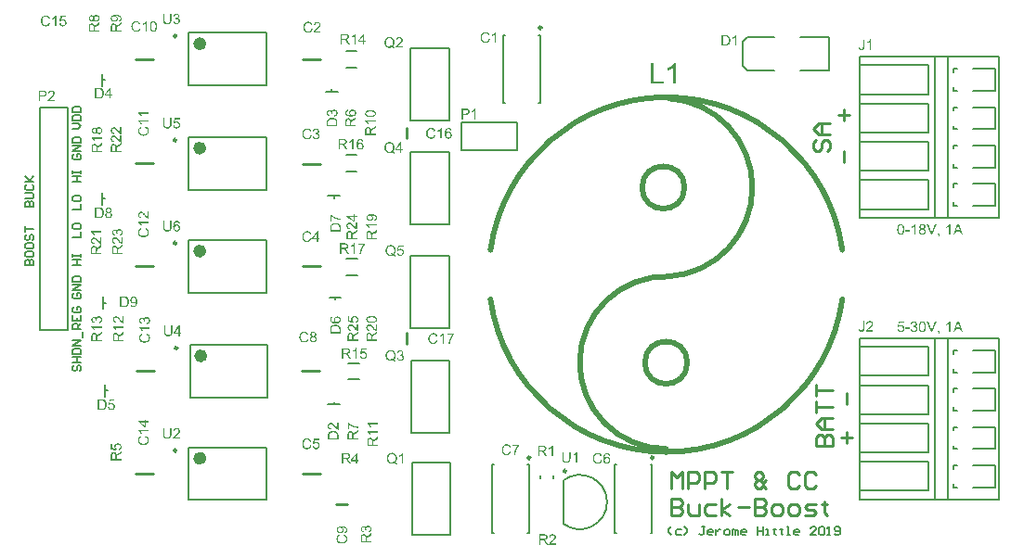
<source format=gto>
G04*
G04 #@! TF.GenerationSoftware,Altium Limited,Altium Designer,19.1.8 (144)*
G04*
G04 Layer_Color=65535*
%FSLAX25Y25*%
%MOIN*%
G70*
G01*
G75*
%ADD10C,0.02000*%
%ADD11C,0.00984*%
%ADD12C,0.01968*%
%ADD13C,0.00787*%
%ADD14C,0.02362*%
%ADD15C,0.00394*%
%ADD16C,0.01000*%
%ADD17C,0.00591*%
%ADD18C,0.00800*%
G36*
X320390Y118154D02*
X318930D01*
Y118626D01*
X320390D01*
Y118154D01*
D02*
G37*
G36*
X328560Y117000D02*
X328027D01*
X326539Y120841D01*
X327095D01*
X328093Y118049D01*
Y118043D01*
X328099Y118032D01*
X328105Y118016D01*
X328116Y117993D01*
X328121Y117960D01*
X328132Y117927D01*
X328160Y117844D01*
X328193Y117749D01*
X328227Y117644D01*
X328293Y117422D01*
Y117427D01*
X328299Y117438D01*
X328304Y117455D01*
X328310Y117477D01*
X328327Y117538D01*
X328354Y117622D01*
X328382Y117716D01*
X328415Y117821D01*
X328454Y117932D01*
X328499Y118049D01*
X329542Y120841D01*
X330058D01*
X328560Y117000D01*
D02*
G37*
G36*
X339660D02*
X339083D01*
X338633Y118166D01*
X337023D01*
X336607Y117000D01*
X336069D01*
X337534Y120841D01*
X338089D01*
X339660Y117000D01*
D02*
G37*
G36*
X335086D02*
X334615D01*
Y120002D01*
X334609Y119997D01*
X334581Y119975D01*
X334548Y119941D01*
X334493Y119903D01*
X334432Y119853D01*
X334354Y119797D01*
X334265Y119736D01*
X334165Y119675D01*
X334160D01*
X334154Y119670D01*
X334121Y119647D01*
X334065Y119620D01*
X333999Y119586D01*
X333921Y119547D01*
X333838Y119509D01*
X333754Y119470D01*
X333671Y119436D01*
Y119892D01*
X333677D01*
X333688Y119903D01*
X333710Y119908D01*
X333738Y119925D01*
X333771Y119941D01*
X333810Y119964D01*
X333904Y120019D01*
X334015Y120080D01*
X334126Y120158D01*
X334243Y120247D01*
X334359Y120341D01*
X334365Y120347D01*
X334370Y120352D01*
X334387Y120369D01*
X334409Y120386D01*
X334459Y120441D01*
X334526Y120508D01*
X334593Y120585D01*
X334665Y120674D01*
X334726Y120763D01*
X334781Y120857D01*
X335086D01*
Y117000D01*
D02*
G37*
G36*
X322549D02*
X322077D01*
Y120002D01*
X322072Y119997D01*
X322044Y119975D01*
X322011Y119941D01*
X321955Y119903D01*
X321894Y119853D01*
X321816Y119797D01*
X321728Y119736D01*
X321628Y119675D01*
X321622D01*
X321617Y119670D01*
X321583Y119647D01*
X321528Y119620D01*
X321461Y119586D01*
X321384Y119547D01*
X321300Y119509D01*
X321217Y119470D01*
X321134Y119436D01*
Y119892D01*
X321139D01*
X321150Y119903D01*
X321173Y119908D01*
X321200Y119925D01*
X321234Y119941D01*
X321272Y119964D01*
X321367Y120019D01*
X321478Y120080D01*
X321589Y120158D01*
X321705Y120247D01*
X321822Y120341D01*
X321828Y120347D01*
X321833Y120352D01*
X321850Y120369D01*
X321872Y120386D01*
X321922Y120441D01*
X321989Y120508D01*
X322055Y120585D01*
X322127Y120674D01*
X322188Y120763D01*
X322244Y120857D01*
X322549D01*
Y117000D01*
D02*
G37*
G36*
X325091Y120852D02*
X325135Y120846D01*
X325185Y120841D01*
X325241Y120835D01*
X325296Y120818D01*
X325429Y120785D01*
X325563Y120735D01*
X325629Y120702D01*
X325696Y120663D01*
X325757Y120613D01*
X325818Y120563D01*
X325823Y120557D01*
X325829Y120552D01*
X325846Y120535D01*
X325868Y120513D01*
X325890Y120480D01*
X325918Y120447D01*
X325973Y120363D01*
X326029Y120258D01*
X326079Y120136D01*
X326118Y119997D01*
X326123Y119925D01*
X326129Y119847D01*
Y119842D01*
Y119836D01*
Y119803D01*
X326123Y119753D01*
X326112Y119692D01*
X326095Y119614D01*
X326068Y119536D01*
X326034Y119459D01*
X325985Y119381D01*
X325979Y119370D01*
X325957Y119348D01*
X325923Y119314D01*
X325879Y119270D01*
X325818Y119220D01*
X325746Y119170D01*
X325663Y119120D01*
X325563Y119076D01*
X325568D01*
X325579Y119070D01*
X325596Y119065D01*
X325618Y119053D01*
X325685Y119026D01*
X325762Y118987D01*
X325846Y118931D01*
X325935Y118870D01*
X326018Y118793D01*
X326095Y118704D01*
Y118698D01*
X326101Y118693D01*
X326123Y118659D01*
X326156Y118604D01*
X326190Y118532D01*
X326223Y118443D01*
X326256Y118338D01*
X326279Y118221D01*
X326284Y118093D01*
Y118088D01*
Y118071D01*
Y118043D01*
X326279Y118010D01*
X326273Y117971D01*
X326268Y117921D01*
X326256Y117866D01*
X326240Y117805D01*
X326201Y117677D01*
X326173Y117605D01*
X326134Y117538D01*
X326095Y117466D01*
X326051Y117400D01*
X325996Y117333D01*
X325935Y117266D01*
X325929Y117261D01*
X325918Y117250D01*
X325901Y117233D01*
X325873Y117217D01*
X325835Y117189D01*
X325796Y117161D01*
X325746Y117133D01*
X325690Y117100D01*
X325629Y117067D01*
X325557Y117039D01*
X325479Y117011D01*
X325402Y116983D01*
X325313Y116967D01*
X325219Y116950D01*
X325124Y116939D01*
X325019Y116933D01*
X324963D01*
X324924Y116939D01*
X324874Y116945D01*
X324819Y116950D01*
X324758Y116961D01*
X324691Y116978D01*
X324541Y117017D01*
X324464Y117044D01*
X324392Y117072D01*
X324314Y117111D01*
X324236Y117155D01*
X324164Y117205D01*
X324097Y117266D01*
X324092Y117272D01*
X324081Y117283D01*
X324064Y117300D01*
X324042Y117327D01*
X324020Y117361D01*
X323987Y117400D01*
X323959Y117444D01*
X323925Y117499D01*
X323892Y117555D01*
X323864Y117622D01*
X323809Y117760D01*
X323787Y117844D01*
X323770Y117927D01*
X323759Y118016D01*
X323753Y118104D01*
Y118110D01*
Y118121D01*
Y118143D01*
X323759Y118166D01*
Y118199D01*
X323764Y118238D01*
X323776Y118326D01*
X323798Y118426D01*
X323831Y118526D01*
X323881Y118632D01*
X323942Y118732D01*
Y118737D01*
X323953Y118743D01*
X323975Y118771D01*
X324020Y118815D01*
X324081Y118870D01*
X324159Y118926D01*
X324253Y118987D01*
X324358Y119037D01*
X324486Y119076D01*
X324480D01*
X324475Y119081D01*
X324458Y119087D01*
X324436Y119098D01*
X324386Y119120D01*
X324320Y119153D01*
X324247Y119198D01*
X324175Y119253D01*
X324109Y119314D01*
X324047Y119381D01*
X324042Y119392D01*
X324025Y119414D01*
X324003Y119459D01*
X323981Y119514D01*
X323953Y119586D01*
X323931Y119670D01*
X323914Y119764D01*
X323909Y119864D01*
Y119869D01*
Y119880D01*
Y119903D01*
X323914Y119936D01*
X323920Y119969D01*
X323925Y120014D01*
X323948Y120108D01*
X323981Y120219D01*
X324036Y120335D01*
X324070Y120397D01*
X324109Y120458D01*
X324159Y120513D01*
X324208Y120569D01*
X324214Y120574D01*
X324225Y120580D01*
X324242Y120596D01*
X324264Y120613D01*
X324292Y120635D01*
X324330Y120657D01*
X324375Y120685D01*
X324419Y120713D01*
X324475Y120741D01*
X324536Y120768D01*
X324603Y120791D01*
X324675Y120813D01*
X324830Y120846D01*
X324919Y120852D01*
X325008Y120857D01*
X325058D01*
X325091Y120852D01*
D02*
G37*
G36*
X317365D02*
X317437Y120841D01*
X317521Y120824D01*
X317610Y120802D01*
X317704Y120774D01*
X317793Y120730D01*
X317798D01*
X317804Y120724D01*
X317831Y120707D01*
X317876Y120680D01*
X317931Y120641D01*
X317992Y120585D01*
X318059Y120524D01*
X318120Y120452D01*
X318181Y120369D01*
X318187Y120358D01*
X318209Y120330D01*
X318231Y120280D01*
X318270Y120208D01*
X318303Y120125D01*
X318348Y120030D01*
X318387Y119919D01*
X318420Y119797D01*
Y119792D01*
X318425Y119781D01*
X318431Y119764D01*
X318437Y119736D01*
X318442Y119703D01*
X318448Y119664D01*
X318459Y119614D01*
X318464Y119559D01*
X318475Y119498D01*
X318481Y119431D01*
X318486Y119353D01*
X318497Y119275D01*
X318503Y119187D01*
Y119098D01*
X318509Y118998D01*
Y118893D01*
Y118887D01*
Y118865D01*
Y118826D01*
Y118781D01*
X318503Y118720D01*
Y118654D01*
X318497Y118582D01*
X318492Y118504D01*
X318475Y118326D01*
X318448Y118143D01*
X318414Y117966D01*
X318392Y117882D01*
X318364Y117799D01*
Y117794D01*
X318359Y117782D01*
X318348Y117760D01*
X318337Y117733D01*
X318325Y117694D01*
X318303Y117655D01*
X318259Y117561D01*
X318203Y117461D01*
X318131Y117350D01*
X318048Y117250D01*
X317948Y117155D01*
X317943D01*
X317937Y117144D01*
X317920Y117133D01*
X317898Y117122D01*
X317870Y117105D01*
X317843Y117083D01*
X317759Y117044D01*
X317659Y117006D01*
X317543Y116967D01*
X317404Y116945D01*
X317254Y116933D01*
X317199D01*
X317160Y116939D01*
X317115Y116945D01*
X317060Y116956D01*
X316999Y116967D01*
X316932Y116983D01*
X316866Y117006D01*
X316794Y117028D01*
X316722Y117061D01*
X316649Y117100D01*
X316577Y117144D01*
X316505Y117200D01*
X316439Y117261D01*
X316377Y117327D01*
X316372Y117333D01*
X316361Y117350D01*
X316344Y117377D01*
X316316Y117422D01*
X316289Y117472D01*
X316261Y117538D01*
X316222Y117616D01*
X316189Y117705D01*
X316155Y117805D01*
X316122Y117921D01*
X316089Y118049D01*
X316061Y118193D01*
X316033Y118349D01*
X316017Y118515D01*
X316005Y118698D01*
X316000Y118893D01*
Y118898D01*
Y118920D01*
Y118959D01*
Y119003D01*
X316005Y119065D01*
Y119131D01*
X316011Y119203D01*
X316017Y119287D01*
X316033Y119459D01*
X316061Y119642D01*
X316094Y119825D01*
X316117Y119908D01*
X316139Y119992D01*
Y119997D01*
X316144Y120008D01*
X316155Y120030D01*
X316166Y120058D01*
X316178Y120097D01*
X316200Y120136D01*
X316244Y120230D01*
X316300Y120330D01*
X316372Y120435D01*
X316455Y120541D01*
X316555Y120630D01*
X316561D01*
X316566Y120641D01*
X316583Y120652D01*
X316605Y120663D01*
X316633Y120685D01*
X316666Y120702D01*
X316749Y120746D01*
X316849Y120785D01*
X316966Y120824D01*
X317104Y120846D01*
X317254Y120857D01*
X317304D01*
X317365Y120852D01*
D02*
G37*
G36*
X331118Y117000D02*
Y116995D01*
Y116989D01*
Y116972D01*
Y116950D01*
X331113Y116900D01*
X331107Y116828D01*
X331090Y116756D01*
X331074Y116673D01*
X331046Y116595D01*
X331013Y116523D01*
X331007Y116517D01*
X330991Y116495D01*
X330968Y116462D01*
X330929Y116417D01*
X330885Y116373D01*
X330830Y116328D01*
X330757Y116279D01*
X330680Y116240D01*
X330546Y116439D01*
X330552Y116445D01*
X330569Y116451D01*
X330596Y116467D01*
X330630Y116489D01*
X330663Y116517D01*
X330702Y116551D01*
X330735Y116589D01*
X330763Y116634D01*
X330769Y116639D01*
X330774Y116656D01*
X330785Y116689D01*
X330802Y116728D01*
X330813Y116778D01*
X330830Y116845D01*
X330841Y116917D01*
X330846Y117000D01*
X330580D01*
Y117538D01*
X331118D01*
Y117000D01*
D02*
G37*
G36*
X322094Y85852D02*
X322166Y85841D01*
X322255Y85824D01*
X322355Y85796D01*
X322455Y85763D01*
X322555Y85719D01*
X322560D01*
X322566Y85713D01*
X322599Y85696D01*
X322649Y85663D01*
X322704Y85624D01*
X322771Y85569D01*
X322838Y85508D01*
X322904Y85435D01*
X322960Y85352D01*
X322965Y85341D01*
X322982Y85313D01*
X323004Y85263D01*
X323032Y85202D01*
X323060Y85130D01*
X323082Y85047D01*
X323098Y84953D01*
X323104Y84858D01*
Y84847D01*
Y84814D01*
X323098Y84769D01*
X323087Y84708D01*
X323071Y84636D01*
X323043Y84559D01*
X323010Y84481D01*
X322965Y84403D01*
X322960Y84392D01*
X322943Y84370D01*
X322910Y84331D01*
X322865Y84287D01*
X322810Y84237D01*
X322743Y84181D01*
X322666Y84131D01*
X322571Y84081D01*
X322577D01*
X322588Y84076D01*
X322604Y84070D01*
X322627Y84065D01*
X322688Y84042D01*
X322765Y84009D01*
X322854Y83965D01*
X322943Y83909D01*
X323026Y83837D01*
X323104Y83754D01*
X323110Y83743D01*
X323132Y83709D01*
X323165Y83654D01*
X323198Y83582D01*
X323232Y83493D01*
X323265Y83388D01*
X323287Y83265D01*
X323293Y83132D01*
Y83127D01*
Y83110D01*
Y83082D01*
X323287Y83049D01*
X323282Y83004D01*
X323271Y82955D01*
X323259Y82899D01*
X323248Y82838D01*
X323204Y82705D01*
X323171Y82633D01*
X323137Y82566D01*
X323093Y82494D01*
X323043Y82422D01*
X322987Y82350D01*
X322921Y82283D01*
X322915Y82278D01*
X322904Y82266D01*
X322882Y82250D01*
X322854Y82227D01*
X322821Y82200D01*
X322777Y82172D01*
X322727Y82139D01*
X322666Y82111D01*
X322604Y82078D01*
X322532Y82044D01*
X322460Y82017D01*
X322377Y81989D01*
X322288Y81967D01*
X322194Y81950D01*
X322099Y81939D01*
X321994Y81933D01*
X321944D01*
X321911Y81939D01*
X321866Y81945D01*
X321816Y81950D01*
X321761Y81961D01*
X321700Y81972D01*
X321567Y82006D01*
X321428Y82061D01*
X321356Y82094D01*
X321289Y82133D01*
X321223Y82183D01*
X321156Y82233D01*
X321150Y82239D01*
X321139Y82250D01*
X321123Y82266D01*
X321106Y82289D01*
X321078Y82316D01*
X321051Y82355D01*
X321017Y82394D01*
X320984Y82444D01*
X320951Y82499D01*
X320917Y82555D01*
X320856Y82688D01*
X320806Y82844D01*
X320790Y82927D01*
X320778Y83016D01*
X321250Y83077D01*
Y83071D01*
X321256Y83060D01*
X321261Y83038D01*
X321267Y83010D01*
X321272Y82977D01*
X321284Y82938D01*
X321311Y82855D01*
X321350Y82755D01*
X321400Y82661D01*
X321456Y82572D01*
X321522Y82494D01*
X321533Y82488D01*
X321555Y82466D01*
X321600Y82438D01*
X321656Y82411D01*
X321722Y82377D01*
X321805Y82350D01*
X321900Y82327D01*
X322000Y82322D01*
X322033D01*
X322055Y82327D01*
X322116Y82333D01*
X322194Y82350D01*
X322283Y82377D01*
X322377Y82416D01*
X322471Y82472D01*
X322560Y82550D01*
X322571Y82561D01*
X322599Y82594D01*
X322632Y82644D01*
X322677Y82710D01*
X322721Y82794D01*
X322754Y82888D01*
X322782Y82999D01*
X322793Y83121D01*
Y83127D01*
Y83138D01*
Y83154D01*
X322788Y83177D01*
X322782Y83238D01*
X322765Y83310D01*
X322743Y83399D01*
X322704Y83487D01*
X322649Y83576D01*
X322577Y83659D01*
X322566Y83671D01*
X322538Y83693D01*
X322494Y83726D01*
X322432Y83765D01*
X322355Y83804D01*
X322260Y83837D01*
X322155Y83859D01*
X322038Y83870D01*
X321989D01*
X321950Y83865D01*
X321900Y83859D01*
X321844Y83848D01*
X321778Y83837D01*
X321705Y83820D01*
X321761Y84237D01*
X321789D01*
X321811Y84231D01*
X321883D01*
X321944Y84242D01*
X322016Y84253D01*
X322099Y84270D01*
X322194Y84298D01*
X322283Y84337D01*
X322377Y84386D01*
X322382D01*
X322388Y84392D01*
X322416Y84414D01*
X322455Y84453D01*
X322499Y84503D01*
X322543Y84575D01*
X322582Y84658D01*
X322610Y84753D01*
X322621Y84808D01*
Y84869D01*
Y84875D01*
Y84880D01*
Y84914D01*
X322610Y84958D01*
X322599Y85019D01*
X322577Y85086D01*
X322549Y85158D01*
X322505Y85230D01*
X322444Y85297D01*
X322438Y85302D01*
X322410Y85325D01*
X322371Y85352D01*
X322322Y85386D01*
X322255Y85413D01*
X322177Y85441D01*
X322088Y85463D01*
X321989Y85469D01*
X321944D01*
X321894Y85458D01*
X321828Y85447D01*
X321755Y85424D01*
X321683Y85397D01*
X321605Y85352D01*
X321533Y85297D01*
X321528Y85291D01*
X321506Y85263D01*
X321472Y85224D01*
X321433Y85169D01*
X321395Y85097D01*
X321356Y85008D01*
X321322Y84903D01*
X321300Y84781D01*
X320829Y84864D01*
Y84869D01*
X320834Y84886D01*
X320840Y84908D01*
X320845Y84942D01*
X320856Y84980D01*
X320873Y85025D01*
X320906Y85130D01*
X320962Y85252D01*
X321028Y85374D01*
X321111Y85491D01*
X321217Y85596D01*
X321223Y85602D01*
X321234Y85607D01*
X321250Y85619D01*
X321272Y85635D01*
X321300Y85657D01*
X321339Y85680D01*
X321378Y85702D01*
X321428Y85730D01*
X321539Y85774D01*
X321667Y85818D01*
X321816Y85846D01*
X321894Y85857D01*
X322033D01*
X322094Y85852D01*
D02*
G37*
G36*
X320390Y83154D02*
X318930D01*
Y83626D01*
X320390D01*
Y83154D01*
D02*
G37*
G36*
X328560Y82000D02*
X328027D01*
X326539Y85841D01*
X327095D01*
X328093Y83049D01*
Y83043D01*
X328099Y83032D01*
X328105Y83016D01*
X328116Y82993D01*
X328121Y82960D01*
X328132Y82927D01*
X328160Y82844D01*
X328193Y82749D01*
X328227Y82644D01*
X328293Y82422D01*
Y82427D01*
X328299Y82438D01*
X328304Y82455D01*
X328310Y82477D01*
X328327Y82538D01*
X328354Y82622D01*
X328382Y82716D01*
X328415Y82821D01*
X328454Y82932D01*
X328499Y83049D01*
X329542Y85841D01*
X330058D01*
X328560Y82000D01*
D02*
G37*
G36*
X318364Y85341D02*
X316827D01*
X316622Y84303D01*
X316627Y84309D01*
X316638Y84314D01*
X316655Y84325D01*
X316683Y84342D01*
X316716Y84359D01*
X316755Y84381D01*
X316844Y84425D01*
X316955Y84470D01*
X317077Y84509D01*
X317210Y84536D01*
X317277Y84548D01*
X317399D01*
X317432Y84542D01*
X317476Y84536D01*
X317526Y84531D01*
X317582Y84520D01*
X317643Y84503D01*
X317776Y84464D01*
X317848Y84437D01*
X317920Y84398D01*
X317992Y84359D01*
X318065Y84314D01*
X318131Y84259D01*
X318198Y84198D01*
X318203Y84192D01*
X318214Y84181D01*
X318231Y84165D01*
X318253Y84137D01*
X318281Y84098D01*
X318309Y84059D01*
X318342Y84009D01*
X318375Y83954D01*
X318403Y83893D01*
X318437Y83826D01*
X318464Y83748D01*
X318492Y83671D01*
X318514Y83587D01*
X318531Y83493D01*
X318542Y83399D01*
X318547Y83299D01*
Y83293D01*
Y83276D01*
Y83249D01*
X318542Y83210D01*
X318536Y83166D01*
X318531Y83116D01*
X318520Y83055D01*
X318509Y82993D01*
X318475Y82849D01*
X318420Y82699D01*
X318387Y82622D01*
X318342Y82550D01*
X318298Y82472D01*
X318242Y82400D01*
X318237Y82394D01*
X318226Y82377D01*
X318203Y82355D01*
X318176Y82327D01*
X318137Y82294D01*
X318092Y82250D01*
X318037Y82211D01*
X317976Y82166D01*
X317909Y82122D01*
X317831Y82083D01*
X317748Y82044D01*
X317659Y82006D01*
X317565Y81978D01*
X317460Y81956D01*
X317349Y81939D01*
X317232Y81933D01*
X317182D01*
X317143Y81939D01*
X317099Y81945D01*
X317049Y81950D01*
X316988Y81956D01*
X316927Y81972D01*
X316788Y82006D01*
X316649Y82055D01*
X316577Y82089D01*
X316505Y82128D01*
X316439Y82172D01*
X316372Y82222D01*
X316366Y82227D01*
X316355Y82233D01*
X316344Y82255D01*
X316322Y82278D01*
X316294Y82305D01*
X316266Y82339D01*
X316233Y82383D01*
X316205Y82433D01*
X316172Y82483D01*
X316139Y82544D01*
X316078Y82677D01*
X316028Y82832D01*
X316011Y82916D01*
X316000Y83004D01*
X316494Y83043D01*
Y83038D01*
Y83027D01*
X316499Y83010D01*
X316505Y82982D01*
X316522Y82921D01*
X316544Y82838D01*
X316577Y82755D01*
X316622Y82661D01*
X316677Y82577D01*
X316744Y82499D01*
X316755Y82494D01*
X316777Y82472D01*
X316821Y82444D01*
X316882Y82411D01*
X316949Y82377D01*
X317032Y82350D01*
X317127Y82327D01*
X317232Y82322D01*
X317265D01*
X317288Y82327D01*
X317354Y82333D01*
X317432Y82355D01*
X317526Y82383D01*
X317621Y82427D01*
X317721Y82494D01*
X317765Y82533D01*
X317809Y82577D01*
X317815Y82583D01*
X317820Y82588D01*
X317831Y82605D01*
X317848Y82622D01*
X317887Y82683D01*
X317931Y82760D01*
X317970Y82855D01*
X318009Y82971D01*
X318037Y83110D01*
X318048Y83182D01*
Y83260D01*
Y83265D01*
Y83276D01*
Y83299D01*
X318042Y83326D01*
Y83360D01*
X318037Y83399D01*
X318020Y83487D01*
X317992Y83593D01*
X317954Y83698D01*
X317898Y83798D01*
X317820Y83893D01*
Y83898D01*
X317809Y83904D01*
X317782Y83931D01*
X317732Y83970D01*
X317665Y84015D01*
X317576Y84053D01*
X317476Y84092D01*
X317360Y84120D01*
X317293Y84131D01*
X317188D01*
X317143Y84126D01*
X317088Y84120D01*
X317021Y84103D01*
X316955Y84087D01*
X316882Y84059D01*
X316810Y84026D01*
X316805Y84020D01*
X316782Y84009D01*
X316749Y83981D01*
X316705Y83954D01*
X316660Y83915D01*
X316616Y83865D01*
X316566Y83815D01*
X316527Y83754D01*
X316083Y83815D01*
X316455Y85791D01*
X318364D01*
Y85341D01*
D02*
G37*
G36*
X339660Y82000D02*
X339083D01*
X338633Y83166D01*
X337023D01*
X336607Y82000D01*
X336069D01*
X337534Y85841D01*
X338089D01*
X339660Y82000D01*
D02*
G37*
G36*
X335086D02*
X334615D01*
Y85002D01*
X334609Y84997D01*
X334581Y84975D01*
X334548Y84942D01*
X334493Y84903D01*
X334432Y84853D01*
X334354Y84797D01*
X334265Y84736D01*
X334165Y84675D01*
X334160D01*
X334154Y84670D01*
X334121Y84647D01*
X334065Y84620D01*
X333999Y84586D01*
X333921Y84548D01*
X333838Y84509D01*
X333754Y84470D01*
X333671Y84437D01*
Y84891D01*
X333677D01*
X333688Y84903D01*
X333710Y84908D01*
X333738Y84925D01*
X333771Y84942D01*
X333810Y84964D01*
X333904Y85019D01*
X334015Y85080D01*
X334126Y85158D01*
X334243Y85247D01*
X334359Y85341D01*
X334365Y85347D01*
X334370Y85352D01*
X334387Y85369D01*
X334409Y85386D01*
X334459Y85441D01*
X334526Y85508D01*
X334593Y85585D01*
X334665Y85674D01*
X334726Y85763D01*
X334781Y85857D01*
X335086D01*
Y82000D01*
D02*
G37*
G36*
X325124Y85852D02*
X325196Y85841D01*
X325280Y85824D01*
X325368Y85802D01*
X325463Y85774D01*
X325552Y85730D01*
X325557D01*
X325563Y85724D01*
X325590Y85707D01*
X325635Y85680D01*
X325690Y85641D01*
X325751Y85585D01*
X325818Y85524D01*
X325879Y85452D01*
X325940Y85369D01*
X325946Y85358D01*
X325968Y85330D01*
X325990Y85280D01*
X326029Y85208D01*
X326062Y85125D01*
X326107Y85030D01*
X326145Y84919D01*
X326179Y84797D01*
Y84792D01*
X326184Y84781D01*
X326190Y84764D01*
X326195Y84736D01*
X326201Y84703D01*
X326206Y84664D01*
X326218Y84614D01*
X326223Y84559D01*
X326234Y84497D01*
X326240Y84431D01*
X326245Y84353D01*
X326256Y84276D01*
X326262Y84187D01*
Y84098D01*
X326268Y83998D01*
Y83893D01*
Y83887D01*
Y83865D01*
Y83826D01*
Y83782D01*
X326262Y83720D01*
Y83654D01*
X326256Y83582D01*
X326251Y83504D01*
X326234Y83326D01*
X326206Y83143D01*
X326173Y82966D01*
X326151Y82882D01*
X326123Y82799D01*
Y82794D01*
X326118Y82783D01*
X326107Y82760D01*
X326095Y82733D01*
X326084Y82694D01*
X326062Y82655D01*
X326018Y82561D01*
X325962Y82461D01*
X325890Y82350D01*
X325807Y82250D01*
X325707Y82155D01*
X325701D01*
X325696Y82144D01*
X325679Y82133D01*
X325657Y82122D01*
X325629Y82105D01*
X325602Y82083D01*
X325518Y82044D01*
X325418Y82006D01*
X325302Y81967D01*
X325163Y81945D01*
X325013Y81933D01*
X324958D01*
X324919Y81939D01*
X324874Y81945D01*
X324819Y81956D01*
X324758Y81967D01*
X324691Y81983D01*
X324625Y82006D01*
X324553Y82028D01*
X324480Y82061D01*
X324408Y82100D01*
X324336Y82144D01*
X324264Y82200D01*
X324197Y82261D01*
X324136Y82327D01*
X324131Y82333D01*
X324120Y82350D01*
X324103Y82377D01*
X324075Y82422D01*
X324047Y82472D01*
X324020Y82538D01*
X323981Y82616D01*
X323948Y82705D01*
X323914Y82805D01*
X323881Y82921D01*
X323848Y83049D01*
X323820Y83193D01*
X323792Y83349D01*
X323776Y83515D01*
X323764Y83698D01*
X323759Y83893D01*
Y83898D01*
Y83920D01*
Y83959D01*
Y84004D01*
X323764Y84065D01*
Y84131D01*
X323770Y84203D01*
X323776Y84287D01*
X323792Y84459D01*
X323820Y84642D01*
X323853Y84825D01*
X323875Y84908D01*
X323898Y84991D01*
Y84997D01*
X323903Y85008D01*
X323914Y85030D01*
X323925Y85058D01*
X323937Y85097D01*
X323959Y85136D01*
X324003Y85230D01*
X324059Y85330D01*
X324131Y85435D01*
X324214Y85541D01*
X324314Y85630D01*
X324320D01*
X324325Y85641D01*
X324342Y85652D01*
X324364Y85663D01*
X324392Y85685D01*
X324425Y85702D01*
X324508Y85746D01*
X324608Y85785D01*
X324725Y85824D01*
X324863Y85846D01*
X325013Y85857D01*
X325063D01*
X325124Y85852D01*
D02*
G37*
G36*
X331118Y82000D02*
Y81994D01*
Y81989D01*
Y81972D01*
Y81950D01*
X331113Y81900D01*
X331107Y81828D01*
X331090Y81756D01*
X331074Y81673D01*
X331046Y81595D01*
X331013Y81523D01*
X331007Y81517D01*
X330991Y81495D01*
X330968Y81462D01*
X330929Y81417D01*
X330885Y81373D01*
X330830Y81328D01*
X330757Y81279D01*
X330680Y81240D01*
X330546Y81439D01*
X330552Y81445D01*
X330569Y81450D01*
X330596Y81467D01*
X330630Y81489D01*
X330663Y81517D01*
X330702Y81551D01*
X330735Y81589D01*
X330763Y81634D01*
X330769Y81639D01*
X330774Y81656D01*
X330785Y81689D01*
X330802Y81728D01*
X330813Y81778D01*
X330830Y81845D01*
X330841Y81917D01*
X330846Y82000D01*
X330580D01*
Y82538D01*
X331118D01*
Y82000D01*
D02*
G37*
G36*
X258320Y185039D02*
X257856D01*
Y187993D01*
X257850Y187988D01*
X257823Y187966D01*
X257790Y187933D01*
X257736Y187895D01*
X257676Y187846D01*
X257599Y187791D01*
X257512Y187731D01*
X257414Y187671D01*
X257408D01*
X257403Y187666D01*
X257370Y187644D01*
X257315Y187617D01*
X257250Y187584D01*
X257173Y187546D01*
X257091Y187507D01*
X257010Y187469D01*
X256928Y187436D01*
Y187884D01*
X256933D01*
X256944Y187895D01*
X256966Y187900D01*
X256993Y187917D01*
X257026Y187933D01*
X257064Y187955D01*
X257157Y188010D01*
X257266Y188070D01*
X257375Y188146D01*
X257490Y188233D01*
X257605Y188326D01*
X257610Y188332D01*
X257616Y188337D01*
X257632Y188354D01*
X257654Y188370D01*
X257703Y188425D01*
X257769Y188490D01*
X257834Y188567D01*
X257905Y188654D01*
X257965Y188741D01*
X258020Y188834D01*
X258320D01*
Y185039D01*
D02*
G37*
G36*
X254503Y188812D02*
X254613Y188807D01*
X254722Y188796D01*
X254831Y188779D01*
X254924Y188763D01*
X254929D01*
X254940Y188758D01*
X254957D01*
X254978Y188747D01*
X255038Y188730D01*
X255115Y188703D01*
X255202Y188665D01*
X255295Y188616D01*
X255388Y188561D01*
X255475Y188490D01*
X255481Y188485D01*
X255486Y188479D01*
X255503Y188463D01*
X255524Y188446D01*
X255579Y188392D01*
X255644Y188315D01*
X255715Y188223D01*
X255792Y188113D01*
X255863Y187988D01*
X255923Y187846D01*
Y187840D01*
X255928Y187829D01*
X255939Y187808D01*
X255945Y187775D01*
X255961Y187737D01*
X255972Y187693D01*
X255983Y187644D01*
X255999Y187584D01*
X256016Y187524D01*
X256027Y187453D01*
X256054Y187300D01*
X256070Y187130D01*
X256076Y186945D01*
Y186940D01*
Y186928D01*
Y186901D01*
Y186874D01*
X256070Y186836D01*
Y186792D01*
X256065Y186688D01*
X256049Y186568D01*
X256032Y186443D01*
X256005Y186312D01*
X255972Y186180D01*
Y186175D01*
X255967Y186164D01*
X255961Y186148D01*
X255956Y186126D01*
X255934Y186066D01*
X255901Y185989D01*
X255868Y185902D01*
X255825Y185815D01*
X255770Y185722D01*
X255715Y185635D01*
X255710Y185624D01*
X255688Y185596D01*
X255656Y185558D01*
X255612Y185509D01*
X255563Y185454D01*
X255503Y185400D01*
X255443Y185340D01*
X255371Y185291D01*
X255361Y185285D01*
X255339Y185269D01*
X255301Y185247D01*
X255246Y185220D01*
X255180Y185187D01*
X255104Y185160D01*
X255017Y185127D01*
X254918Y185099D01*
X254907D01*
X254891Y185094D01*
X254875Y185089D01*
X254820Y185083D01*
X254744Y185072D01*
X254656Y185061D01*
X254553Y185050D01*
X254438Y185045D01*
X254312Y185039D01*
X252953D01*
Y188818D01*
X254405D01*
X254503Y188812D01*
D02*
G37*
G36*
X168259Y189878D02*
X168308Y189872D01*
X168368Y189867D01*
X168428Y189861D01*
X168499Y189845D01*
X168646Y189812D01*
X168810Y189763D01*
X168892Y189730D01*
X168968Y189692D01*
X169045Y189643D01*
X169121Y189594D01*
X169127Y189588D01*
X169138Y189583D01*
X169159Y189567D01*
X169187Y189539D01*
X169214Y189512D01*
X169252Y189474D01*
X169291Y189430D01*
X169334Y189386D01*
X169378Y189332D01*
X169422Y189266D01*
X169471Y189201D01*
X169514Y189130D01*
X169553Y189048D01*
X169596Y188966D01*
X169629Y188879D01*
X169662Y188780D01*
X169170Y188666D01*
Y188671D01*
X169165Y188682D01*
X169154Y188704D01*
X169143Y188731D01*
X169132Y188764D01*
X169116Y188808D01*
X169072Y188895D01*
X169018Y188993D01*
X168952Y189092D01*
X168870Y189184D01*
X168783Y189266D01*
X168772Y189277D01*
X168739Y189299D01*
X168684Y189326D01*
X168614Y189365D01*
X168521Y189397D01*
X168417Y189430D01*
X168291Y189452D01*
X168155Y189457D01*
X168111D01*
X168084Y189452D01*
X168046D01*
X168002Y189446D01*
X167898Y189430D01*
X167784Y189408D01*
X167664Y189370D01*
X167538Y189315D01*
X167423Y189244D01*
X167418D01*
X167412Y189234D01*
X167374Y189206D01*
X167325Y189163D01*
X167265Y189097D01*
X167194Y189015D01*
X167128Y188922D01*
X167068Y188808D01*
X167014Y188682D01*
Y188677D01*
X167008Y188666D01*
X167003Y188649D01*
X166997Y188622D01*
X166986Y188589D01*
X166975Y188551D01*
X166959Y188458D01*
X166937Y188349D01*
X166916Y188229D01*
X166904Y188098D01*
X166899Y187956D01*
Y187950D01*
Y187934D01*
Y187907D01*
Y187874D01*
X166904Y187836D01*
Y187787D01*
X166910Y187732D01*
X166916Y187672D01*
X166932Y187541D01*
X166959Y187399D01*
X166992Y187257D01*
X167036Y187115D01*
Y187109D01*
X167041Y187099D01*
X167052Y187082D01*
X167063Y187055D01*
X167096Y186989D01*
X167145Y186913D01*
X167205Y186826D01*
X167281Y186733D01*
X167369Y186651D01*
X167472Y186574D01*
X167478D01*
X167489Y186569D01*
X167505Y186558D01*
X167527Y186547D01*
X167554Y186536D01*
X167587Y186520D01*
X167664Y186487D01*
X167762Y186454D01*
X167871Y186427D01*
X167991Y186405D01*
X168117Y186400D01*
X168155D01*
X168188Y186405D01*
X168226D01*
X168264Y186411D01*
X168362Y186433D01*
X168477Y186460D01*
X168592Y186504D01*
X168712Y186564D01*
X168772Y186596D01*
X168826Y186640D01*
X168832Y186645D01*
X168837Y186651D01*
X168854Y186667D01*
X168876Y186684D01*
X168897Y186711D01*
X168925Y186744D01*
X168957Y186776D01*
X168985Y186820D01*
X169018Y186869D01*
X169056Y186924D01*
X169088Y186978D01*
X169121Y187044D01*
X169149Y187115D01*
X169176Y187191D01*
X169203Y187273D01*
X169225Y187361D01*
X169727Y187235D01*
Y187230D01*
X169722Y187208D01*
X169711Y187175D01*
X169695Y187131D01*
X169678Y187082D01*
X169656Y187022D01*
X169629Y186957D01*
X169596Y186886D01*
X169520Y186733D01*
X169422Y186580D01*
X169361Y186504D01*
X169301Y186427D01*
X169236Y186362D01*
X169159Y186296D01*
X169154Y186291D01*
X169143Y186280D01*
X169116Y186269D01*
X169088Y186247D01*
X169045Y186220D01*
X169001Y186192D01*
X168941Y186165D01*
X168881Y186138D01*
X168810Y186105D01*
X168734Y186078D01*
X168652Y186050D01*
X168564Y186023D01*
X168472Y186001D01*
X168373Y185990D01*
X168270Y185979D01*
X168160Y185974D01*
X168100D01*
X168057Y185979D01*
X168007D01*
X167947Y185985D01*
X167882Y185996D01*
X167805Y186007D01*
X167647Y186034D01*
X167483Y186078D01*
X167320Y186138D01*
X167243Y186176D01*
X167167Y186220D01*
X167161Y186225D01*
X167150Y186231D01*
X167128Y186247D01*
X167106Y186269D01*
X167074Y186291D01*
X167036Y186323D01*
X166992Y186362D01*
X166948Y186405D01*
X166904Y186454D01*
X166855Y186504D01*
X166757Y186629D01*
X166664Y186776D01*
X166582Y186940D01*
Y186946D01*
X166571Y186962D01*
X166566Y186989D01*
X166550Y187022D01*
X166539Y187066D01*
X166522Y187120D01*
X166500Y187180D01*
X166484Y187246D01*
X166468Y187317D01*
X166446Y187399D01*
X166419Y187568D01*
X166397Y187759D01*
X166386Y187956D01*
Y187961D01*
Y187983D01*
Y188016D01*
X166391Y188054D01*
Y188109D01*
X166397Y188163D01*
X166402Y188234D01*
X166413Y188305D01*
X166440Y188464D01*
X166479Y188638D01*
X166533Y188813D01*
X166610Y188982D01*
X166615Y188988D01*
X166621Y189004D01*
X166631Y189026D01*
X166653Y189053D01*
X166675Y189092D01*
X166702Y189135D01*
X166773Y189234D01*
X166866Y189343D01*
X166975Y189452D01*
X167101Y189561D01*
X167248Y189654D01*
X167254Y189659D01*
X167270Y189665D01*
X167292Y189676D01*
X167320Y189692D01*
X167363Y189708D01*
X167407Y189725D01*
X167461Y189747D01*
X167522Y189769D01*
X167587Y189790D01*
X167658Y189812D01*
X167811Y189845D01*
X167986Y189872D01*
X168166Y189883D01*
X168220D01*
X168259Y189878D01*
D02*
G37*
G36*
X171900Y186039D02*
X171436D01*
Y188993D01*
X171431Y188988D01*
X171404Y188966D01*
X171371Y188933D01*
X171316Y188895D01*
X171256Y188846D01*
X171180Y188791D01*
X171092Y188731D01*
X170994Y188671D01*
X170989D01*
X170983Y188666D01*
X170950Y188644D01*
X170896Y188617D01*
X170830Y188584D01*
X170754Y188546D01*
X170672Y188507D01*
X170590Y188469D01*
X170508Y188436D01*
Y188884D01*
X170514D01*
X170525Y188895D01*
X170546Y188900D01*
X170574Y188917D01*
X170606Y188933D01*
X170645Y188955D01*
X170737Y189010D01*
X170847Y189070D01*
X170956Y189146D01*
X171071Y189234D01*
X171185Y189326D01*
X171191Y189332D01*
X171196Y189337D01*
X171212Y189354D01*
X171234Y189370D01*
X171283Y189425D01*
X171349Y189490D01*
X171414Y189567D01*
X171485Y189654D01*
X171546Y189741D01*
X171600Y189834D01*
X171900D01*
Y186039D01*
D02*
G37*
G36*
X211874Y38435D02*
X211913D01*
X211956Y38429D01*
X212060Y38408D01*
X212175Y38380D01*
X212295Y38337D01*
X212415Y38271D01*
X212475Y38233D01*
X212530Y38189D01*
X212535Y38184D01*
X212541Y38178D01*
X212557Y38162D01*
X212573Y38146D01*
X212601Y38118D01*
X212622Y38085D01*
X212683Y38009D01*
X212743Y37911D01*
X212797Y37791D01*
X212846Y37654D01*
X212879Y37501D01*
X212415Y37463D01*
Y37468D01*
X212409Y37474D01*
X212404Y37507D01*
X212388Y37556D01*
X212366Y37616D01*
X212344Y37681D01*
X212311Y37747D01*
X212273Y37807D01*
X212235Y37856D01*
X212224Y37867D01*
X212202Y37889D01*
X212164Y37922D01*
X212109Y37960D01*
X212038Y37993D01*
X211962Y38025D01*
X211869Y38047D01*
X211771Y38058D01*
X211733D01*
X211689Y38053D01*
X211640Y38042D01*
X211574Y38025D01*
X211509Y38004D01*
X211443Y37976D01*
X211378Y37933D01*
X211367Y37927D01*
X211339Y37905D01*
X211301Y37867D01*
X211252Y37813D01*
X211197Y37747D01*
X211137Y37670D01*
X211083Y37572D01*
X211028Y37463D01*
Y37458D01*
X211023Y37447D01*
X211017Y37430D01*
X211006Y37408D01*
X211001Y37376D01*
X210990Y37337D01*
X210979Y37294D01*
X210968Y37239D01*
X210952Y37179D01*
X210941Y37114D01*
X210930Y37043D01*
X210924Y36966D01*
X210913Y36879D01*
X210908Y36791D01*
X210903Y36693D01*
Y36595D01*
X210908Y36600D01*
X210930Y36633D01*
X210968Y36677D01*
X211017Y36731D01*
X211072Y36797D01*
X211143Y36857D01*
X211219Y36917D01*
X211307Y36972D01*
X211312D01*
X211317Y36977D01*
X211350Y36994D01*
X211399Y37010D01*
X211465Y37037D01*
X211541Y37059D01*
X211629Y37075D01*
X211722Y37092D01*
X211820Y37097D01*
X211863D01*
X211896Y37092D01*
X211940Y37086D01*
X211984Y37081D01*
X212038Y37070D01*
X212093Y37053D01*
X212218Y37015D01*
X212284Y36988D01*
X212350Y36950D01*
X212415Y36912D01*
X212486Y36868D01*
X212551Y36813D01*
X212612Y36753D01*
X212617Y36748D01*
X212628Y36737D01*
X212644Y36720D01*
X212661Y36693D01*
X212688Y36655D01*
X212715Y36617D01*
X212743Y36568D01*
X212775Y36513D01*
X212808Y36453D01*
X212835Y36387D01*
X212863Y36311D01*
X212890Y36235D01*
X212906Y36153D01*
X212923Y36060D01*
X212934Y35967D01*
X212939Y35869D01*
Y35863D01*
Y35852D01*
Y35836D01*
Y35809D01*
X212934Y35776D01*
Y35743D01*
X212917Y35656D01*
X212901Y35552D01*
X212874Y35443D01*
X212835Y35323D01*
X212781Y35208D01*
Y35203D01*
X212775Y35197D01*
X212764Y35181D01*
X212754Y35159D01*
X212721Y35104D01*
X212672Y35033D01*
X212612Y34957D01*
X212541Y34881D01*
X212453Y34804D01*
X212360Y34738D01*
X212355D01*
X212350Y34733D01*
X212333Y34722D01*
X212311Y34717D01*
X212257Y34689D01*
X212186Y34662D01*
X212093Y34629D01*
X211989Y34607D01*
X211874Y34586D01*
X211749Y34580D01*
X211722D01*
X211694Y34586D01*
X211651D01*
X211601Y34591D01*
X211547Y34602D01*
X211481Y34618D01*
X211416Y34635D01*
X211339Y34657D01*
X211263Y34684D01*
X211187Y34717D01*
X211105Y34760D01*
X211028Y34809D01*
X210952Y34864D01*
X210875Y34930D01*
X210804Y35006D01*
X210799Y35012D01*
X210788Y35028D01*
X210771Y35050D01*
X210750Y35088D01*
X210717Y35137D01*
X210690Y35192D01*
X210657Y35263D01*
X210624Y35339D01*
X210586Y35432D01*
X210553Y35536D01*
X210526Y35650D01*
X210498Y35776D01*
X210471Y35918D01*
X210455Y36071D01*
X210444Y36235D01*
X210438Y36409D01*
Y36415D01*
Y36420D01*
Y36437D01*
Y36458D01*
X210444Y36513D01*
Y36589D01*
X210449Y36677D01*
X210460Y36781D01*
X210471Y36895D01*
X210488Y37021D01*
X210509Y37146D01*
X210537Y37283D01*
X210570Y37414D01*
X210608Y37545D01*
X210657Y37670D01*
X210712Y37791D01*
X210771Y37905D01*
X210842Y38004D01*
X210848Y38009D01*
X210859Y38020D01*
X210881Y38042D01*
X210908Y38074D01*
X210941Y38107D01*
X210984Y38140D01*
X211039Y38184D01*
X211094Y38222D01*
X211159Y38260D01*
X211230Y38304D01*
X211312Y38337D01*
X211394Y38375D01*
X211487Y38402D01*
X211585Y38424D01*
X211689Y38435D01*
X211798Y38440D01*
X211842D01*
X211874Y38435D01*
D02*
G37*
G36*
X208566Y38484D02*
X208615Y38479D01*
X208675Y38473D01*
X208735Y38468D01*
X208806Y38451D01*
X208953Y38418D01*
X209117Y38369D01*
X209199Y38337D01*
X209276Y38298D01*
X209352Y38249D01*
X209428Y38200D01*
X209434Y38195D01*
X209445Y38189D01*
X209467Y38173D01*
X209494Y38146D01*
X209521Y38118D01*
X209559Y38080D01*
X209598Y38036D01*
X209641Y37993D01*
X209685Y37938D01*
X209729Y37872D01*
X209778Y37807D01*
X209822Y37736D01*
X209860Y37654D01*
X209903Y37572D01*
X209936Y37485D01*
X209969Y37387D01*
X209477Y37272D01*
Y37277D01*
X209472Y37288D01*
X209461Y37310D01*
X209450Y37337D01*
X209439Y37370D01*
X209423Y37414D01*
X209379Y37501D01*
X209325Y37600D01*
X209259Y37698D01*
X209177Y37791D01*
X209090Y37872D01*
X209079Y37883D01*
X209046Y37905D01*
X208992Y37933D01*
X208921Y37971D01*
X208828Y38004D01*
X208724Y38036D01*
X208598Y38058D01*
X208462Y38064D01*
X208418D01*
X208391Y38058D01*
X208353D01*
X208309Y38053D01*
X208205Y38036D01*
X208091Y38015D01*
X207971Y37976D01*
X207845Y37922D01*
X207730Y37851D01*
X207725D01*
X207719Y37840D01*
X207681Y37813D01*
X207632Y37769D01*
X207572Y37703D01*
X207501Y37621D01*
X207435Y37529D01*
X207375Y37414D01*
X207321Y37288D01*
Y37283D01*
X207315Y37272D01*
X207310Y37255D01*
X207304Y37228D01*
X207294Y37196D01*
X207283Y37157D01*
X207266Y37064D01*
X207244Y36955D01*
X207223Y36835D01*
X207212Y36704D01*
X207206Y36562D01*
Y36557D01*
Y36540D01*
Y36513D01*
Y36480D01*
X207212Y36442D01*
Y36393D01*
X207217Y36338D01*
X207223Y36278D01*
X207239Y36147D01*
X207266Y36005D01*
X207299Y35863D01*
X207343Y35721D01*
Y35716D01*
X207348Y35705D01*
X207359Y35688D01*
X207370Y35661D01*
X207403Y35596D01*
X207452Y35519D01*
X207512Y35432D01*
X207588Y35339D01*
X207676Y35257D01*
X207779Y35181D01*
X207785D01*
X207796Y35175D01*
X207812Y35164D01*
X207834Y35153D01*
X207861Y35142D01*
X207894Y35126D01*
X207971Y35093D01*
X208069Y35061D01*
X208178Y35033D01*
X208298Y35012D01*
X208424Y35006D01*
X208462D01*
X208495Y35012D01*
X208533D01*
X208571Y35017D01*
X208669Y35039D01*
X208784Y35066D01*
X208899Y35110D01*
X209019Y35170D01*
X209079Y35203D01*
X209134Y35246D01*
X209139Y35252D01*
X209144Y35257D01*
X209161Y35274D01*
X209183Y35290D01*
X209205Y35317D01*
X209232Y35350D01*
X209265Y35383D01*
X209292Y35426D01*
X209325Y35476D01*
X209363Y35530D01*
X209396Y35585D01*
X209428Y35650D01*
X209456Y35721D01*
X209483Y35798D01*
X209510Y35880D01*
X209532Y35967D01*
X210034Y35841D01*
Y35836D01*
X210029Y35814D01*
X210018Y35781D01*
X210002Y35738D01*
X209985Y35688D01*
X209963Y35629D01*
X209936Y35563D01*
X209903Y35492D01*
X209827Y35339D01*
X209729Y35186D01*
X209669Y35110D01*
X209609Y35033D01*
X209543Y34968D01*
X209467Y34902D01*
X209461Y34897D01*
X209450Y34886D01*
X209423Y34875D01*
X209396Y34853D01*
X209352Y34826D01*
X209308Y34799D01*
X209248Y34771D01*
X209188Y34744D01*
X209117Y34711D01*
X209041Y34684D01*
X208959Y34657D01*
X208872Y34629D01*
X208779Y34607D01*
X208680Y34596D01*
X208577Y34586D01*
X208467Y34580D01*
X208407D01*
X208364Y34586D01*
X208314D01*
X208255Y34591D01*
X208189Y34602D01*
X208113Y34613D01*
X207954Y34640D01*
X207790Y34684D01*
X207627Y34744D01*
X207550Y34782D01*
X207474Y34826D01*
X207468Y34831D01*
X207457Y34837D01*
X207435Y34853D01*
X207414Y34875D01*
X207381Y34897D01*
X207343Y34930D01*
X207299Y34968D01*
X207255Y35012D01*
X207212Y35061D01*
X207162Y35110D01*
X207064Y35235D01*
X206971Y35383D01*
X206890Y35547D01*
Y35552D01*
X206878Y35568D01*
X206873Y35596D01*
X206857Y35629D01*
X206846Y35672D01*
X206829Y35727D01*
X206808Y35787D01*
X206791Y35852D01*
X206775Y35923D01*
X206753Y36005D01*
X206726Y36174D01*
X206704Y36366D01*
X206693Y36562D01*
Y36568D01*
Y36589D01*
Y36622D01*
X206698Y36660D01*
Y36715D01*
X206704Y36770D01*
X206709Y36841D01*
X206720Y36912D01*
X206748Y37070D01*
X206786Y37245D01*
X206840Y37419D01*
X206917Y37589D01*
X206922Y37594D01*
X206928Y37610D01*
X206939Y37632D01*
X206960Y37660D01*
X206982Y37698D01*
X207010Y37742D01*
X207081Y37840D01*
X207173Y37949D01*
X207283Y38058D01*
X207408Y38167D01*
X207556Y38260D01*
X207561Y38266D01*
X207577Y38271D01*
X207599Y38282D01*
X207627Y38298D01*
X207670Y38315D01*
X207714Y38331D01*
X207769Y38353D01*
X207829Y38375D01*
X207894Y38397D01*
X207965Y38418D01*
X208118Y38451D01*
X208293Y38479D01*
X208473Y38489D01*
X208527D01*
X208566Y38484D01*
D02*
G37*
G36*
X175889Y41634D02*
X175938Y41628D01*
X175998Y41623D01*
X176058Y41617D01*
X176129Y41601D01*
X176276Y41568D01*
X176440Y41519D01*
X176522Y41486D01*
X176598Y41448D01*
X176675Y41399D01*
X176751Y41350D01*
X176757Y41344D01*
X176768Y41339D01*
X176789Y41322D01*
X176817Y41295D01*
X176844Y41268D01*
X176882Y41230D01*
X176920Y41186D01*
X176964Y41142D01*
X177008Y41088D01*
X177051Y41022D01*
X177101Y40957D01*
X177144Y40886D01*
X177182Y40804D01*
X177226Y40722D01*
X177259Y40635D01*
X177292Y40536D01*
X176800Y40422D01*
Y40427D01*
X176795Y40438D01*
X176784Y40460D01*
X176773Y40487D01*
X176762Y40520D01*
X176746Y40563D01*
X176702Y40651D01*
X176647Y40749D01*
X176582Y40847D01*
X176500Y40940D01*
X176413Y41022D01*
X176402Y41033D01*
X176369Y41055D01*
X176314Y41082D01*
X176243Y41120D01*
X176151Y41153D01*
X176047Y41186D01*
X175921Y41208D01*
X175785Y41213D01*
X175741D01*
X175714Y41208D01*
X175676D01*
X175632Y41202D01*
X175528Y41186D01*
X175414Y41164D01*
X175293Y41126D01*
X175168Y41071D01*
X175053Y41000D01*
X175048D01*
X175042Y40989D01*
X175004Y40962D01*
X174955Y40918D01*
X174895Y40853D01*
X174824Y40771D01*
X174758Y40678D01*
X174698Y40563D01*
X174644Y40438D01*
Y40433D01*
X174638Y40422D01*
X174633Y40405D01*
X174627Y40378D01*
X174616Y40345D01*
X174605Y40307D01*
X174589Y40214D01*
X174567Y40105D01*
X174545Y39985D01*
X174534Y39854D01*
X174529Y39712D01*
Y39706D01*
Y39690D01*
Y39663D01*
Y39630D01*
X174534Y39592D01*
Y39542D01*
X174540Y39488D01*
X174545Y39428D01*
X174562Y39297D01*
X174589Y39155D01*
X174622Y39013D01*
X174665Y38871D01*
Y38865D01*
X174671Y38855D01*
X174682Y38838D01*
X174693Y38811D01*
X174725Y38745D01*
X174775Y38669D01*
X174835Y38581D01*
X174911Y38489D01*
X174999Y38407D01*
X175102Y38330D01*
X175108D01*
X175119Y38325D01*
X175135Y38314D01*
X175157Y38303D01*
X175184Y38292D01*
X175217Y38276D01*
X175293Y38243D01*
X175392Y38210D01*
X175501Y38183D01*
X175621Y38161D01*
X175747Y38156D01*
X175785D01*
X175818Y38161D01*
X175856D01*
X175894Y38167D01*
X175992Y38188D01*
X176107Y38216D01*
X176222Y38259D01*
X176342Y38319D01*
X176402Y38352D01*
X176456Y38396D01*
X176462Y38401D01*
X176467Y38407D01*
X176484Y38423D01*
X176505Y38440D01*
X176527Y38467D01*
X176555Y38500D01*
X176587Y38532D01*
X176615Y38576D01*
X176647Y38625D01*
X176686Y38680D01*
X176718Y38734D01*
X176751Y38800D01*
X176778Y38871D01*
X176806Y38947D01*
X176833Y39029D01*
X176855Y39117D01*
X177357Y38991D01*
Y38986D01*
X177352Y38964D01*
X177341Y38931D01*
X177324Y38887D01*
X177308Y38838D01*
X177286Y38778D01*
X177259Y38713D01*
X177226Y38642D01*
X177150Y38489D01*
X177051Y38336D01*
X176991Y38259D01*
X176931Y38183D01*
X176866Y38117D01*
X176789Y38052D01*
X176784Y38046D01*
X176773Y38036D01*
X176746Y38025D01*
X176718Y38003D01*
X176675Y37975D01*
X176631Y37948D01*
X176571Y37921D01*
X176511Y37894D01*
X176440Y37861D01*
X176364Y37833D01*
X176282Y37806D01*
X176194Y37779D01*
X176102Y37757D01*
X176003Y37746D01*
X175900Y37735D01*
X175790Y37730D01*
X175730D01*
X175687Y37735D01*
X175637D01*
X175577Y37741D01*
X175512Y37752D01*
X175435Y37762D01*
X175277Y37790D01*
X175113Y37833D01*
X174949Y37894D01*
X174873Y37932D01*
X174796Y37975D01*
X174791Y37981D01*
X174780Y37986D01*
X174758Y38003D01*
X174736Y38025D01*
X174704Y38046D01*
X174665Y38079D01*
X174622Y38117D01*
X174578Y38161D01*
X174534Y38210D01*
X174485Y38259D01*
X174387Y38385D01*
X174294Y38532D01*
X174212Y38696D01*
Y38702D01*
X174201Y38718D01*
X174196Y38745D01*
X174179Y38778D01*
X174169Y38822D01*
X174152Y38876D01*
X174130Y38936D01*
X174114Y39002D01*
X174098Y39073D01*
X174076Y39155D01*
X174048Y39324D01*
X174027Y39515D01*
X174016Y39712D01*
Y39717D01*
Y39739D01*
Y39772D01*
X174021Y39810D01*
Y39865D01*
X174027Y39919D01*
X174032Y39990D01*
X174043Y40061D01*
X174070Y40220D01*
X174109Y40394D01*
X174163Y40569D01*
X174240Y40738D01*
X174245Y40744D01*
X174250Y40760D01*
X174261Y40782D01*
X174283Y40809D01*
X174305Y40847D01*
X174332Y40891D01*
X174403Y40989D01*
X174496Y41099D01*
X174605Y41208D01*
X174731Y41317D01*
X174878Y41410D01*
X174884Y41415D01*
X174900Y41421D01*
X174922Y41432D01*
X174949Y41448D01*
X174993Y41464D01*
X175037Y41481D01*
X175091Y41503D01*
X175151Y41524D01*
X175217Y41546D01*
X175288Y41568D01*
X175441Y41601D01*
X175616Y41628D01*
X175796Y41639D01*
X175850D01*
X175889Y41634D01*
D02*
G37*
G36*
X180262Y41159D02*
X180256Y41153D01*
X180246Y41142D01*
X180224Y41120D01*
X180202Y41088D01*
X180169Y41049D01*
X180125Y41006D01*
X180082Y40951D01*
X180033Y40886D01*
X179983Y40820D01*
X179923Y40744D01*
X179863Y40656D01*
X179803Y40569D01*
X179738Y40471D01*
X179672Y40367D01*
X179607Y40252D01*
X179541Y40138D01*
X179536Y40132D01*
X179525Y40110D01*
X179508Y40078D01*
X179481Y40028D01*
X179454Y39968D01*
X179421Y39903D01*
X179383Y39826D01*
X179345Y39739D01*
X179301Y39641D01*
X179252Y39542D01*
X179208Y39433D01*
X179165Y39319D01*
X179077Y39084D01*
X178995Y38833D01*
Y38827D01*
X178990Y38811D01*
X178984Y38783D01*
X178973Y38751D01*
X178963Y38707D01*
X178952Y38653D01*
X178935Y38592D01*
X178924Y38527D01*
X178908Y38451D01*
X178892Y38369D01*
X178864Y38194D01*
X178837Y38003D01*
X178821Y37795D01*
X178346D01*
Y37801D01*
Y37817D01*
Y37839D01*
X178351Y37872D01*
Y37915D01*
X178356Y37970D01*
X178362Y38030D01*
X178367Y38096D01*
X178378Y38172D01*
X178389Y38249D01*
X178406Y38341D01*
X178422Y38434D01*
X178438Y38532D01*
X178460Y38642D01*
X178515Y38865D01*
Y38871D01*
X178520Y38893D01*
X178531Y38925D01*
X178548Y38975D01*
X178564Y39029D01*
X178586Y39095D01*
X178608Y39171D01*
X178640Y39253D01*
X178673Y39346D01*
X178706Y39439D01*
X178788Y39646D01*
X178886Y39865D01*
X178995Y40083D01*
X179001Y40088D01*
X179012Y40110D01*
X179028Y40138D01*
X179050Y40181D01*
X179077Y40230D01*
X179115Y40290D01*
X179154Y40356D01*
X179197Y40427D01*
X179301Y40585D01*
X179410Y40749D01*
X179536Y40918D01*
X179667Y41077D01*
X177816D01*
Y41524D01*
X180262D01*
Y41159D01*
D02*
G37*
G36*
X192359Y9301D02*
X192403Y9296D01*
X192457Y9290D01*
X192518Y9279D01*
X192578Y9268D01*
X192720Y9230D01*
X192862Y9176D01*
X192933Y9143D01*
X193003Y9104D01*
X193069Y9055D01*
X193129Y9001D01*
X193135Y8995D01*
X193146Y8990D01*
X193156Y8968D01*
X193178Y8946D01*
X193206Y8919D01*
X193233Y8881D01*
X193260Y8842D01*
X193293Y8793D01*
X193348Y8689D01*
X193402Y8558D01*
X193424Y8493D01*
X193435Y8416D01*
X193446Y8340D01*
X193451Y8258D01*
Y8247D01*
Y8220D01*
X193446Y8176D01*
X193440Y8116D01*
X193429Y8051D01*
X193408Y7974D01*
X193386Y7892D01*
X193353Y7811D01*
X193348Y7800D01*
X193337Y7772D01*
X193315Y7729D01*
X193282Y7668D01*
X193238Y7603D01*
X193184Y7521D01*
X193118Y7439D01*
X193042Y7346D01*
X193031Y7335D01*
X193003Y7303D01*
X192976Y7275D01*
X192949Y7248D01*
X192916Y7215D01*
X192873Y7172D01*
X192829Y7128D01*
X192774Y7079D01*
X192720Y7024D01*
X192654Y6964D01*
X192583Y6904D01*
X192507Y6833D01*
X192419Y6762D01*
X192332Y6686D01*
X192326Y6680D01*
X192316Y6669D01*
X192294Y6653D01*
X192266Y6631D01*
X192234Y6598D01*
X192195Y6566D01*
X192108Y6495D01*
X192015Y6413D01*
X191928Y6331D01*
X191851Y6260D01*
X191819Y6233D01*
X191791Y6205D01*
X191786Y6200D01*
X191770Y6183D01*
X191748Y6162D01*
X191720Y6129D01*
X191693Y6091D01*
X191660Y6052D01*
X191595Y5959D01*
X193457D01*
Y5512D01*
X190951D01*
Y5517D01*
Y5539D01*
Y5572D01*
X190956Y5616D01*
X190962Y5665D01*
X190972Y5719D01*
X190983Y5774D01*
X191005Y5834D01*
Y5839D01*
X191011Y5845D01*
X191022Y5878D01*
X191043Y5927D01*
X191076Y5992D01*
X191120Y6069D01*
X191174Y6156D01*
X191235Y6243D01*
X191311Y6336D01*
Y6342D01*
X191322Y6347D01*
X191349Y6380D01*
X191398Y6429D01*
X191469Y6500D01*
X191551Y6582D01*
X191655Y6680D01*
X191780Y6789D01*
X191917Y6904D01*
X191922Y6910D01*
X191944Y6926D01*
X191977Y6953D01*
X192015Y6986D01*
X192064Y7030D01*
X192124Y7079D01*
X192184Y7133D01*
X192255Y7193D01*
X192392Y7324D01*
X192528Y7456D01*
X192594Y7521D01*
X192654Y7587D01*
X192709Y7647D01*
X192752Y7707D01*
Y7712D01*
X192763Y7718D01*
X192774Y7734D01*
X192785Y7756D01*
X192823Y7816D01*
X192867Y7887D01*
X192905Y7974D01*
X192944Y8067D01*
X192965Y8171D01*
X192976Y8269D01*
Y8275D01*
Y8280D01*
X192971Y8313D01*
X192965Y8367D01*
X192949Y8427D01*
X192927Y8504D01*
X192889Y8580D01*
X192840Y8657D01*
X192774Y8733D01*
X192763Y8744D01*
X192736Y8766D01*
X192698Y8793D01*
X192638Y8832D01*
X192561Y8864D01*
X192474Y8897D01*
X192370Y8919D01*
X192255Y8924D01*
X192223D01*
X192201Y8919D01*
X192135Y8913D01*
X192059Y8897D01*
X191977Y8875D01*
X191884Y8837D01*
X191797Y8788D01*
X191715Y8722D01*
X191704Y8711D01*
X191682Y8684D01*
X191649Y8640D01*
X191617Y8575D01*
X191578Y8498D01*
X191546Y8400D01*
X191524Y8291D01*
X191513Y8165D01*
X191038Y8214D01*
Y8220D01*
X191043Y8236D01*
Y8264D01*
X191049Y8302D01*
X191060Y8346D01*
X191071Y8395D01*
X191087Y8455D01*
X191103Y8515D01*
X191147Y8646D01*
X191213Y8777D01*
X191251Y8842D01*
X191300Y8908D01*
X191349Y8968D01*
X191404Y9023D01*
X191409Y9028D01*
X191420Y9033D01*
X191437Y9050D01*
X191464Y9066D01*
X191497Y9088D01*
X191535Y9110D01*
X191578Y9137D01*
X191633Y9165D01*
X191693Y9192D01*
X191759Y9219D01*
X191830Y9241D01*
X191906Y9263D01*
X191988Y9279D01*
X192075Y9296D01*
X192168Y9301D01*
X192266Y9307D01*
X192321D01*
X192359Y9301D01*
D02*
G37*
G36*
X189198Y9285D02*
X189247D01*
X189362Y9279D01*
X189482Y9263D01*
X189613Y9246D01*
X189733Y9219D01*
X189793Y9203D01*
X189842Y9186D01*
X189848D01*
X189853Y9181D01*
X189886Y9165D01*
X189935Y9143D01*
X189995Y9104D01*
X190061Y9055D01*
X190132Y8990D01*
X190197Y8913D01*
X190263Y8826D01*
Y8821D01*
X190268Y8815D01*
X190290Y8782D01*
X190312Y8728D01*
X190345Y8657D01*
X190372Y8575D01*
X190399Y8477D01*
X190416Y8373D01*
X190421Y8258D01*
Y8253D01*
Y8242D01*
Y8220D01*
X190416Y8193D01*
Y8154D01*
X190410Y8116D01*
X190388Y8023D01*
X190355Y7914D01*
X190312Y7800D01*
X190246Y7685D01*
X190203Y7630D01*
X190159Y7576D01*
X190153Y7570D01*
X190148Y7565D01*
X190132Y7548D01*
X190110Y7532D01*
X190082Y7510D01*
X190050Y7488D01*
X190006Y7461D01*
X189962Y7428D01*
X189908Y7401D01*
X189848Y7374D01*
X189782Y7341D01*
X189711Y7314D01*
X189629Y7292D01*
X189547Y7265D01*
X189454Y7248D01*
X189356Y7232D01*
X189367Y7226D01*
X189389Y7215D01*
X189422Y7193D01*
X189465Y7172D01*
X189564Y7112D01*
X189613Y7073D01*
X189657Y7041D01*
X189667Y7030D01*
X189695Y7002D01*
X189739Y6959D01*
X189793Y6904D01*
X189853Y6828D01*
X189924Y6746D01*
X189995Y6647D01*
X190071Y6538D01*
X190721Y5512D01*
X190099D01*
X189602Y6298D01*
Y6303D01*
X189591Y6314D01*
X189580Y6331D01*
X189564Y6353D01*
X189525Y6413D01*
X189476Y6489D01*
X189416Y6571D01*
X189356Y6658D01*
X189296Y6740D01*
X189242Y6817D01*
X189236Y6822D01*
X189220Y6844D01*
X189192Y6877D01*
X189154Y6915D01*
X189072Y6997D01*
X189029Y7035D01*
X188985Y7068D01*
X188979Y7073D01*
X188969Y7079D01*
X188947Y7090D01*
X188914Y7106D01*
X188881Y7123D01*
X188843Y7139D01*
X188756Y7166D01*
X188750D01*
X188739Y7172D01*
X188717D01*
X188690Y7177D01*
X188652Y7183D01*
X188608D01*
X188548Y7188D01*
X187904D01*
Y5512D01*
X187402D01*
Y9290D01*
X189154D01*
X189198Y9285D01*
D02*
G37*
G36*
X192370Y37402D02*
X191905D01*
Y40355D01*
X191900Y40350D01*
X191873Y40328D01*
X191840Y40295D01*
X191785Y40257D01*
X191725Y40208D01*
X191649Y40153D01*
X191561Y40093D01*
X191463Y40033D01*
X191458D01*
X191452Y40028D01*
X191420Y40006D01*
X191365Y39979D01*
X191299Y39946D01*
X191223Y39908D01*
X191141Y39869D01*
X191059Y39831D01*
X190977Y39799D01*
Y40246D01*
X190983D01*
X190994Y40257D01*
X191016Y40263D01*
X191043Y40279D01*
X191076Y40295D01*
X191114Y40317D01*
X191207Y40372D01*
X191316Y40432D01*
X191425Y40508D01*
X191540Y40596D01*
X191654Y40688D01*
X191660Y40694D01*
X191665Y40699D01*
X191682Y40716D01*
X191703Y40732D01*
X191753Y40787D01*
X191818Y40852D01*
X191884Y40929D01*
X191955Y41016D01*
X192015Y41103D01*
X192069Y41196D01*
X192370D01*
Y37402D01*
D02*
G37*
G36*
X188804Y41174D02*
X188853D01*
X188968Y41169D01*
X189088Y41153D01*
X189219Y41136D01*
X189339Y41109D01*
X189399Y41093D01*
X189448Y41076D01*
X189454D01*
X189459Y41071D01*
X189492Y41054D01*
X189541Y41032D01*
X189601Y40994D01*
X189667Y40945D01*
X189738Y40880D01*
X189803Y40803D01*
X189869Y40716D01*
Y40710D01*
X189874Y40705D01*
X189896Y40672D01*
X189918Y40617D01*
X189951Y40547D01*
X189978Y40465D01*
X190005Y40366D01*
X190022Y40263D01*
X190027Y40148D01*
Y40143D01*
Y40132D01*
Y40110D01*
X190022Y40082D01*
Y40044D01*
X190016Y40006D01*
X189995Y39913D01*
X189962Y39804D01*
X189918Y39689D01*
X189852Y39575D01*
X189809Y39520D01*
X189765Y39465D01*
X189760Y39460D01*
X189754Y39454D01*
X189738Y39438D01*
X189716Y39422D01*
X189689Y39400D01*
X189656Y39378D01*
X189612Y39351D01*
X189569Y39318D01*
X189514Y39291D01*
X189454Y39263D01*
X189388Y39231D01*
X189318Y39203D01*
X189235Y39182D01*
X189154Y39154D01*
X189061Y39138D01*
X188963Y39121D01*
X188973Y39116D01*
X188995Y39105D01*
X189028Y39083D01*
X189072Y39061D01*
X189170Y39001D01*
X189219Y38963D01*
X189263Y38930D01*
X189274Y38919D01*
X189301Y38892D01*
X189345Y38849D01*
X189399Y38794D01*
X189459Y38717D01*
X189530Y38636D01*
X189601Y38537D01*
X189678Y38428D01*
X190328Y37402D01*
X189705D01*
X189208Y38188D01*
Y38193D01*
X189197Y38204D01*
X189186Y38221D01*
X189170Y38242D01*
X189132Y38302D01*
X189083Y38379D01*
X189023Y38461D01*
X188963Y38548D01*
X188902Y38630D01*
X188848Y38706D01*
X188842Y38712D01*
X188826Y38734D01*
X188799Y38767D01*
X188760Y38805D01*
X188679Y38887D01*
X188635Y38925D01*
X188591Y38958D01*
X188586Y38963D01*
X188575Y38969D01*
X188553Y38980D01*
X188520Y38996D01*
X188488Y39012D01*
X188449Y39029D01*
X188362Y39056D01*
X188356D01*
X188346Y39061D01*
X188324D01*
X188296Y39067D01*
X188258Y39072D01*
X188215D01*
X188154Y39078D01*
X187510D01*
Y37402D01*
X187008D01*
Y41180D01*
X188760D01*
X188804Y41174D01*
D02*
G37*
G36*
X126133Y12387D02*
X126177Y12382D01*
X126226Y12371D01*
X126281Y12360D01*
X126341Y12349D01*
X126472Y12305D01*
X126543Y12273D01*
X126608Y12240D01*
X126679Y12196D01*
X126750Y12147D01*
X126821Y12092D01*
X126887Y12027D01*
X126892Y12021D01*
X126903Y12010D01*
X126920Y11988D01*
X126942Y11961D01*
X126969Y11929D01*
X126996Y11885D01*
X127029Y11836D01*
X127056Y11776D01*
X127089Y11716D01*
X127122Y11644D01*
X127149Y11574D01*
X127176Y11492D01*
X127198Y11404D01*
X127215Y11311D01*
X127225Y11219D01*
X127231Y11115D01*
Y11066D01*
X127225Y11033D01*
X127220Y10989D01*
X127215Y10940D01*
X127204Y10886D01*
X127193Y10825D01*
X127160Y10695D01*
X127105Y10558D01*
X127073Y10487D01*
X127034Y10422D01*
X126985Y10356D01*
X126936Y10290D01*
X126931Y10285D01*
X126920Y10274D01*
X126903Y10258D01*
X126881Y10241D01*
X126854Y10214D01*
X126816Y10187D01*
X126778Y10154D01*
X126728Y10121D01*
X126674Y10088D01*
X126619Y10056D01*
X126488Y9996D01*
X126335Y9946D01*
X126253Y9930D01*
X126166Y9919D01*
X126106Y10383D01*
X126112D01*
X126122Y10389D01*
X126144Y10394D01*
X126172Y10400D01*
X126204Y10405D01*
X126243Y10416D01*
X126324Y10443D01*
X126423Y10482D01*
X126516Y10531D01*
X126603Y10585D01*
X126679Y10651D01*
X126685Y10662D01*
X126707Y10684D01*
X126734Y10727D01*
X126761Y10782D01*
X126794Y10847D01*
X126821Y10929D01*
X126843Y11022D01*
X126849Y11120D01*
Y11153D01*
X126843Y11175D01*
X126838Y11235D01*
X126821Y11311D01*
X126794Y11399D01*
X126756Y11492D01*
X126701Y11585D01*
X126625Y11672D01*
X126614Y11683D01*
X126581Y11710D01*
X126532Y11743D01*
X126467Y11787D01*
X126385Y11830D01*
X126292Y11863D01*
X126182Y11890D01*
X126062Y11901D01*
X126057D01*
X126046D01*
X126030D01*
X126008Y11896D01*
X125948Y11890D01*
X125877Y11874D01*
X125789Y11852D01*
X125702Y11814D01*
X125615Y11759D01*
X125533Y11688D01*
X125522Y11677D01*
X125500Y11650D01*
X125467Y11606D01*
X125429Y11546D01*
X125391Y11470D01*
X125358Y11377D01*
X125336Y11273D01*
X125325Y11159D01*
Y11109D01*
X125331Y11071D01*
X125336Y11022D01*
X125347Y10967D01*
X125358Y10902D01*
X125374Y10831D01*
X124965Y10886D01*
Y10913D01*
X124970Y10935D01*
Y11006D01*
X124960Y11066D01*
X124949Y11137D01*
X124932Y11219D01*
X124905Y11311D01*
X124867Y11399D01*
X124818Y11492D01*
Y11497D01*
X124812Y11503D01*
X124790Y11530D01*
X124752Y11568D01*
X124703Y11612D01*
X124632Y11655D01*
X124550Y11694D01*
X124457Y11721D01*
X124403Y11732D01*
X124343D01*
X124337D01*
X124332D01*
X124299D01*
X124255Y11721D01*
X124195Y11710D01*
X124130Y11688D01*
X124059Y11661D01*
X123988Y11617D01*
X123922Y11557D01*
X123917Y11552D01*
X123895Y11524D01*
X123867Y11486D01*
X123835Y11437D01*
X123807Y11372D01*
X123780Y11295D01*
X123758Y11208D01*
X123753Y11109D01*
Y11066D01*
X123764Y11017D01*
X123775Y10951D01*
X123796Y10880D01*
X123824Y10809D01*
X123867Y10733D01*
X123922Y10662D01*
X123928Y10656D01*
X123955Y10634D01*
X123993Y10602D01*
X124048Y10564D01*
X124119Y10525D01*
X124206Y10487D01*
X124310Y10454D01*
X124430Y10432D01*
X124348Y9968D01*
X124343D01*
X124326Y9974D01*
X124304Y9979D01*
X124272Y9985D01*
X124233Y9996D01*
X124190Y10012D01*
X124086Y10045D01*
X123966Y10099D01*
X123846Y10165D01*
X123731Y10247D01*
X123627Y10351D01*
X123622Y10356D01*
X123616Y10367D01*
X123605Y10383D01*
X123589Y10405D01*
X123567Y10432D01*
X123545Y10471D01*
X123523Y10509D01*
X123496Y10558D01*
X123452Y10667D01*
X123409Y10793D01*
X123382Y10940D01*
X123371Y11017D01*
Y11153D01*
X123376Y11213D01*
X123387Y11284D01*
X123403Y11372D01*
X123431Y11470D01*
X123463Y11568D01*
X123507Y11666D01*
Y11672D01*
X123513Y11677D01*
X123529Y11710D01*
X123562Y11759D01*
X123600Y11814D01*
X123655Y11879D01*
X123715Y11945D01*
X123786Y12010D01*
X123867Y12065D01*
X123878Y12070D01*
X123906Y12087D01*
X123955Y12109D01*
X124015Y12136D01*
X124086Y12163D01*
X124168Y12185D01*
X124261Y12201D01*
X124353Y12207D01*
X124364D01*
X124397D01*
X124441Y12201D01*
X124501Y12191D01*
X124572Y12174D01*
X124648Y12147D01*
X124725Y12114D01*
X124801Y12070D01*
X124812Y12065D01*
X124834Y12049D01*
X124872Y12016D01*
X124916Y11972D01*
X124965Y11918D01*
X125020Y11852D01*
X125069Y11776D01*
X125118Y11683D01*
Y11688D01*
X125123Y11699D01*
X125129Y11716D01*
X125134Y11737D01*
X125156Y11797D01*
X125189Y11874D01*
X125233Y11961D01*
X125287Y12049D01*
X125358Y12130D01*
X125440Y12207D01*
X125451Y12212D01*
X125484Y12234D01*
X125538Y12267D01*
X125609Y12300D01*
X125697Y12332D01*
X125800Y12365D01*
X125920Y12387D01*
X126051Y12393D01*
X126057D01*
X126073D01*
X126101D01*
X126133Y12387D01*
D02*
G37*
G36*
X127165Y8997D02*
X126379Y8500D01*
X126374D01*
X126363Y8489D01*
X126346Y8478D01*
X126324Y8461D01*
X126265Y8423D01*
X126188Y8374D01*
X126106Y8314D01*
X126019Y8254D01*
X125937Y8194D01*
X125860Y8139D01*
X125855Y8134D01*
X125833Y8117D01*
X125800Y8090D01*
X125762Y8052D01*
X125680Y7970D01*
X125642Y7926D01*
X125609Y7883D01*
X125604Y7877D01*
X125598Y7866D01*
X125587Y7844D01*
X125571Y7812D01*
X125555Y7779D01*
X125538Y7741D01*
X125511Y7653D01*
Y7648D01*
X125505Y7637D01*
Y7615D01*
X125500Y7588D01*
X125495Y7550D01*
Y7506D01*
X125489Y7446D01*
Y6802D01*
X127165D01*
Y6299D01*
X123387D01*
Y8052D01*
X123392Y8096D01*
Y8145D01*
X123398Y8259D01*
X123414Y8380D01*
X123431Y8511D01*
X123458Y8631D01*
X123474Y8691D01*
X123491Y8740D01*
Y8745D01*
X123496Y8751D01*
X123513Y8783D01*
X123534Y8833D01*
X123573Y8893D01*
X123622Y8958D01*
X123687Y9029D01*
X123764Y9095D01*
X123851Y9160D01*
X123857D01*
X123862Y9166D01*
X123895Y9188D01*
X123949Y9209D01*
X124020Y9242D01*
X124102Y9269D01*
X124201Y9297D01*
X124304Y9313D01*
X124419Y9319D01*
X124424D01*
X124435D01*
X124457D01*
X124485Y9313D01*
X124523D01*
X124561Y9308D01*
X124654Y9286D01*
X124763Y9253D01*
X124878Y9209D01*
X124992Y9144D01*
X125047Y9100D01*
X125101Y9057D01*
X125107Y9051D01*
X125112Y9046D01*
X125129Y9029D01*
X125145Y9007D01*
X125167Y8980D01*
X125189Y8947D01*
X125216Y8904D01*
X125249Y8860D01*
X125276Y8805D01*
X125303Y8745D01*
X125336Y8680D01*
X125364Y8609D01*
X125385Y8527D01*
X125413Y8445D01*
X125429Y8352D01*
X125445Y8254D01*
X125451Y8265D01*
X125462Y8287D01*
X125484Y8319D01*
X125505Y8363D01*
X125566Y8461D01*
X125604Y8511D01*
X125637Y8554D01*
X125647Y8565D01*
X125675Y8592D01*
X125718Y8636D01*
X125773Y8691D01*
X125849Y8751D01*
X125931Y8822D01*
X126030Y8893D01*
X126139Y8969D01*
X127165Y9619D01*
Y8997D01*
D02*
G37*
G36*
X116718Y12152D02*
X116789D01*
X116871Y12146D01*
X116953Y12135D01*
X117139Y12119D01*
X117335Y12092D01*
X117521Y12054D01*
X117614Y12026D01*
X117696Y11999D01*
X117701D01*
X117712Y11993D01*
X117734Y11982D01*
X117767Y11972D01*
X117800Y11955D01*
X117843Y11933D01*
X117936Y11879D01*
X118040Y11813D01*
X118149Y11737D01*
X118253Y11638D01*
X118346Y11529D01*
Y11524D01*
X118357Y11513D01*
X118367Y11497D01*
X118378Y11475D01*
X118395Y11442D01*
X118417Y11409D01*
X118438Y11366D01*
X118455Y11322D01*
X118499Y11218D01*
X118537Y11092D01*
X118559Y10956D01*
X118570Y10803D01*
Y10759D01*
X118564Y10732D01*
Y10694D01*
X118559Y10650D01*
X118537Y10547D01*
X118509Y10432D01*
X118466Y10312D01*
X118406Y10192D01*
X118367Y10132D01*
X118324Y10077D01*
X118318Y10071D01*
X118313Y10066D01*
X118297Y10050D01*
X118280Y10033D01*
X118253Y10011D01*
X118220Y9984D01*
X118144Y9929D01*
X118045Y9875D01*
X117925Y9820D01*
X117789Y9777D01*
X117630Y9744D01*
X117592Y10192D01*
X117598D01*
X117608Y10197D01*
X117619D01*
X117641Y10203D01*
X117701Y10219D01*
X117767Y10241D01*
X117843Y10268D01*
X117920Y10306D01*
X117991Y10350D01*
X118051Y10405D01*
X118056Y10410D01*
X118073Y10432D01*
X118094Y10470D01*
X118116Y10514D01*
X118144Y10574D01*
X118165Y10645D01*
X118182Y10727D01*
X118187Y10814D01*
Y10852D01*
X118182Y10891D01*
X118176Y10940D01*
X118165Y11000D01*
X118149Y11060D01*
X118127Y11125D01*
X118094Y11185D01*
X118089Y11191D01*
X118078Y11213D01*
X118056Y11245D01*
X118024Y11278D01*
X117985Y11322D01*
X117942Y11366D01*
X117892Y11409D01*
X117832Y11453D01*
X117827Y11458D01*
X117800Y11469D01*
X117761Y11491D01*
X117712Y11513D01*
X117647Y11540D01*
X117570Y11568D01*
X117483Y11595D01*
X117385Y11622D01*
X117379D01*
X117374Y11628D01*
X117357D01*
X117335Y11633D01*
X117281Y11644D01*
X117210Y11660D01*
X117123Y11671D01*
X117030Y11682D01*
X116926Y11688D01*
X116817Y11693D01*
X116811D01*
X116795D01*
X116768D01*
X116724D01*
X116735Y11688D01*
X116762Y11666D01*
X116800Y11633D01*
X116855Y11595D01*
X116910Y11540D01*
X116970Y11475D01*
X117030Y11398D01*
X117084Y11311D01*
X117090Y11300D01*
X117106Y11267D01*
X117128Y11218D01*
X117150Y11158D01*
X117177Y11076D01*
X117199Y10989D01*
X117215Y10891D01*
X117221Y10787D01*
Y10743D01*
X117215Y10710D01*
X117210Y10667D01*
X117204Y10623D01*
X117193Y10568D01*
X117177Y10514D01*
X117139Y10388D01*
X117112Y10323D01*
X117079Y10257D01*
X117041Y10186D01*
X116991Y10121D01*
X116942Y10055D01*
X116882Y9995D01*
X116877Y9990D01*
X116866Y9979D01*
X116850Y9968D01*
X116822Y9946D01*
X116784Y9919D01*
X116746Y9891D01*
X116697Y9864D01*
X116642Y9837D01*
X116582Y9804D01*
X116516Y9777D01*
X116440Y9749D01*
X116364Y9722D01*
X116276Y9700D01*
X116183Y9689D01*
X116091Y9678D01*
X115987Y9673D01*
X115981D01*
X115960D01*
X115932D01*
X115894Y9678D01*
X115845Y9684D01*
X115785Y9689D01*
X115725Y9700D01*
X115654Y9717D01*
X115512Y9755D01*
X115435Y9782D01*
X115354Y9815D01*
X115277Y9853D01*
X115206Y9902D01*
X115130Y9951D01*
X115064Y10011D01*
X115059Y10017D01*
X115048Y10028D01*
X115031Y10044D01*
X115009Y10071D01*
X114982Y10104D01*
X114950Y10148D01*
X114922Y10192D01*
X114884Y10246D01*
X114851Y10301D01*
X114824Y10366D01*
X114764Y10514D01*
X114742Y10590D01*
X114726Y10678D01*
X114715Y10765D01*
X114709Y10858D01*
Y10896D01*
X114715Y10923D01*
Y10950D01*
X114720Y10989D01*
X114736Y11082D01*
X114758Y11185D01*
X114797Y11300D01*
X114846Y11415D01*
X114911Y11529D01*
Y11535D01*
X114922Y11540D01*
X114933Y11557D01*
X114950Y11578D01*
X114993Y11633D01*
X115053Y11704D01*
X115135Y11775D01*
X115233Y11857D01*
X115348Y11928D01*
X115479Y11993D01*
X115485D01*
X115496Y11999D01*
X115517Y12010D01*
X115545Y12021D01*
X115583Y12032D01*
X115632Y12048D01*
X115687Y12059D01*
X115747Y12075D01*
X115818Y12092D01*
X115900Y12108D01*
X115987Y12119D01*
X116080Y12130D01*
X116183Y12141D01*
X116293Y12152D01*
X116413Y12157D01*
X116538D01*
X116544D01*
X116571D01*
X116609D01*
X116658D01*
X116718Y12152D01*
D02*
G37*
G36*
X117335Y9242D02*
X117368Y9231D01*
X117412Y9214D01*
X117461Y9198D01*
X117521Y9176D01*
X117587Y9149D01*
X117658Y9116D01*
X117810Y9040D01*
X117963Y8941D01*
X118040Y8881D01*
X118116Y8821D01*
X118182Y8756D01*
X118247Y8679D01*
X118253Y8674D01*
X118264Y8663D01*
X118275Y8636D01*
X118297Y8608D01*
X118324Y8564D01*
X118351Y8521D01*
X118378Y8461D01*
X118406Y8401D01*
X118438Y8330D01*
X118466Y8253D01*
X118493Y8171D01*
X118520Y8084D01*
X118542Y7991D01*
X118553Y7893D01*
X118564Y7789D01*
X118570Y7680D01*
Y7620D01*
X118564Y7576D01*
Y7527D01*
X118559Y7467D01*
X118548Y7402D01*
X118537Y7325D01*
X118509Y7167D01*
X118466Y7003D01*
X118406Y6839D01*
X118367Y6763D01*
X118324Y6686D01*
X118318Y6681D01*
X118313Y6670D01*
X118297Y6648D01*
X118275Y6626D01*
X118253Y6594D01*
X118220Y6555D01*
X118182Y6512D01*
X118138Y6468D01*
X118089Y6424D01*
X118040Y6375D01*
X117914Y6277D01*
X117767Y6184D01*
X117603Y6102D01*
X117598D01*
X117581Y6091D01*
X117554Y6086D01*
X117521Y6069D01*
X117478Y6058D01*
X117423Y6042D01*
X117363Y6020D01*
X117297Y6004D01*
X117226Y5987D01*
X117144Y5966D01*
X116975Y5938D01*
X116784Y5916D01*
X116587Y5906D01*
X116582D01*
X116560D01*
X116527D01*
X116489Y5911D01*
X116435D01*
X116380Y5916D01*
X116309Y5922D01*
X116238Y5933D01*
X116080Y5960D01*
X115905Y5998D01*
X115730Y6053D01*
X115561Y6129D01*
X115556Y6135D01*
X115539Y6140D01*
X115517Y6151D01*
X115490Y6173D01*
X115452Y6195D01*
X115408Y6222D01*
X115310Y6293D01*
X115201Y6386D01*
X115091Y6495D01*
X114982Y6621D01*
X114889Y6768D01*
X114884Y6774D01*
X114878Y6790D01*
X114868Y6812D01*
X114851Y6839D01*
X114835Y6883D01*
X114818Y6927D01*
X114797Y6981D01*
X114775Y7041D01*
X114753Y7107D01*
X114731Y7178D01*
X114698Y7331D01*
X114671Y7505D01*
X114660Y7685D01*
Y7740D01*
X114666Y7778D01*
X114671Y7827D01*
X114676Y7887D01*
X114682Y7948D01*
X114698Y8019D01*
X114731Y8166D01*
X114780Y8330D01*
X114813Y8412D01*
X114851Y8488D01*
X114900Y8564D01*
X114950Y8641D01*
X114955Y8646D01*
X114960Y8657D01*
X114977Y8679D01*
X115004Y8706D01*
X115031Y8734D01*
X115070Y8772D01*
X115113Y8810D01*
X115157Y8854D01*
X115212Y8898D01*
X115277Y8941D01*
X115343Y8990D01*
X115414Y9034D01*
X115496Y9072D01*
X115577Y9116D01*
X115665Y9149D01*
X115763Y9182D01*
X115878Y8690D01*
X115872D01*
X115861Y8685D01*
X115840Y8674D01*
X115812Y8663D01*
X115779Y8652D01*
X115736Y8636D01*
X115648Y8592D01*
X115550Y8537D01*
X115452Y8472D01*
X115359Y8390D01*
X115277Y8303D01*
X115266Y8292D01*
X115244Y8259D01*
X115217Y8204D01*
X115179Y8133D01*
X115146Y8040D01*
X115113Y7937D01*
X115091Y7811D01*
X115086Y7675D01*
Y7631D01*
X115091Y7604D01*
Y7565D01*
X115097Y7522D01*
X115113Y7418D01*
X115135Y7303D01*
X115173Y7183D01*
X115228Y7058D01*
X115299Y6943D01*
Y6937D01*
X115310Y6932D01*
X115337Y6894D01*
X115381Y6845D01*
X115446Y6785D01*
X115528Y6714D01*
X115621Y6648D01*
X115736Y6588D01*
X115861Y6533D01*
X115867D01*
X115878Y6528D01*
X115894Y6522D01*
X115921Y6517D01*
X115954Y6506D01*
X115992Y6495D01*
X116085Y6479D01*
X116194Y6457D01*
X116314Y6435D01*
X116446Y6424D01*
X116587Y6419D01*
X116593D01*
X116609D01*
X116637D01*
X116669D01*
X116708Y6424D01*
X116757D01*
X116811Y6430D01*
X116871Y6435D01*
X117002Y6452D01*
X117144Y6479D01*
X117286Y6512D01*
X117428Y6555D01*
X117434D01*
X117445Y6561D01*
X117461Y6572D01*
X117488Y6583D01*
X117554Y6615D01*
X117630Y6664D01*
X117718Y6724D01*
X117810Y6801D01*
X117892Y6888D01*
X117969Y6992D01*
Y6998D01*
X117974Y7008D01*
X117985Y7025D01*
X117996Y7047D01*
X118007Y7074D01*
X118024Y7107D01*
X118056Y7183D01*
X118089Y7281D01*
X118116Y7391D01*
X118138Y7511D01*
X118144Y7636D01*
Y7675D01*
X118138Y7707D01*
Y7745D01*
X118133Y7784D01*
X118111Y7882D01*
X118084Y7997D01*
X118040Y8111D01*
X117980Y8231D01*
X117947Y8292D01*
X117903Y8346D01*
X117898Y8352D01*
X117892Y8357D01*
X117876Y8373D01*
X117860Y8395D01*
X117832Y8417D01*
X117800Y8444D01*
X117767Y8477D01*
X117723Y8505D01*
X117674Y8537D01*
X117619Y8575D01*
X117565Y8608D01*
X117499Y8641D01*
X117428Y8668D01*
X117352Y8696D01*
X117270Y8723D01*
X117183Y8745D01*
X117308Y9247D01*
X117314D01*
X117335Y9242D01*
D02*
G37*
G36*
X129528Y48780D02*
X126574D01*
X126579Y48774D01*
X126601Y48747D01*
X126634Y48715D01*
X126672Y48660D01*
X126721Y48600D01*
X126776Y48523D01*
X126836Y48436D01*
X126896Y48338D01*
Y48332D01*
X126901Y48327D01*
X126923Y48294D01*
X126950Y48239D01*
X126983Y48174D01*
X127021Y48098D01*
X127060Y48016D01*
X127098Y47934D01*
X127131Y47852D01*
X126683D01*
Y47857D01*
X126672Y47868D01*
X126666Y47890D01*
X126650Y47917D01*
X126634Y47950D01*
X126612Y47988D01*
X126557Y48081D01*
X126497Y48190D01*
X126421Y48300D01*
X126333Y48414D01*
X126241Y48529D01*
X126235Y48534D01*
X126230Y48540D01*
X126213Y48556D01*
X126197Y48578D01*
X126142Y48627D01*
X126077Y48693D01*
X126000Y48758D01*
X125913Y48829D01*
X125826Y48889D01*
X125733Y48944D01*
Y49244D01*
X129528D01*
Y48780D01*
D02*
G37*
G36*
Y45842D02*
X126574D01*
X126579Y45837D01*
X126601Y45810D01*
X126634Y45777D01*
X126672Y45722D01*
X126721Y45662D01*
X126776Y45586D01*
X126836Y45498D01*
X126896Y45400D01*
Y45395D01*
X126901Y45389D01*
X126923Y45357D01*
X126950Y45302D01*
X126983Y45236D01*
X127021Y45160D01*
X127060Y45078D01*
X127098Y44996D01*
X127131Y44914D01*
X126683D01*
Y44920D01*
X126672Y44931D01*
X126666Y44952D01*
X126650Y44980D01*
X126634Y45013D01*
X126612Y45051D01*
X126557Y45144D01*
X126497Y45253D01*
X126421Y45362D01*
X126333Y45477D01*
X126241Y45591D01*
X126235Y45597D01*
X126230Y45602D01*
X126213Y45619D01*
X126197Y45641D01*
X126142Y45690D01*
X126077Y45755D01*
X126000Y45821D01*
X125913Y45892D01*
X125826Y45952D01*
X125733Y46006D01*
Y46307D01*
X129528D01*
Y45842D01*
D02*
G37*
G36*
Y43642D02*
X128741Y43145D01*
X128736D01*
X128725Y43134D01*
X128709Y43123D01*
X128687Y43107D01*
X128627Y43069D01*
X128550Y43020D01*
X128468Y42960D01*
X128381Y42900D01*
X128299Y42840D01*
X128223Y42785D01*
X128217Y42779D01*
X128195Y42763D01*
X128163Y42736D01*
X128124Y42698D01*
X128042Y42616D01*
X128004Y42572D01*
X127971Y42528D01*
X127966Y42523D01*
X127961Y42512D01*
X127950Y42490D01*
X127933Y42457D01*
X127917Y42424D01*
X127901Y42386D01*
X127873Y42299D01*
Y42294D01*
X127868Y42283D01*
Y42261D01*
X127862Y42233D01*
X127857Y42195D01*
Y42151D01*
X127851Y42092D01*
Y41447D01*
X129528D01*
Y40945D01*
X125749D01*
Y42698D01*
X125755Y42741D01*
Y42790D01*
X125760Y42905D01*
X125777Y43025D01*
X125793Y43156D01*
X125820Y43276D01*
X125837Y43336D01*
X125853Y43385D01*
Y43391D01*
X125858Y43396D01*
X125875Y43429D01*
X125897Y43478D01*
X125935Y43538D01*
X125984Y43604D01*
X126049Y43675D01*
X126126Y43740D01*
X126213Y43806D01*
X126219D01*
X126224Y43811D01*
X126257Y43833D01*
X126312Y43855D01*
X126383Y43888D01*
X126464Y43915D01*
X126563Y43942D01*
X126666Y43959D01*
X126781Y43964D01*
X126787D01*
X126798D01*
X126819D01*
X126847Y43959D01*
X126885D01*
X126923Y43953D01*
X127016Y43931D01*
X127125Y43899D01*
X127240Y43855D01*
X127355Y43789D01*
X127409Y43746D01*
X127464Y43702D01*
X127469Y43697D01*
X127475Y43691D01*
X127491Y43675D01*
X127507Y43653D01*
X127529Y43626D01*
X127551Y43593D01*
X127578Y43549D01*
X127611Y43506D01*
X127638Y43451D01*
X127666Y43391D01*
X127699Y43325D01*
X127726Y43255D01*
X127748Y43173D01*
X127775Y43091D01*
X127791Y42998D01*
X127808Y42900D01*
X127813Y42911D01*
X127824Y42932D01*
X127846Y42965D01*
X127868Y43009D01*
X127928Y43107D01*
X127966Y43156D01*
X127999Y43200D01*
X128010Y43211D01*
X128037Y43238D01*
X128081Y43282D01*
X128135Y43336D01*
X128212Y43396D01*
X128294Y43467D01*
X128392Y43538D01*
X128501Y43615D01*
X129528Y44265D01*
Y43642D01*
D02*
G37*
G36*
X119083Y49395D02*
X119094Y49384D01*
X119116Y49362D01*
X119149Y49340D01*
X119187Y49308D01*
X119230Y49264D01*
X119285Y49220D01*
X119351Y49171D01*
X119416Y49122D01*
X119492Y49062D01*
X119580Y49002D01*
X119667Y48942D01*
X119765Y48876D01*
X119869Y48811D01*
X119984Y48745D01*
X120099Y48680D01*
X120104Y48674D01*
X120126Y48663D01*
X120159Y48647D01*
X120208Y48620D01*
X120268Y48592D01*
X120333Y48560D01*
X120410Y48521D01*
X120497Y48483D01*
X120596Y48439D01*
X120694Y48390D01*
X120803Y48347D01*
X120918Y48303D01*
X121152Y48216D01*
X121404Y48134D01*
X121409D01*
X121425Y48128D01*
X121453Y48123D01*
X121485Y48112D01*
X121529Y48101D01*
X121584Y48090D01*
X121644Y48074D01*
X121709Y48063D01*
X121786Y48046D01*
X121868Y48030D01*
X122042Y48003D01*
X122233Y47975D01*
X122441Y47959D01*
Y47484D01*
X122435D01*
X122419D01*
X122397D01*
X122364Y47489D01*
X122321D01*
X122266Y47495D01*
X122206Y47500D01*
X122141Y47506D01*
X122064Y47517D01*
X121988Y47528D01*
X121895Y47544D01*
X121802Y47560D01*
X121704Y47577D01*
X121595Y47599D01*
X121371Y47653D01*
X121365D01*
X121344Y47659D01*
X121311Y47670D01*
X121262Y47686D01*
X121207Y47702D01*
X121142Y47724D01*
X121065Y47746D01*
X120983Y47779D01*
X120890Y47812D01*
X120798Y47844D01*
X120590Y47926D01*
X120372Y48024D01*
X120153Y48134D01*
X120148Y48139D01*
X120126Y48150D01*
X120099Y48166D01*
X120055Y48188D01*
X120006Y48216D01*
X119946Y48254D01*
X119880Y48292D01*
X119809Y48336D01*
X119651Y48439D01*
X119487Y48549D01*
X119318Y48674D01*
X119159Y48805D01*
Y46954D01*
X118712D01*
Y49400D01*
X119078D01*
X119083Y49395D01*
D02*
G37*
G36*
X122441Y46004D02*
X121655Y45507D01*
X121649D01*
X121638Y45497D01*
X121622Y45486D01*
X121600Y45469D01*
X121540Y45431D01*
X121464Y45382D01*
X121382Y45322D01*
X121294Y45262D01*
X121212Y45202D01*
X121136Y45147D01*
X121131Y45142D01*
X121109Y45125D01*
X121076Y45098D01*
X121038Y45060D01*
X120956Y44978D01*
X120918Y44934D01*
X120885Y44890D01*
X120879Y44885D01*
X120874Y44874D01*
X120863Y44852D01*
X120847Y44820D01*
X120830Y44787D01*
X120814Y44748D01*
X120787Y44661D01*
Y44656D01*
X120781Y44645D01*
Y44623D01*
X120776Y44596D01*
X120770Y44557D01*
Y44514D01*
X120765Y44454D01*
Y43809D01*
X122441D01*
Y43307D01*
X118663D01*
Y45060D01*
X118668Y45103D01*
Y45153D01*
X118674Y45267D01*
X118690Y45387D01*
X118706Y45518D01*
X118734Y45638D01*
X118750Y45699D01*
X118766Y45748D01*
Y45753D01*
X118772Y45759D01*
X118788Y45791D01*
X118810Y45840D01*
X118848Y45901D01*
X118897Y45966D01*
X118963Y46037D01*
X119039Y46103D01*
X119127Y46168D01*
X119132D01*
X119138Y46174D01*
X119170Y46195D01*
X119225Y46217D01*
X119296Y46250D01*
X119378Y46277D01*
X119476Y46305D01*
X119580Y46321D01*
X119695Y46327D01*
X119700D01*
X119711D01*
X119733D01*
X119760Y46321D01*
X119798D01*
X119836Y46316D01*
X119929Y46294D01*
X120038Y46261D01*
X120153Y46217D01*
X120268Y46152D01*
X120323Y46108D01*
X120377Y46064D01*
X120382Y46059D01*
X120388Y46053D01*
X120404Y46037D01*
X120421Y46015D01*
X120443Y45988D01*
X120464Y45955D01*
X120492Y45911D01*
X120525Y45868D01*
X120552Y45813D01*
X120579Y45753D01*
X120612Y45688D01*
X120639Y45617D01*
X120661Y45535D01*
X120688Y45453D01*
X120705Y45360D01*
X120721Y45262D01*
X120727Y45273D01*
X120737Y45294D01*
X120759Y45327D01*
X120781Y45371D01*
X120841Y45469D01*
X120879Y45518D01*
X120912Y45562D01*
X120923Y45573D01*
X120950Y45600D01*
X120994Y45644D01*
X121049Y45699D01*
X121125Y45759D01*
X121207Y45830D01*
X121305Y45901D01*
X121414Y45977D01*
X122441Y46627D01*
Y46004D01*
D02*
G37*
G36*
X115354Y46861D02*
X115349D01*
X115327D01*
X115294D01*
X115251Y46867D01*
X115201Y46872D01*
X115147Y46883D01*
X115092Y46894D01*
X115032Y46916D01*
X115027D01*
X115021Y46922D01*
X114989Y46933D01*
X114939Y46954D01*
X114874Y46987D01*
X114797Y47031D01*
X114710Y47085D01*
X114623Y47146D01*
X114530Y47222D01*
X114524D01*
X114519Y47233D01*
X114486Y47260D01*
X114437Y47309D01*
X114366Y47380D01*
X114284Y47462D01*
X114186Y47566D01*
X114077Y47692D01*
X113962Y47828D01*
X113957Y47833D01*
X113940Y47855D01*
X113913Y47888D01*
X113880Y47926D01*
X113836Y47975D01*
X113787Y48035D01*
X113733Y48096D01*
X113673Y48166D01*
X113542Y48303D01*
X113411Y48439D01*
X113345Y48505D01*
X113279Y48565D01*
X113219Y48620D01*
X113159Y48663D01*
X113154D01*
X113148Y48674D01*
X113132Y48685D01*
X113110Y48696D01*
X113050Y48734D01*
X112979Y48778D01*
X112892Y48816D01*
X112799Y48855D01*
X112695Y48876D01*
X112597Y48887D01*
X112592D01*
X112586D01*
X112553Y48882D01*
X112499Y48876D01*
X112439Y48860D01*
X112362Y48838D01*
X112286Y48800D01*
X112209Y48751D01*
X112133Y48685D01*
X112122Y48674D01*
X112100Y48647D01*
X112073Y48609D01*
X112035Y48549D01*
X112002Y48472D01*
X111969Y48385D01*
X111947Y48281D01*
X111942Y48166D01*
Y48134D01*
X111947Y48112D01*
X111953Y48046D01*
X111969Y47970D01*
X111991Y47888D01*
X112029Y47795D01*
X112078Y47708D01*
X112144Y47626D01*
X112155Y47615D01*
X112182Y47593D01*
X112226Y47560D01*
X112291Y47528D01*
X112368Y47489D01*
X112466Y47457D01*
X112575Y47435D01*
X112701Y47424D01*
X112652Y46949D01*
X112646D01*
X112630Y46954D01*
X112602D01*
X112564Y46960D01*
X112521Y46971D01*
X112471Y46982D01*
X112411Y46998D01*
X112351Y47014D01*
X112220Y47058D01*
X112089Y47124D01*
X112024Y47162D01*
X111958Y47211D01*
X111898Y47260D01*
X111844Y47315D01*
X111838Y47320D01*
X111833Y47331D01*
X111816Y47348D01*
X111800Y47375D01*
X111778Y47407D01*
X111756Y47446D01*
X111729Y47489D01*
X111702Y47544D01*
X111674Y47604D01*
X111647Y47670D01*
X111625Y47741D01*
X111603Y47817D01*
X111587Y47899D01*
X111571Y47986D01*
X111565Y48079D01*
X111560Y48177D01*
Y48232D01*
X111565Y48270D01*
X111571Y48314D01*
X111576Y48368D01*
X111587Y48429D01*
X111598Y48489D01*
X111636Y48631D01*
X111691Y48773D01*
X111723Y48844D01*
X111762Y48915D01*
X111811Y48980D01*
X111865Y49040D01*
X111871Y49046D01*
X111876Y49057D01*
X111898Y49067D01*
X111920Y49089D01*
X111947Y49117D01*
X111986Y49144D01*
X112024Y49171D01*
X112073Y49204D01*
X112177Y49259D01*
X112308Y49313D01*
X112373Y49335D01*
X112450Y49346D01*
X112526Y49357D01*
X112608Y49362D01*
X112619D01*
X112646D01*
X112690Y49357D01*
X112750Y49351D01*
X112815Y49340D01*
X112892Y49319D01*
X112974Y49297D01*
X113056Y49264D01*
X113067Y49259D01*
X113094Y49248D01*
X113138Y49226D01*
X113198Y49193D01*
X113263Y49149D01*
X113345Y49095D01*
X113427Y49029D01*
X113520Y48953D01*
X113531Y48942D01*
X113563Y48915D01*
X113591Y48887D01*
X113618Y48860D01*
X113651Y48827D01*
X113695Y48783D01*
X113738Y48740D01*
X113787Y48685D01*
X113842Y48631D01*
X113902Y48565D01*
X113962Y48494D01*
X114033Y48418D01*
X114104Y48330D01*
X114180Y48243D01*
X114186Y48237D01*
X114197Y48226D01*
X114213Y48205D01*
X114235Y48177D01*
X114268Y48145D01*
X114301Y48106D01*
X114372Y48019D01*
X114453Y47926D01*
X114535Y47839D01*
X114606Y47763D01*
X114634Y47730D01*
X114661Y47702D01*
X114666Y47697D01*
X114683Y47681D01*
X114705Y47659D01*
X114737Y47631D01*
X114776Y47604D01*
X114814Y47571D01*
X114907Y47506D01*
Y49368D01*
X115354D01*
Y46861D01*
D02*
G37*
G36*
X113558Y46425D02*
X113602D01*
X113705Y46419D01*
X113826Y46403D01*
X113951Y46387D01*
X114082Y46359D01*
X114213Y46327D01*
X114219D01*
X114230Y46321D01*
X114246Y46316D01*
X114268Y46310D01*
X114328Y46288D01*
X114404Y46255D01*
X114492Y46223D01*
X114579Y46179D01*
X114672Y46125D01*
X114759Y46070D01*
X114770Y46064D01*
X114797Y46042D01*
X114836Y46010D01*
X114885Y45966D01*
X114939Y45917D01*
X114994Y45857D01*
X115054Y45797D01*
X115103Y45726D01*
X115109Y45715D01*
X115125Y45693D01*
X115147Y45655D01*
X115174Y45600D01*
X115207Y45535D01*
X115234Y45458D01*
X115267Y45371D01*
X115294Y45273D01*
Y45262D01*
X115300Y45245D01*
X115305Y45229D01*
X115311Y45174D01*
X115322Y45098D01*
X115332Y45011D01*
X115343Y44907D01*
X115349Y44792D01*
X115354Y44667D01*
Y43307D01*
X111576D01*
Y44759D01*
X111582Y44858D01*
X111587Y44967D01*
X111598Y45076D01*
X111614Y45185D01*
X111631Y45278D01*
Y45284D01*
X111636Y45294D01*
Y45311D01*
X111647Y45333D01*
X111663Y45393D01*
X111691Y45469D01*
X111729Y45557D01*
X111778Y45649D01*
X111833Y45742D01*
X111904Y45830D01*
X111909Y45835D01*
X111915Y45840D01*
X111931Y45857D01*
X111947Y45879D01*
X112002Y45933D01*
X112078Y45999D01*
X112171Y46070D01*
X112280Y46146D01*
X112406Y46217D01*
X112548Y46277D01*
X112553D01*
X112564Y46283D01*
X112586Y46294D01*
X112619Y46299D01*
X112657Y46316D01*
X112701Y46327D01*
X112750Y46337D01*
X112810Y46354D01*
X112870Y46370D01*
X112941Y46381D01*
X113094Y46408D01*
X113263Y46425D01*
X113449Y46430D01*
X113454D01*
X113465D01*
X113493D01*
X113520D01*
X113558Y46425D01*
D02*
G37*
G36*
X122099Y35978D02*
X122612D01*
Y35552D01*
X122099D01*
Y34646D01*
X121635D01*
Y35552D01*
X119992D01*
Y35978D01*
X121722Y38424D01*
X122099D01*
Y35978D01*
D02*
G37*
G36*
X118332Y38418D02*
X118381D01*
X118496Y38413D01*
X118616Y38397D01*
X118747Y38380D01*
X118867Y38353D01*
X118927Y38337D01*
X118976Y38320D01*
X118982D01*
X118987Y38315D01*
X119020Y38298D01*
X119069Y38277D01*
X119129Y38238D01*
X119194Y38189D01*
X119265Y38124D01*
X119331Y38047D01*
X119396Y37960D01*
Y37954D01*
X119402Y37949D01*
X119424Y37916D01*
X119446Y37862D01*
X119478Y37791D01*
X119506Y37709D01*
X119533Y37610D01*
X119549Y37507D01*
X119555Y37392D01*
Y37387D01*
Y37376D01*
Y37354D01*
X119549Y37326D01*
Y37288D01*
X119544Y37250D01*
X119522Y37157D01*
X119489Y37048D01*
X119446Y36933D01*
X119380Y36819D01*
X119336Y36764D01*
X119293Y36710D01*
X119287Y36704D01*
X119282Y36699D01*
X119265Y36682D01*
X119244Y36666D01*
X119216Y36644D01*
X119184Y36622D01*
X119140Y36595D01*
X119096Y36562D01*
X119042Y36535D01*
X118982Y36507D01*
X118916Y36475D01*
X118845Y36448D01*
X118763Y36426D01*
X118681Y36398D01*
X118588Y36382D01*
X118490Y36366D01*
X118501Y36360D01*
X118523Y36349D01*
X118556Y36327D01*
X118599Y36305D01*
X118698Y36245D01*
X118747Y36207D01*
X118790Y36174D01*
X118801Y36163D01*
X118829Y36136D01*
X118872Y36093D01*
X118927Y36038D01*
X118987Y35961D01*
X119058Y35880D01*
X119129Y35781D01*
X119205Y35672D01*
X119855Y34646D01*
X119233D01*
X118736Y35432D01*
Y35437D01*
X118725Y35448D01*
X118714Y35465D01*
X118698Y35487D01*
X118659Y35547D01*
X118610Y35623D01*
X118550Y35705D01*
X118490Y35792D01*
X118430Y35874D01*
X118376Y35951D01*
X118370Y35956D01*
X118354Y35978D01*
X118326Y36011D01*
X118288Y36049D01*
X118206Y36131D01*
X118163Y36169D01*
X118119Y36202D01*
X118113Y36207D01*
X118102Y36213D01*
X118081Y36224D01*
X118048Y36240D01*
X118015Y36256D01*
X117977Y36273D01*
X117889Y36300D01*
X117884D01*
X117873Y36305D01*
X117851D01*
X117824Y36311D01*
X117786Y36316D01*
X117742D01*
X117682Y36322D01*
X117038D01*
Y34646D01*
X116535D01*
Y38424D01*
X118288D01*
X118332Y38418D01*
D02*
G37*
G36*
X149511Y81594D02*
X149560Y81589D01*
X149620Y81583D01*
X149680Y81578D01*
X149751Y81561D01*
X149898Y81529D01*
X150062Y81480D01*
X150144Y81447D01*
X150220Y81409D01*
X150297Y81359D01*
X150373Y81310D01*
X150379Y81305D01*
X150390Y81300D01*
X150411Y81283D01*
X150439Y81256D01*
X150466Y81229D01*
X150504Y81190D01*
X150542Y81147D01*
X150586Y81103D01*
X150630Y81048D01*
X150674Y80983D01*
X150723Y80917D01*
X150766Y80846D01*
X150805Y80764D01*
X150848Y80682D01*
X150881Y80595D01*
X150914Y80497D01*
X150422Y80382D01*
Y80388D01*
X150417Y80399D01*
X150406Y80420D01*
X150395Y80448D01*
X150384Y80480D01*
X150368Y80524D01*
X150324Y80611D01*
X150269Y80710D01*
X150204Y80808D01*
X150122Y80901D01*
X150035Y80983D01*
X150024Y80994D01*
X149991Y81015D01*
X149936Y81043D01*
X149865Y81081D01*
X149773Y81114D01*
X149669Y81147D01*
X149543Y81168D01*
X149407Y81174D01*
X149363D01*
X149336Y81168D01*
X149298D01*
X149254Y81163D01*
X149150Y81147D01*
X149036Y81125D01*
X148915Y81086D01*
X148790Y81032D01*
X148675Y80961D01*
X148670D01*
X148664Y80950D01*
X148626Y80923D01*
X148577Y80879D01*
X148517Y80813D01*
X148446Y80732D01*
X148380Y80639D01*
X148320Y80524D01*
X148266Y80399D01*
Y80393D01*
X148260Y80382D01*
X148255Y80366D01*
X148249Y80339D01*
X148238Y80306D01*
X148228Y80268D01*
X148211Y80175D01*
X148189Y80066D01*
X148167Y79945D01*
X148156Y79814D01*
X148151Y79672D01*
Y79667D01*
Y79650D01*
Y79623D01*
Y79590D01*
X148156Y79552D01*
Y79503D01*
X148162Y79448D01*
X148167Y79388D01*
X148184Y79257D01*
X148211Y79115D01*
X148244Y78974D01*
X148287Y78831D01*
Y78826D01*
X148293Y78815D01*
X148304Y78799D01*
X148315Y78772D01*
X148348Y78706D01*
X148397Y78629D01*
X148457Y78542D01*
X148533Y78449D01*
X148621Y78367D01*
X148724Y78291D01*
X148730D01*
X148741Y78285D01*
X148757Y78275D01*
X148779Y78264D01*
X148806Y78253D01*
X148839Y78236D01*
X148915Y78204D01*
X149014Y78171D01*
X149123Y78144D01*
X149243Y78122D01*
X149369Y78116D01*
X149407D01*
X149440Y78122D01*
X149478D01*
X149516Y78127D01*
X149614Y78149D01*
X149729Y78176D01*
X149844Y78220D01*
X149964Y78280D01*
X150024Y78313D01*
X150078Y78356D01*
X150084Y78362D01*
X150089Y78367D01*
X150106Y78384D01*
X150128Y78400D01*
X150149Y78427D01*
X150177Y78460D01*
X150209Y78493D01*
X150237Y78537D01*
X150269Y78586D01*
X150308Y78640D01*
X150340Y78695D01*
X150373Y78761D01*
X150401Y78831D01*
X150428Y78908D01*
X150455Y78990D01*
X150477Y79077D01*
X150979Y78952D01*
Y78946D01*
X150974Y78924D01*
X150963Y78892D01*
X150947Y78848D01*
X150930Y78799D01*
X150908Y78739D01*
X150881Y78673D01*
X150848Y78602D01*
X150772Y78449D01*
X150674Y78297D01*
X150613Y78220D01*
X150553Y78144D01*
X150488Y78078D01*
X150411Y78013D01*
X150406Y78007D01*
X150395Y77996D01*
X150368Y77985D01*
X150340Y77963D01*
X150297Y77936D01*
X150253Y77909D01*
X150193Y77881D01*
X150133Y77854D01*
X150062Y77821D01*
X149986Y77794D01*
X149904Y77767D01*
X149816Y77740D01*
X149723Y77718D01*
X149625Y77707D01*
X149522Y77696D01*
X149412Y77690D01*
X149352D01*
X149309Y77696D01*
X149259D01*
X149199Y77701D01*
X149134Y77712D01*
X149057Y77723D01*
X148899Y77750D01*
X148735Y77794D01*
X148572Y77854D01*
X148495Y77892D01*
X148419Y77936D01*
X148413Y77942D01*
X148402Y77947D01*
X148380Y77963D01*
X148359Y77985D01*
X148326Y78007D01*
X148287Y78040D01*
X148244Y78078D01*
X148200Y78122D01*
X148156Y78171D01*
X148107Y78220D01*
X148009Y78346D01*
X147916Y78493D01*
X147834Y78657D01*
Y78662D01*
X147823Y78679D01*
X147818Y78706D01*
X147802Y78739D01*
X147791Y78782D01*
X147774Y78837D01*
X147752Y78897D01*
X147736Y78963D01*
X147720Y79034D01*
X147698Y79115D01*
X147671Y79285D01*
X147649Y79476D01*
X147638Y79672D01*
Y79678D01*
Y79700D01*
Y79732D01*
X147643Y79771D01*
Y79825D01*
X147649Y79880D01*
X147654Y79951D01*
X147665Y80022D01*
X147692Y80180D01*
X147731Y80355D01*
X147785Y80530D01*
X147862Y80699D01*
X147867Y80704D01*
X147873Y80721D01*
X147883Y80743D01*
X147905Y80770D01*
X147927Y80808D01*
X147954Y80852D01*
X148026Y80950D01*
X148118Y81059D01*
X148228Y81168D01*
X148353Y81278D01*
X148501Y81370D01*
X148506Y81376D01*
X148522Y81381D01*
X148544Y81392D01*
X148572Y81409D01*
X148615Y81425D01*
X148659Y81441D01*
X148713Y81463D01*
X148774Y81485D01*
X148839Y81507D01*
X148910Y81529D01*
X149063Y81561D01*
X149238Y81589D01*
X149418Y81600D01*
X149472D01*
X149511Y81594D01*
D02*
G37*
G36*
X156822Y81119D02*
X156816Y81114D01*
X156805Y81103D01*
X156783Y81081D01*
X156762Y81048D01*
X156729Y81010D01*
X156685Y80966D01*
X156641Y80912D01*
X156592Y80846D01*
X156543Y80781D01*
X156483Y80704D01*
X156423Y80617D01*
X156363Y80530D01*
X156297Y80431D01*
X156232Y80328D01*
X156166Y80213D01*
X156101Y80098D01*
X156095Y80093D01*
X156084Y80071D01*
X156068Y80038D01*
X156041Y79989D01*
X156013Y79929D01*
X155981Y79864D01*
X155942Y79787D01*
X155904Y79700D01*
X155861Y79601D01*
X155811Y79503D01*
X155768Y79394D01*
X155724Y79279D01*
X155637Y79045D01*
X155555Y78793D01*
Y78788D01*
X155549Y78772D01*
X155544Y78744D01*
X155533Y78711D01*
X155522Y78668D01*
X155511Y78613D01*
X155495Y78553D01*
X155484Y78487D01*
X155467Y78411D01*
X155451Y78329D01*
X155424Y78154D01*
X155396Y77963D01*
X155380Y77756D01*
X154905D01*
Y77761D01*
Y77778D01*
Y77800D01*
X154911Y77832D01*
Y77876D01*
X154916Y77931D01*
X154921Y77991D01*
X154927Y78056D01*
X154938Y78133D01*
X154949Y78209D01*
X154965Y78302D01*
X154982Y78395D01*
X154998Y78493D01*
X155020Y78602D01*
X155074Y78826D01*
Y78831D01*
X155080Y78853D01*
X155091Y78886D01*
X155107Y78935D01*
X155123Y78990D01*
X155145Y79055D01*
X155167Y79132D01*
X155200Y79214D01*
X155233Y79307D01*
X155265Y79399D01*
X155347Y79607D01*
X155446Y79825D01*
X155555Y80044D01*
X155560Y80049D01*
X155571Y80071D01*
X155588Y80098D01*
X155609Y80142D01*
X155637Y80191D01*
X155675Y80251D01*
X155713Y80317D01*
X155757Y80388D01*
X155861Y80546D01*
X155970Y80710D01*
X156095Y80879D01*
X156226Y81037D01*
X154375D01*
Y81485D01*
X156822D01*
Y81119D01*
D02*
G37*
G36*
X153152Y77756D02*
X152688D01*
Y80710D01*
X152683Y80704D01*
X152655Y80682D01*
X152623Y80650D01*
X152568Y80611D01*
X152508Y80562D01*
X152432Y80508D01*
X152344Y80448D01*
X152246Y80388D01*
X152241D01*
X152235Y80382D01*
X152202Y80360D01*
X152148Y80333D01*
X152082Y80300D01*
X152006Y80262D01*
X151924Y80224D01*
X151842Y80186D01*
X151760Y80153D01*
Y80601D01*
X151766D01*
X151777Y80611D01*
X151798Y80617D01*
X151826Y80633D01*
X151858Y80650D01*
X151897Y80672D01*
X151989Y80726D01*
X152099Y80786D01*
X152208Y80863D01*
X152322Y80950D01*
X152437Y81043D01*
X152443Y81048D01*
X152448Y81054D01*
X152464Y81070D01*
X152486Y81086D01*
X152535Y81141D01*
X152601Y81207D01*
X152666Y81283D01*
X152737Y81370D01*
X152797Y81458D01*
X152852Y81551D01*
X153152D01*
Y77756D01*
D02*
G37*
G36*
X138614Y34740D02*
X138150D01*
Y37694D01*
X138144Y37689D01*
X138117Y37667D01*
X138084Y37634D01*
X138030Y37596D01*
X137970Y37547D01*
X137893Y37492D01*
X137806Y37432D01*
X137707Y37372D01*
X137702D01*
X137697Y37366D01*
X137664Y37345D01*
X137609Y37317D01*
X137544Y37284D01*
X137467Y37246D01*
X137385Y37208D01*
X137303Y37170D01*
X137222Y37137D01*
Y37585D01*
X137227D01*
X137238Y37596D01*
X137260Y37601D01*
X137287Y37618D01*
X137320Y37634D01*
X137358Y37656D01*
X137451Y37710D01*
X137560Y37771D01*
X137669Y37847D01*
X137784Y37934D01*
X137899Y38027D01*
X137904Y38032D01*
X137909Y38038D01*
X137926Y38054D01*
X137948Y38071D01*
X137997Y38125D01*
X138062Y38191D01*
X138128Y38267D01*
X138199Y38355D01*
X138259Y38442D01*
X138314Y38535D01*
X138614D01*
Y34740D01*
D02*
G37*
G36*
X134666Y38579D02*
X134715D01*
X134765Y38573D01*
X134830Y38562D01*
X134896Y38551D01*
X135038Y38524D01*
X135201Y38480D01*
X135360Y38415D01*
X135442Y38377D01*
X135523Y38333D01*
X135529Y38327D01*
X135540Y38322D01*
X135562Y38306D01*
X135594Y38289D01*
X135627Y38262D01*
X135671Y38229D01*
X135764Y38153D01*
X135862Y38054D01*
X135971Y37934D01*
X136075Y37792D01*
X136162Y37634D01*
Y37628D01*
X136173Y37612D01*
X136184Y37590D01*
X136195Y37558D01*
X136217Y37514D01*
X136233Y37465D01*
X136255Y37405D01*
X136277Y37339D01*
X136293Y37268D01*
X136315Y37192D01*
X136337Y37110D01*
X136353Y37022D01*
X136375Y36831D01*
X136386Y36629D01*
Y36624D01*
Y36608D01*
Y36586D01*
Y36553D01*
X136381Y36509D01*
Y36460D01*
X136375Y36406D01*
X136370Y36351D01*
X136353Y36220D01*
X136326Y36078D01*
X136293Y35930D01*
X136244Y35789D01*
Y35783D01*
X136239Y35772D01*
X136228Y35750D01*
X136217Y35728D01*
X136200Y35696D01*
X136184Y35657D01*
X136141Y35570D01*
X136080Y35466D01*
X136004Y35357D01*
X135917Y35248D01*
X135818Y35139D01*
X135824D01*
X135835Y35128D01*
X135851Y35117D01*
X135878Y35100D01*
X135906Y35079D01*
X135944Y35057D01*
X136026Y35008D01*
X136124Y34948D01*
X136233Y34888D01*
X136348Y34838D01*
X136457Y34789D01*
X136310Y34445D01*
X136304D01*
X136293Y34451D01*
X136272Y34462D01*
X136239Y34473D01*
X136200Y34489D01*
X136157Y34511D01*
X136108Y34533D01*
X136053Y34560D01*
X135933Y34626D01*
X135796Y34702D01*
X135649Y34800D01*
X135496Y34909D01*
X135491D01*
X135480Y34898D01*
X135452Y34888D01*
X135425Y34871D01*
X135381Y34855D01*
X135338Y34833D01*
X135283Y34817D01*
X135223Y34795D01*
X135158Y34773D01*
X135087Y34751D01*
X134928Y34713D01*
X134754Y34686D01*
X134661Y34680D01*
X134568Y34675D01*
X134519D01*
X134481Y34680D01*
X134437D01*
X134382Y34686D01*
X134322Y34696D01*
X134257Y34707D01*
X134115Y34735D01*
X133957Y34778D01*
X133793Y34838D01*
X133716Y34877D01*
X133634Y34920D01*
X133629Y34926D01*
X133618Y34931D01*
X133596Y34948D01*
X133569Y34964D01*
X133531Y34991D01*
X133492Y35024D01*
X133399Y35100D01*
X133296Y35199D01*
X133192Y35319D01*
X133088Y35455D01*
X132995Y35614D01*
Y35619D01*
X132985Y35636D01*
X132974Y35657D01*
X132963Y35690D01*
X132946Y35734D01*
X132924Y35783D01*
X132903Y35843D01*
X132886Y35909D01*
X132864Y35980D01*
X132843Y36056D01*
X132826Y36138D01*
X132804Y36231D01*
X132783Y36422D01*
X132772Y36624D01*
Y36629D01*
Y36651D01*
Y36678D01*
X132777Y36717D01*
Y36766D01*
X132783Y36826D01*
X132788Y36891D01*
X132799Y36962D01*
X132826Y37121D01*
X132864Y37290D01*
X132919Y37470D01*
X132995Y37645D01*
X133001Y37650D01*
X133006Y37667D01*
X133017Y37689D01*
X133039Y37721D01*
X133061Y37760D01*
X133088Y37803D01*
X133165Y37907D01*
X133252Y38016D01*
X133367Y38131D01*
X133492Y38245D01*
X133640Y38344D01*
X133645Y38349D01*
X133662Y38355D01*
X133684Y38366D01*
X133716Y38382D01*
X133754Y38398D01*
X133798Y38420D01*
X133853Y38442D01*
X133913Y38464D01*
X133984Y38486D01*
X134055Y38508D01*
X134213Y38546D01*
X134388Y38573D01*
X134481Y38584D01*
X134628D01*
X134666Y38579D01*
D02*
G37*
G36*
X125413Y75728D02*
X123901D01*
X123699Y74707D01*
X123704Y74712D01*
X123715Y74718D01*
X123732Y74729D01*
X123759Y74745D01*
X123792Y74761D01*
X123830Y74783D01*
X123917Y74827D01*
X124027Y74871D01*
X124147Y74909D01*
X124278Y74936D01*
X124343Y74947D01*
X124463D01*
X124496Y74942D01*
X124540Y74936D01*
X124589Y74931D01*
X124644Y74920D01*
X124704Y74903D01*
X124835Y74865D01*
X124906Y74838D01*
X124977Y74800D01*
X125048Y74761D01*
X125119Y74718D01*
X125184Y74663D01*
X125250Y74603D01*
X125255Y74598D01*
X125266Y74587D01*
X125282Y74570D01*
X125304Y74543D01*
X125331Y74505D01*
X125359Y74467D01*
X125392Y74418D01*
X125424Y74363D01*
X125452Y74303D01*
X125484Y74237D01*
X125512Y74161D01*
X125539Y74084D01*
X125561Y74002D01*
X125577Y73910D01*
X125588Y73817D01*
X125594Y73719D01*
Y73713D01*
Y73697D01*
Y73669D01*
X125588Y73631D01*
X125583Y73588D01*
X125577Y73538D01*
X125566Y73478D01*
X125555Y73418D01*
X125523Y73276D01*
X125468Y73129D01*
X125435Y73053D01*
X125392Y72982D01*
X125348Y72905D01*
X125293Y72834D01*
X125288Y72829D01*
X125277Y72812D01*
X125255Y72790D01*
X125228Y72763D01*
X125189Y72730D01*
X125146Y72687D01*
X125091Y72648D01*
X125031Y72605D01*
X124966Y72561D01*
X124889Y72523D01*
X124807Y72485D01*
X124720Y72446D01*
X124627Y72419D01*
X124523Y72397D01*
X124414Y72381D01*
X124300Y72375D01*
X124250D01*
X124212Y72381D01*
X124169Y72386D01*
X124119Y72392D01*
X124059Y72397D01*
X123999Y72414D01*
X123863Y72446D01*
X123726Y72496D01*
X123655Y72528D01*
X123584Y72566D01*
X123519Y72610D01*
X123453Y72659D01*
X123448Y72665D01*
X123437Y72670D01*
X123426Y72692D01*
X123404Y72714D01*
X123377Y72741D01*
X123349Y72774D01*
X123317Y72818D01*
X123290Y72867D01*
X123257Y72916D01*
X123224Y72976D01*
X123164Y73107D01*
X123115Y73260D01*
X123098Y73342D01*
X123087Y73429D01*
X123573Y73467D01*
Y73462D01*
Y73451D01*
X123579Y73435D01*
X123584Y73407D01*
X123601Y73347D01*
X123623Y73265D01*
X123655Y73184D01*
X123699Y73091D01*
X123753Y73009D01*
X123819Y72932D01*
X123830Y72927D01*
X123852Y72905D01*
X123896Y72878D01*
X123956Y72845D01*
X124021Y72812D01*
X124103Y72785D01*
X124196Y72763D01*
X124300Y72758D01*
X124332D01*
X124354Y72763D01*
X124420Y72768D01*
X124496Y72790D01*
X124589Y72818D01*
X124682Y72861D01*
X124780Y72927D01*
X124824Y72965D01*
X124867Y73009D01*
X124873Y73014D01*
X124878Y73020D01*
X124889Y73036D01*
X124906Y73053D01*
X124944Y73112D01*
X124987Y73189D01*
X125026Y73282D01*
X125064Y73396D01*
X125091Y73533D01*
X125102Y73604D01*
Y73680D01*
Y73686D01*
Y73697D01*
Y73719D01*
X125097Y73746D01*
Y73779D01*
X125091Y73817D01*
X125075Y73904D01*
X125048Y74008D01*
X125009Y74112D01*
X124955Y74210D01*
X124878Y74303D01*
Y74308D01*
X124867Y74314D01*
X124840Y74341D01*
X124791Y74379D01*
X124725Y74423D01*
X124638Y74461D01*
X124540Y74499D01*
X124425Y74527D01*
X124360Y74538D01*
X124256D01*
X124212Y74532D01*
X124158Y74527D01*
X124092Y74510D01*
X124027Y74494D01*
X123956Y74467D01*
X123885Y74434D01*
X123879Y74428D01*
X123857Y74418D01*
X123825Y74390D01*
X123781Y74363D01*
X123737Y74325D01*
X123694Y74275D01*
X123644Y74226D01*
X123606Y74166D01*
X123169Y74226D01*
X123535Y76170D01*
X125413D01*
Y75728D01*
D02*
G37*
G36*
X121897Y72441D02*
X121433D01*
Y75395D01*
X121428Y75389D01*
X121400Y75367D01*
X121368Y75335D01*
X121313Y75296D01*
X121253Y75247D01*
X121176Y75193D01*
X121089Y75133D01*
X120991Y75073D01*
X120985D01*
X120980Y75067D01*
X120947Y75045D01*
X120893Y75018D01*
X120827Y74985D01*
X120750Y74947D01*
X120669Y74909D01*
X120587Y74871D01*
X120505Y74838D01*
Y75286D01*
X120510D01*
X120521Y75296D01*
X120543Y75302D01*
X120570Y75318D01*
X120603Y75335D01*
X120641Y75357D01*
X120734Y75411D01*
X120843Y75471D01*
X120953Y75548D01*
X121067Y75635D01*
X121182Y75728D01*
X121187Y75733D01*
X121193Y75739D01*
X121209Y75755D01*
X121231Y75771D01*
X121280Y75826D01*
X121346Y75892D01*
X121411Y75968D01*
X121482Y76056D01*
X121542Y76143D01*
X121597Y76236D01*
X121897D01*
Y72441D01*
D02*
G37*
G36*
X118332Y76214D02*
X118381D01*
X118496Y76208D01*
X118616Y76192D01*
X118747Y76176D01*
X118867Y76148D01*
X118927Y76132D01*
X118976Y76116D01*
X118982D01*
X118987Y76110D01*
X119020Y76094D01*
X119069Y76072D01*
X119129Y76034D01*
X119194Y75985D01*
X119265Y75919D01*
X119331Y75842D01*
X119396Y75755D01*
Y75750D01*
X119402Y75744D01*
X119424Y75712D01*
X119446Y75657D01*
X119478Y75586D01*
X119506Y75504D01*
X119533Y75406D01*
X119549Y75302D01*
X119555Y75187D01*
Y75182D01*
Y75171D01*
Y75149D01*
X119549Y75122D01*
Y75084D01*
X119544Y75045D01*
X119522Y74953D01*
X119489Y74843D01*
X119446Y74729D01*
X119380Y74614D01*
X119336Y74559D01*
X119293Y74505D01*
X119287Y74499D01*
X119282Y74494D01*
X119265Y74477D01*
X119244Y74461D01*
X119216Y74439D01*
X119184Y74418D01*
X119140Y74390D01*
X119096Y74357D01*
X119042Y74330D01*
X118982Y74303D01*
X118916Y74270D01*
X118845Y74243D01*
X118763Y74221D01*
X118681Y74194D01*
X118588Y74177D01*
X118490Y74161D01*
X118501Y74155D01*
X118523Y74145D01*
X118556Y74123D01*
X118599Y74101D01*
X118698Y74041D01*
X118747Y74002D01*
X118790Y73970D01*
X118801Y73959D01*
X118829Y73931D01*
X118872Y73888D01*
X118927Y73833D01*
X118987Y73757D01*
X119058Y73675D01*
X119129Y73577D01*
X119205Y73467D01*
X119855Y72441D01*
X119233D01*
X118736Y73227D01*
Y73233D01*
X118725Y73244D01*
X118714Y73260D01*
X118698Y73282D01*
X118659Y73342D01*
X118610Y73418D01*
X118550Y73500D01*
X118490Y73588D01*
X118430Y73669D01*
X118376Y73746D01*
X118370Y73751D01*
X118354Y73773D01*
X118326Y73806D01*
X118288Y73844D01*
X118206Y73926D01*
X118163Y73964D01*
X118119Y73997D01*
X118113Y74002D01*
X118102Y74008D01*
X118081Y74019D01*
X118048Y74035D01*
X118015Y74052D01*
X117977Y74068D01*
X117889Y74095D01*
X117884D01*
X117873Y74101D01*
X117851D01*
X117824Y74106D01*
X117786Y74112D01*
X117742D01*
X117682Y74117D01*
X117038D01*
Y72441D01*
X116535D01*
Y76219D01*
X118288D01*
X118332Y76214D01*
D02*
G37*
G36*
X137678Y75443D02*
X137749Y75432D01*
X137836Y75415D01*
X137935Y75388D01*
X138033Y75355D01*
X138131Y75312D01*
X138137D01*
X138142Y75306D01*
X138175Y75290D01*
X138224Y75257D01*
X138278Y75219D01*
X138344Y75164D01*
X138410Y75104D01*
X138475Y75033D01*
X138530Y74951D01*
X138535Y74941D01*
X138551Y74913D01*
X138573Y74864D01*
X138601Y74804D01*
X138628Y74733D01*
X138650Y74651D01*
X138666Y74558D01*
X138672Y74465D01*
Y74454D01*
Y74422D01*
X138666Y74378D01*
X138655Y74318D01*
X138639Y74247D01*
X138612Y74171D01*
X138579Y74094D01*
X138535Y74018D01*
X138530Y74007D01*
X138513Y73985D01*
X138481Y73947D01*
X138437Y73903D01*
X138382Y73854D01*
X138317Y73799D01*
X138240Y73750D01*
X138147Y73701D01*
X138153D01*
X138164Y73696D01*
X138180Y73690D01*
X138202Y73685D01*
X138262Y73663D01*
X138339Y73630D01*
X138426Y73586D01*
X138513Y73532D01*
X138595Y73461D01*
X138672Y73379D01*
X138677Y73368D01*
X138699Y73335D01*
X138732Y73281D01*
X138765Y73210D01*
X138797Y73122D01*
X138830Y73018D01*
X138852Y72898D01*
X138857Y72767D01*
Y72762D01*
Y72746D01*
Y72718D01*
X138852Y72685D01*
X138846Y72642D01*
X138836Y72593D01*
X138824Y72538D01*
X138814Y72478D01*
X138770Y72347D01*
X138737Y72276D01*
X138704Y72211D01*
X138661Y72140D01*
X138612Y72069D01*
X138557Y71997D01*
X138491Y71932D01*
X138486Y71926D01*
X138475Y71916D01*
X138453Y71899D01*
X138426Y71877D01*
X138393Y71850D01*
X138349Y71823D01*
X138300Y71790D01*
X138240Y71763D01*
X138180Y71730D01*
X138109Y71697D01*
X138038Y71670D01*
X137956Y71643D01*
X137869Y71621D01*
X137776Y71604D01*
X137683Y71593D01*
X137580Y71588D01*
X137531D01*
X137498Y71593D01*
X137454Y71599D01*
X137405Y71604D01*
X137350Y71615D01*
X137290Y71626D01*
X137159Y71659D01*
X137023Y71714D01*
X136952Y71746D01*
X136886Y71785D01*
X136821Y71834D01*
X136755Y71883D01*
X136750Y71888D01*
X136739Y71899D01*
X136722Y71916D01*
X136706Y71938D01*
X136679Y71965D01*
X136652Y72003D01*
X136619Y72041D01*
X136586Y72090D01*
X136553Y72145D01*
X136520Y72199D01*
X136460Y72331D01*
X136411Y72483D01*
X136395Y72565D01*
X136384Y72653D01*
X136848Y72713D01*
Y72707D01*
X136854Y72696D01*
X136859Y72675D01*
X136864Y72647D01*
X136870Y72615D01*
X136881Y72576D01*
X136908Y72494D01*
X136946Y72396D01*
X136995Y72303D01*
X137050Y72216D01*
X137116Y72140D01*
X137127Y72134D01*
X137148Y72112D01*
X137192Y72085D01*
X137247Y72058D01*
X137312Y72025D01*
X137394Y71997D01*
X137487Y71976D01*
X137585Y71970D01*
X137618D01*
X137640Y71976D01*
X137700Y71981D01*
X137776Y71997D01*
X137864Y72025D01*
X137956Y72063D01*
X138049Y72118D01*
X138137Y72194D01*
X138147Y72205D01*
X138175Y72238D01*
X138208Y72287D01*
X138251Y72352D01*
X138295Y72434D01*
X138328Y72527D01*
X138355Y72636D01*
X138366Y72756D01*
Y72762D01*
Y72773D01*
Y72789D01*
X138360Y72811D01*
X138355Y72871D01*
X138339Y72942D01*
X138317Y73030D01*
X138278Y73117D01*
X138224Y73204D01*
X138153Y73286D01*
X138142Y73297D01*
X138115Y73319D01*
X138071Y73352D01*
X138011Y73390D01*
X137935Y73428D01*
X137842Y73461D01*
X137738Y73483D01*
X137623Y73494D01*
X137574D01*
X137536Y73488D01*
X137487Y73483D01*
X137432Y73472D01*
X137367Y73461D01*
X137296Y73444D01*
X137350Y73854D01*
X137378D01*
X137399Y73848D01*
X137470D01*
X137531Y73859D01*
X137601Y73870D01*
X137683Y73887D01*
X137776Y73914D01*
X137864Y73952D01*
X137956Y74001D01*
X137962D01*
X137967Y74007D01*
X137995Y74029D01*
X138033Y74067D01*
X138076Y74116D01*
X138120Y74187D01*
X138158Y74269D01*
X138186Y74362D01*
X138197Y74416D01*
Y74476D01*
Y74482D01*
Y74487D01*
Y74520D01*
X138186Y74564D01*
X138175Y74624D01*
X138153Y74689D01*
X138126Y74760D01*
X138082Y74831D01*
X138022Y74897D01*
X138016Y74902D01*
X137989Y74924D01*
X137951Y74951D01*
X137902Y74984D01*
X137836Y75011D01*
X137760Y75039D01*
X137672Y75061D01*
X137574Y75066D01*
X137531D01*
X137481Y75055D01*
X137416Y75044D01*
X137345Y75022D01*
X137274Y74995D01*
X137197Y74951D01*
X137127Y74897D01*
X137121Y74891D01*
X137099Y74864D01*
X137066Y74826D01*
X137028Y74771D01*
X136990Y74700D01*
X136952Y74613D01*
X136919Y74509D01*
X136897Y74389D01*
X136433Y74471D01*
Y74476D01*
X136439Y74493D01*
X136444Y74515D01*
X136449Y74547D01*
X136460Y74586D01*
X136477Y74629D01*
X136510Y74733D01*
X136564Y74853D01*
X136630Y74973D01*
X136712Y75088D01*
X136815Y75192D01*
X136821Y75197D01*
X136832Y75203D01*
X136848Y75213D01*
X136870Y75230D01*
X136897Y75252D01*
X136935Y75274D01*
X136974Y75295D01*
X137023Y75323D01*
X137132Y75366D01*
X137258Y75410D01*
X137405Y75437D01*
X137481Y75448D01*
X137618D01*
X137678Y75443D01*
D02*
G37*
G36*
X134178Y75492D02*
X134227D01*
X134276Y75486D01*
X134342Y75476D01*
X134407Y75465D01*
X134549Y75437D01*
X134713Y75394D01*
X134871Y75328D01*
X134953Y75290D01*
X135035Y75246D01*
X135041Y75241D01*
X135052Y75235D01*
X135073Y75219D01*
X135106Y75203D01*
X135139Y75175D01*
X135183Y75143D01*
X135275Y75066D01*
X135374Y74968D01*
X135483Y74848D01*
X135587Y74706D01*
X135674Y74547D01*
Y74542D01*
X135685Y74525D01*
X135696Y74504D01*
X135707Y74471D01*
X135729Y74427D01*
X135745Y74378D01*
X135767Y74318D01*
X135789Y74252D01*
X135805Y74181D01*
X135827Y74105D01*
X135849Y74023D01*
X135865Y73936D01*
X135887Y73745D01*
X135898Y73543D01*
Y73537D01*
Y73521D01*
Y73499D01*
Y73466D01*
X135892Y73423D01*
Y73373D01*
X135887Y73319D01*
X135882Y73264D01*
X135865Y73133D01*
X135838Y72991D01*
X135805Y72844D01*
X135756Y72702D01*
Y72696D01*
X135751Y72685D01*
X135740Y72664D01*
X135729Y72642D01*
X135712Y72609D01*
X135696Y72571D01*
X135652Y72483D01*
X135592Y72380D01*
X135516Y72271D01*
X135428Y72161D01*
X135330Y72052D01*
X135336D01*
X135346Y72041D01*
X135363Y72030D01*
X135390Y72014D01*
X135417Y71992D01*
X135456Y71970D01*
X135538Y71921D01*
X135636Y71861D01*
X135745Y71801D01*
X135860Y71752D01*
X135969Y71703D01*
X135821Y71359D01*
X135816D01*
X135805Y71364D01*
X135783Y71375D01*
X135751Y71386D01*
X135712Y71402D01*
X135669Y71424D01*
X135619Y71446D01*
X135565Y71473D01*
X135445Y71539D01*
X135308Y71615D01*
X135161Y71714D01*
X135008Y71823D01*
X135003D01*
X134992Y71812D01*
X134964Y71801D01*
X134937Y71785D01*
X134893Y71768D01*
X134850Y71746D01*
X134795Y71730D01*
X134735Y71708D01*
X134669Y71686D01*
X134599Y71665D01*
X134440Y71626D01*
X134265Y71599D01*
X134173Y71593D01*
X134080Y71588D01*
X134031D01*
X133992Y71593D01*
X133949D01*
X133894Y71599D01*
X133834Y71610D01*
X133769Y71621D01*
X133627Y71648D01*
X133468Y71692D01*
X133305Y71752D01*
X133228Y71790D01*
X133146Y71834D01*
X133141Y71839D01*
X133130Y71845D01*
X133108Y71861D01*
X133081Y71877D01*
X133042Y71905D01*
X133004Y71938D01*
X132911Y72014D01*
X132808Y72112D01*
X132704Y72232D01*
X132600Y72369D01*
X132507Y72527D01*
Y72533D01*
X132496Y72549D01*
X132485Y72571D01*
X132475Y72604D01*
X132458Y72647D01*
X132436Y72696D01*
X132414Y72756D01*
X132398Y72822D01*
X132376Y72893D01*
X132354Y72969D01*
X132338Y73051D01*
X132316Y73144D01*
X132294Y73335D01*
X132283Y73537D01*
Y73543D01*
Y73564D01*
Y73592D01*
X132289Y73630D01*
Y73679D01*
X132294Y73739D01*
X132300Y73805D01*
X132311Y73876D01*
X132338Y74034D01*
X132376Y74203D01*
X132431Y74383D01*
X132507Y74558D01*
X132513Y74564D01*
X132518Y74580D01*
X132529Y74602D01*
X132551Y74635D01*
X132573Y74673D01*
X132600Y74717D01*
X132677Y74820D01*
X132764Y74929D01*
X132879Y75044D01*
X133004Y75159D01*
X133152Y75257D01*
X133157Y75263D01*
X133173Y75268D01*
X133195Y75279D01*
X133228Y75295D01*
X133266Y75312D01*
X133310Y75334D01*
X133364Y75355D01*
X133425Y75377D01*
X133496Y75399D01*
X133567Y75421D01*
X133725Y75459D01*
X133900Y75486D01*
X133992Y75497D01*
X134140D01*
X134178Y75492D01*
D02*
G37*
G36*
X127441Y87755D02*
X127507D01*
X127578Y87749D01*
X127654Y87744D01*
X127829Y87727D01*
X128009Y87700D01*
X128184Y87667D01*
X128266Y87645D01*
X128348Y87618D01*
X128353D01*
X128364Y87613D01*
X128386Y87602D01*
X128413Y87591D01*
X128451Y87580D01*
X128490Y87558D01*
X128582Y87514D01*
X128681Y87460D01*
X128790Y87389D01*
X128888Y87307D01*
X128981Y87209D01*
Y87203D01*
X128992Y87198D01*
X129003Y87181D01*
X129014Y87160D01*
X129030Y87132D01*
X129052Y87105D01*
X129090Y87023D01*
X129128Y86925D01*
X129167Y86810D01*
X129189Y86673D01*
X129199Y86526D01*
Y86471D01*
X129194Y86433D01*
X129189Y86390D01*
X129177Y86335D01*
X129167Y86275D01*
X129150Y86209D01*
X129128Y86144D01*
X129107Y86073D01*
X129074Y86002D01*
X129036Y85931D01*
X128992Y85860D01*
X128937Y85789D01*
X128877Y85724D01*
X128812Y85663D01*
X128806Y85658D01*
X128790Y85647D01*
X128763Y85631D01*
X128719Y85603D01*
X128670Y85576D01*
X128604Y85549D01*
X128528Y85511D01*
X128440Y85478D01*
X128342Y85445D01*
X128227Y85412D01*
X128102Y85379D01*
X127960Y85352D01*
X127807Y85325D01*
X127643Y85308D01*
X127463Y85298D01*
X127272Y85292D01*
X127267D01*
X127245D01*
X127207D01*
X127163D01*
X127103Y85298D01*
X127037D01*
X126966Y85303D01*
X126884Y85308D01*
X126715Y85325D01*
X126535Y85352D01*
X126355Y85385D01*
X126273Y85407D01*
X126191Y85429D01*
X126186D01*
X126174Y85434D01*
X126153Y85445D01*
X126125Y85456D01*
X126087Y85467D01*
X126049Y85489D01*
X125956Y85532D01*
X125858Y85587D01*
X125754Y85658D01*
X125650Y85740D01*
X125563Y85838D01*
Y85844D01*
X125552Y85849D01*
X125541Y85865D01*
X125530Y85887D01*
X125508Y85915D01*
X125492Y85947D01*
X125448Y86029D01*
X125410Y86128D01*
X125372Y86242D01*
X125350Y86379D01*
X125339Y86526D01*
Y86575D01*
X125345Y86635D01*
X125356Y86706D01*
X125372Y86788D01*
X125394Y86876D01*
X125421Y86968D01*
X125465Y87056D01*
Y87061D01*
X125470Y87067D01*
X125487Y87094D01*
X125514Y87138D01*
X125552Y87192D01*
X125607Y87252D01*
X125667Y87318D01*
X125738Y87378D01*
X125820Y87438D01*
X125831Y87443D01*
X125858Y87465D01*
X125907Y87487D01*
X125978Y87525D01*
X126060Y87558D01*
X126153Y87602D01*
X126262Y87640D01*
X126382Y87673D01*
X126388D01*
X126398Y87678D01*
X126415Y87684D01*
X126442Y87689D01*
X126475Y87695D01*
X126513Y87700D01*
X126562Y87711D01*
X126617Y87716D01*
X126677Y87727D01*
X126742Y87733D01*
X126819Y87738D01*
X126895Y87749D01*
X126983Y87755D01*
X127070D01*
X127168Y87760D01*
X127272D01*
X127278D01*
X127299D01*
X127338D01*
X127381D01*
X127441Y87755D01*
D02*
G37*
G36*
X129134Y82289D02*
X129128D01*
X129107D01*
X129074D01*
X129030Y82295D01*
X128981Y82300D01*
X128926Y82311D01*
X128872Y82322D01*
X128812Y82344D01*
X128806D01*
X128801Y82349D01*
X128768Y82360D01*
X128719Y82382D01*
X128653Y82415D01*
X128577Y82458D01*
X128490Y82513D01*
X128402Y82573D01*
X128309Y82649D01*
X128304D01*
X128298Y82660D01*
X128266Y82688D01*
X128217Y82737D01*
X128146Y82808D01*
X128064Y82890D01*
X127965Y82994D01*
X127856Y83119D01*
X127742Y83256D01*
X127736Y83261D01*
X127720Y83283D01*
X127692Y83316D01*
X127660Y83354D01*
X127616Y83403D01*
X127567Y83463D01*
X127512Y83523D01*
X127452Y83594D01*
X127321Y83731D01*
X127190Y83867D01*
X127125Y83933D01*
X127059Y83993D01*
X126999Y84047D01*
X126939Y84091D01*
X126934D01*
X126928Y84102D01*
X126912Y84113D01*
X126890Y84124D01*
X126830Y84162D01*
X126759Y84206D01*
X126671Y84244D01*
X126579Y84282D01*
X126475Y84304D01*
X126377Y84315D01*
X126371D01*
X126366D01*
X126333Y84309D01*
X126278Y84304D01*
X126218Y84288D01*
X126142Y84266D01*
X126065Y84228D01*
X125989Y84178D01*
X125912Y84113D01*
X125901Y84102D01*
X125880Y84075D01*
X125852Y84036D01*
X125814Y83976D01*
X125781Y83900D01*
X125749Y83812D01*
X125727Y83709D01*
X125721Y83594D01*
Y83561D01*
X125727Y83539D01*
X125732Y83474D01*
X125749Y83398D01*
X125770Y83316D01*
X125809Y83223D01*
X125858Y83135D01*
X125923Y83054D01*
X125934Y83043D01*
X125962Y83021D01*
X126005Y82988D01*
X126071Y82955D01*
X126147Y82917D01*
X126245Y82884D01*
X126355Y82863D01*
X126480Y82851D01*
X126431Y82376D01*
X126426D01*
X126409Y82382D01*
X126382D01*
X126344Y82387D01*
X126300Y82398D01*
X126251Y82409D01*
X126191Y82426D01*
X126131Y82442D01*
X126000Y82486D01*
X125869Y82551D01*
X125803Y82590D01*
X125738Y82639D01*
X125678Y82688D01*
X125623Y82742D01*
X125618Y82748D01*
X125612Y82759D01*
X125596Y82775D01*
X125579Y82802D01*
X125558Y82835D01*
X125536Y82873D01*
X125508Y82917D01*
X125481Y82972D01*
X125454Y83032D01*
X125426Y83097D01*
X125405Y83168D01*
X125383Y83245D01*
X125366Y83327D01*
X125350Y83414D01*
X125345Y83507D01*
X125339Y83605D01*
Y83660D01*
X125345Y83698D01*
X125350Y83741D01*
X125356Y83796D01*
X125366Y83856D01*
X125377Y83916D01*
X125416Y84058D01*
X125470Y84200D01*
X125503Y84271D01*
X125541Y84342D01*
X125590Y84408D01*
X125645Y84468D01*
X125650Y84473D01*
X125656Y84484D01*
X125678Y84495D01*
X125699Y84517D01*
X125727Y84544D01*
X125765Y84571D01*
X125803Y84599D01*
X125852Y84632D01*
X125956Y84686D01*
X126087Y84741D01*
X126153Y84763D01*
X126229Y84773D01*
X126306Y84784D01*
X126388Y84790D01*
X126398D01*
X126426D01*
X126469Y84784D01*
X126529Y84779D01*
X126595Y84768D01*
X126671Y84746D01*
X126753Y84724D01*
X126835Y84692D01*
X126846Y84686D01*
X126873Y84675D01*
X126917Y84653D01*
X126977Y84621D01*
X127043Y84577D01*
X127125Y84522D01*
X127207Y84457D01*
X127299Y84380D01*
X127310Y84369D01*
X127343Y84342D01*
X127370Y84315D01*
X127398Y84288D01*
X127430Y84255D01*
X127474Y84211D01*
X127518Y84167D01*
X127567Y84113D01*
X127621Y84058D01*
X127682Y83993D01*
X127742Y83922D01*
X127813Y83845D01*
X127884Y83758D01*
X127960Y83671D01*
X127965Y83665D01*
X127976Y83654D01*
X127993Y83632D01*
X128015Y83605D01*
X128047Y83572D01*
X128080Y83534D01*
X128151Y83447D01*
X128233Y83354D01*
X128315Y83267D01*
X128386Y83190D01*
X128413Y83157D01*
X128440Y83130D01*
X128446Y83125D01*
X128462Y83108D01*
X128484Y83086D01*
X128517Y83059D01*
X128555Y83032D01*
X128593Y82999D01*
X128686Y82933D01*
Y84795D01*
X129134D01*
Y82289D01*
D02*
G37*
G36*
Y81437D02*
X128348Y80941D01*
X128342D01*
X128331Y80930D01*
X128315Y80919D01*
X128293Y80902D01*
X128233Y80864D01*
X128156Y80815D01*
X128075Y80755D01*
X127987Y80695D01*
X127905Y80635D01*
X127829Y80580D01*
X127823Y80575D01*
X127802Y80558D01*
X127769Y80531D01*
X127731Y80493D01*
X127649Y80411D01*
X127611Y80367D01*
X127578Y80324D01*
X127572Y80318D01*
X127567Y80307D01*
X127556Y80285D01*
X127540Y80253D01*
X127523Y80220D01*
X127507Y80182D01*
X127480Y80094D01*
Y80089D01*
X127474Y80078D01*
Y80056D01*
X127469Y80029D01*
X127463Y79991D01*
Y79947D01*
X127458Y79887D01*
Y79242D01*
X129134D01*
Y78740D01*
X125356D01*
Y80493D01*
X125361Y80537D01*
Y80586D01*
X125366Y80700D01*
X125383Y80820D01*
X125399Y80951D01*
X125426Y81072D01*
X125443Y81132D01*
X125459Y81181D01*
Y81186D01*
X125465Y81192D01*
X125481Y81225D01*
X125503Y81274D01*
X125541Y81334D01*
X125590Y81399D01*
X125656Y81470D01*
X125732Y81536D01*
X125820Y81601D01*
X125825D01*
X125831Y81607D01*
X125863Y81629D01*
X125918Y81650D01*
X125989Y81683D01*
X126071Y81710D01*
X126169Y81738D01*
X126273Y81754D01*
X126388Y81760D01*
X126393D01*
X126404D01*
X126426D01*
X126453Y81754D01*
X126491D01*
X126529Y81749D01*
X126622Y81727D01*
X126732Y81694D01*
X126846Y81650D01*
X126961Y81585D01*
X127015Y81541D01*
X127070Y81498D01*
X127075Y81492D01*
X127081Y81486D01*
X127097Y81470D01*
X127114Y81448D01*
X127136Y81421D01*
X127157Y81388D01*
X127185Y81345D01*
X127217Y81301D01*
X127245Y81246D01*
X127272Y81186D01*
X127305Y81121D01*
X127332Y81050D01*
X127354Y80968D01*
X127381Y80886D01*
X127398Y80793D01*
X127414Y80695D01*
X127419Y80706D01*
X127430Y80728D01*
X127452Y80760D01*
X127474Y80804D01*
X127534Y80902D01*
X127572Y80951D01*
X127605Y80995D01*
X127616Y81006D01*
X127643Y81033D01*
X127687Y81077D01*
X127742Y81132D01*
X127818Y81192D01*
X127900Y81263D01*
X127998Y81334D01*
X128107Y81410D01*
X129134Y82060D01*
Y81437D01*
D02*
G37*
G36*
X121251Y87793D02*
X121294Y87787D01*
X121344Y87782D01*
X121404Y87771D01*
X121464Y87760D01*
X121606Y87727D01*
X121753Y87673D01*
X121829Y87640D01*
X121900Y87596D01*
X121977Y87553D01*
X122048Y87498D01*
X122053Y87493D01*
X122070Y87482D01*
X122091Y87460D01*
X122119Y87432D01*
X122152Y87394D01*
X122195Y87351D01*
X122233Y87296D01*
X122277Y87236D01*
X122321Y87170D01*
X122359Y87094D01*
X122397Y87012D01*
X122435Y86925D01*
X122463Y86832D01*
X122485Y86728D01*
X122501Y86619D01*
X122506Y86504D01*
Y86455D01*
X122501Y86417D01*
X122495Y86373D01*
X122490Y86324D01*
X122485Y86264D01*
X122468Y86204D01*
X122435Y86067D01*
X122386Y85931D01*
X122354Y85860D01*
X122315Y85789D01*
X122272Y85724D01*
X122222Y85658D01*
X122217Y85653D01*
X122212Y85642D01*
X122190Y85631D01*
X122168Y85609D01*
X122141Y85581D01*
X122108Y85554D01*
X122064Y85522D01*
X122015Y85494D01*
X121966Y85461D01*
X121906Y85429D01*
X121775Y85369D01*
X121622Y85320D01*
X121540Y85303D01*
X121453Y85292D01*
X121414Y85778D01*
X121420D01*
X121431D01*
X121447Y85784D01*
X121475Y85789D01*
X121535Y85805D01*
X121616Y85827D01*
X121698Y85860D01*
X121791Y85904D01*
X121873Y85958D01*
X121950Y86024D01*
X121955Y86035D01*
X121977Y86057D01*
X122004Y86100D01*
X122037Y86160D01*
X122070Y86226D01*
X122097Y86308D01*
X122119Y86401D01*
X122124Y86504D01*
Y86537D01*
X122119Y86559D01*
X122113Y86624D01*
X122091Y86701D01*
X122064Y86794D01*
X122020Y86887D01*
X121955Y86985D01*
X121917Y87028D01*
X121873Y87072D01*
X121868Y87078D01*
X121862Y87083D01*
X121846Y87094D01*
X121829Y87110D01*
X121769Y87149D01*
X121693Y87192D01*
X121600Y87230D01*
X121485Y87269D01*
X121349Y87296D01*
X121278Y87307D01*
X121202D01*
X121196D01*
X121185D01*
X121163D01*
X121136Y87301D01*
X121103D01*
X121065Y87296D01*
X120978Y87280D01*
X120874Y87252D01*
X120770Y87214D01*
X120672Y87160D01*
X120579Y87083D01*
X120574D01*
X120568Y87072D01*
X120541Y87045D01*
X120503Y86996D01*
X120459Y86930D01*
X120421Y86843D01*
X120382Y86744D01*
X120355Y86630D01*
X120344Y86564D01*
Y86461D01*
X120350Y86417D01*
X120355Y86362D01*
X120372Y86297D01*
X120388Y86231D01*
X120415Y86160D01*
X120448Y86089D01*
X120454Y86084D01*
X120464Y86062D01*
X120492Y86029D01*
X120519Y85986D01*
X120557Y85942D01*
X120606Y85898D01*
X120656Y85849D01*
X120716Y85811D01*
X120656Y85374D01*
X118712Y85740D01*
Y87618D01*
X119154D01*
Y86106D01*
X120175Y85904D01*
X120170Y85909D01*
X120164Y85920D01*
X120153Y85936D01*
X120137Y85964D01*
X120120Y85997D01*
X120099Y86035D01*
X120055Y86122D01*
X120011Y86231D01*
X119973Y86351D01*
X119946Y86482D01*
X119935Y86548D01*
Y86668D01*
X119940Y86701D01*
X119946Y86744D01*
X119951Y86794D01*
X119962Y86848D01*
X119978Y86908D01*
X120017Y87039D01*
X120044Y87110D01*
X120082Y87181D01*
X120120Y87252D01*
X120164Y87323D01*
X120219Y87389D01*
X120279Y87454D01*
X120284Y87460D01*
X120295Y87471D01*
X120311Y87487D01*
X120339Y87509D01*
X120377Y87536D01*
X120415Y87564D01*
X120464Y87596D01*
X120519Y87629D01*
X120579Y87656D01*
X120645Y87689D01*
X120721Y87716D01*
X120798Y87744D01*
X120879Y87766D01*
X120972Y87782D01*
X121065Y87793D01*
X121163Y87798D01*
X121169D01*
X121185D01*
X121212D01*
X121251Y87793D01*
D02*
G37*
G36*
X122441Y82289D02*
X122435D01*
X122414D01*
X122381D01*
X122337Y82295D01*
X122288Y82300D01*
X122233Y82311D01*
X122179Y82322D01*
X122119Y82344D01*
X122113D01*
X122108Y82349D01*
X122075Y82360D01*
X122026Y82382D01*
X121960Y82415D01*
X121884Y82458D01*
X121797Y82513D01*
X121709Y82573D01*
X121616Y82649D01*
X121611D01*
X121606Y82660D01*
X121573Y82688D01*
X121524Y82737D01*
X121453Y82808D01*
X121371Y82890D01*
X121273Y82994D01*
X121163Y83119D01*
X121049Y83256D01*
X121043Y83261D01*
X121027Y83283D01*
X121000Y83316D01*
X120967Y83354D01*
X120923Y83403D01*
X120874Y83463D01*
X120819Y83523D01*
X120759Y83594D01*
X120628Y83731D01*
X120497Y83867D01*
X120432Y83933D01*
X120366Y83993D01*
X120306Y84047D01*
X120246Y84091D01*
X120241D01*
X120235Y84102D01*
X120219Y84113D01*
X120197Y84124D01*
X120137Y84162D01*
X120066Y84206D01*
X119978Y84244D01*
X119886Y84282D01*
X119782Y84304D01*
X119684Y84315D01*
X119678D01*
X119673D01*
X119640Y84309D01*
X119585Y84304D01*
X119525Y84288D01*
X119449Y84266D01*
X119372Y84228D01*
X119296Y84178D01*
X119220Y84113D01*
X119209Y84102D01*
X119187Y84075D01*
X119159Y84036D01*
X119121Y83976D01*
X119088Y83900D01*
X119056Y83812D01*
X119034Y83709D01*
X119028Y83594D01*
Y83561D01*
X119034Y83539D01*
X119039Y83474D01*
X119056Y83398D01*
X119078Y83316D01*
X119116Y83223D01*
X119165Y83135D01*
X119230Y83054D01*
X119241Y83043D01*
X119269Y83021D01*
X119312Y82988D01*
X119378Y82955D01*
X119454Y82917D01*
X119553Y82884D01*
X119662Y82863D01*
X119787Y82851D01*
X119738Y82376D01*
X119733D01*
X119716Y82382D01*
X119689D01*
X119651Y82387D01*
X119607Y82398D01*
X119558Y82409D01*
X119498Y82426D01*
X119438Y82442D01*
X119307Y82486D01*
X119176Y82551D01*
X119110Y82590D01*
X119045Y82639D01*
X118985Y82688D01*
X118930Y82742D01*
X118925Y82748D01*
X118919Y82759D01*
X118903Y82775D01*
X118886Y82802D01*
X118865Y82835D01*
X118843Y82873D01*
X118816Y82917D01*
X118788Y82972D01*
X118761Y83032D01*
X118734Y83097D01*
X118712Y83168D01*
X118690Y83245D01*
X118674Y83327D01*
X118657Y83414D01*
X118652Y83507D01*
X118646Y83605D01*
Y83660D01*
X118652Y83698D01*
X118657Y83741D01*
X118663Y83796D01*
X118674Y83856D01*
X118684Y83916D01*
X118723Y84058D01*
X118777Y84200D01*
X118810Y84271D01*
X118848Y84342D01*
X118897Y84408D01*
X118952Y84468D01*
X118957Y84473D01*
X118963Y84484D01*
X118985Y84495D01*
X119007Y84517D01*
X119034Y84544D01*
X119072Y84571D01*
X119110Y84599D01*
X119159Y84632D01*
X119263Y84686D01*
X119394Y84741D01*
X119460Y84763D01*
X119536Y84773D01*
X119613Y84784D01*
X119695Y84790D01*
X119705D01*
X119733D01*
X119776Y84784D01*
X119836Y84779D01*
X119902Y84768D01*
X119978Y84746D01*
X120060Y84724D01*
X120142Y84692D01*
X120153Y84686D01*
X120180Y84675D01*
X120224Y84653D01*
X120284Y84621D01*
X120350Y84577D01*
X120432Y84522D01*
X120514Y84457D01*
X120606Y84380D01*
X120617Y84369D01*
X120650Y84342D01*
X120677Y84315D01*
X120705Y84288D01*
X120737Y84255D01*
X120781Y84211D01*
X120825Y84167D01*
X120874Y84113D01*
X120929Y84058D01*
X120989Y83993D01*
X121049Y83922D01*
X121120Y83845D01*
X121191Y83758D01*
X121267Y83671D01*
X121273Y83665D01*
X121283Y83654D01*
X121300Y83632D01*
X121322Y83605D01*
X121354Y83572D01*
X121387Y83534D01*
X121458Y83447D01*
X121540Y83354D01*
X121622Y83267D01*
X121693Y83190D01*
X121720Y83157D01*
X121748Y83130D01*
X121753Y83125D01*
X121769Y83108D01*
X121791Y83086D01*
X121824Y83059D01*
X121862Y83032D01*
X121900Y82999D01*
X121993Y82933D01*
Y84795D01*
X122441D01*
Y82289D01*
D02*
G37*
G36*
Y81437D02*
X121655Y80941D01*
X121649D01*
X121638Y80930D01*
X121622Y80919D01*
X121600Y80902D01*
X121540Y80864D01*
X121464Y80815D01*
X121382Y80755D01*
X121294Y80695D01*
X121212Y80635D01*
X121136Y80580D01*
X121131Y80575D01*
X121109Y80558D01*
X121076Y80531D01*
X121038Y80493D01*
X120956Y80411D01*
X120918Y80367D01*
X120885Y80324D01*
X120879Y80318D01*
X120874Y80307D01*
X120863Y80285D01*
X120847Y80253D01*
X120830Y80220D01*
X120814Y80182D01*
X120787Y80094D01*
Y80089D01*
X120781Y80078D01*
Y80056D01*
X120776Y80029D01*
X120770Y79991D01*
Y79947D01*
X120765Y79887D01*
Y79242D01*
X122441D01*
Y78740D01*
X118663D01*
Y80493D01*
X118668Y80537D01*
Y80586D01*
X118674Y80700D01*
X118690Y80820D01*
X118706Y80951D01*
X118734Y81072D01*
X118750Y81132D01*
X118766Y81181D01*
Y81186D01*
X118772Y81192D01*
X118788Y81225D01*
X118810Y81274D01*
X118848Y81334D01*
X118897Y81399D01*
X118963Y81470D01*
X119039Y81536D01*
X119127Y81601D01*
X119132D01*
X119138Y81607D01*
X119170Y81629D01*
X119225Y81650D01*
X119296Y81683D01*
X119378Y81710D01*
X119476Y81738D01*
X119580Y81754D01*
X119695Y81760D01*
X119700D01*
X119711D01*
X119733D01*
X119760Y81754D01*
X119798D01*
X119836Y81749D01*
X119929Y81727D01*
X120038Y81694D01*
X120153Y81650D01*
X120268Y81585D01*
X120323Y81541D01*
X120377Y81498D01*
X120382Y81492D01*
X120388Y81486D01*
X120404Y81470D01*
X120421Y81448D01*
X120443Y81421D01*
X120464Y81388D01*
X120492Y81345D01*
X120525Y81301D01*
X120552Y81246D01*
X120579Y81186D01*
X120612Y81121D01*
X120639Y81050D01*
X120661Y80968D01*
X120688Y80886D01*
X120705Y80793D01*
X120721Y80695D01*
X120727Y80706D01*
X120737Y80728D01*
X120759Y80760D01*
X120781Y80804D01*
X120841Y80902D01*
X120879Y80951D01*
X120912Y80995D01*
X120923Y81006D01*
X120950Y81033D01*
X120994Y81077D01*
X121049Y81132D01*
X121125Y81192D01*
X121207Y81263D01*
X121305Y81334D01*
X121414Y81410D01*
X122441Y82060D01*
Y81437D01*
D02*
G37*
G36*
X115012Y87589D02*
X115044D01*
X115132Y87573D01*
X115235Y87557D01*
X115345Y87529D01*
X115465Y87491D01*
X115579Y87436D01*
X115585D01*
X115590Y87431D01*
X115607Y87420D01*
X115629Y87409D01*
X115683Y87376D01*
X115754Y87327D01*
X115831Y87267D01*
X115907Y87196D01*
X115983Y87109D01*
X116049Y87016D01*
Y87011D01*
X116054Y87005D01*
X116065Y86989D01*
X116071Y86967D01*
X116098Y86912D01*
X116125Y86841D01*
X116158Y86749D01*
X116180Y86645D01*
X116202Y86530D01*
X116207Y86405D01*
Y86377D01*
X116202Y86350D01*
Y86306D01*
X116196Y86257D01*
X116185Y86203D01*
X116169Y86137D01*
X116153Y86071D01*
X116131Y85995D01*
X116103Y85919D01*
X116071Y85842D01*
X116027Y85760D01*
X115978Y85684D01*
X115923Y85607D01*
X115858Y85531D01*
X115781Y85460D01*
X115776Y85455D01*
X115760Y85444D01*
X115738Y85427D01*
X115700Y85405D01*
X115650Y85373D01*
X115596Y85345D01*
X115525Y85313D01*
X115448Y85280D01*
X115356Y85242D01*
X115252Y85209D01*
X115137Y85182D01*
X115012Y85154D01*
X114870Y85127D01*
X114717Y85111D01*
X114553Y85100D01*
X114378Y85094D01*
X114373D01*
X114367D01*
X114351D01*
X114329D01*
X114274Y85100D01*
X114198D01*
X114111Y85105D01*
X114007Y85116D01*
X113892Y85127D01*
X113767Y85143D01*
X113641Y85165D01*
X113505Y85193D01*
X113373Y85225D01*
X113242Y85264D01*
X113117Y85313D01*
X112997Y85367D01*
X112882Y85427D01*
X112784Y85498D01*
X112778Y85504D01*
X112768Y85515D01*
X112746Y85536D01*
X112713Y85564D01*
X112680Y85597D01*
X112647Y85640D01*
X112604Y85695D01*
X112565Y85749D01*
X112527Y85815D01*
X112484Y85886D01*
X112451Y85968D01*
X112413Y86050D01*
X112385Y86142D01*
X112363Y86241D01*
X112353Y86344D01*
X112347Y86454D01*
Y86497D01*
X112353Y86530D01*
Y86568D01*
X112358Y86612D01*
X112380Y86716D01*
X112407Y86831D01*
X112451Y86951D01*
X112516Y87071D01*
X112555Y87131D01*
X112598Y87185D01*
X112604Y87191D01*
X112609Y87196D01*
X112626Y87213D01*
X112642Y87229D01*
X112669Y87256D01*
X112702Y87278D01*
X112778Y87338D01*
X112877Y87398D01*
X112997Y87453D01*
X113133Y87502D01*
X113286Y87535D01*
X113324Y87071D01*
X113319D01*
X113313Y87065D01*
X113281Y87060D01*
X113232Y87043D01*
X113172Y87022D01*
X113106Y87000D01*
X113040Y86967D01*
X112980Y86929D01*
X112931Y86891D01*
X112920Y86880D01*
X112899Y86858D01*
X112866Y86820D01*
X112828Y86765D01*
X112795Y86694D01*
X112762Y86617D01*
X112740Y86525D01*
X112729Y86426D01*
Y86388D01*
X112735Y86344D01*
X112746Y86295D01*
X112762Y86230D01*
X112784Y86164D01*
X112811Y86099D01*
X112855Y86033D01*
X112860Y86022D01*
X112882Y85995D01*
X112920Y85957D01*
X112975Y85908D01*
X113040Y85853D01*
X113117Y85793D01*
X113215Y85738D01*
X113324Y85684D01*
X113330D01*
X113341Y85678D01*
X113357Y85673D01*
X113379Y85662D01*
X113412Y85657D01*
X113450Y85646D01*
X113494Y85635D01*
X113548Y85624D01*
X113608Y85607D01*
X113674Y85597D01*
X113745Y85586D01*
X113821Y85580D01*
X113909Y85569D01*
X113996Y85564D01*
X114094Y85558D01*
X114192D01*
X114187Y85564D01*
X114154Y85586D01*
X114111Y85624D01*
X114056Y85673D01*
X113990Y85728D01*
X113930Y85799D01*
X113870Y85875D01*
X113816Y85962D01*
Y85968D01*
X113810Y85973D01*
X113794Y86006D01*
X113777Y86055D01*
X113750Y86121D01*
X113728Y86197D01*
X113712Y86285D01*
X113696Y86377D01*
X113690Y86476D01*
Y86519D01*
X113696Y86552D01*
X113701Y86596D01*
X113707Y86639D01*
X113717Y86694D01*
X113734Y86749D01*
X113772Y86874D01*
X113799Y86940D01*
X113838Y87005D01*
X113876Y87071D01*
X113919Y87142D01*
X113974Y87207D01*
X114034Y87267D01*
X114040Y87273D01*
X114050Y87284D01*
X114067Y87300D01*
X114094Y87316D01*
X114132Y87344D01*
X114171Y87371D01*
X114220Y87398D01*
X114274Y87431D01*
X114334Y87464D01*
X114400Y87491D01*
X114476Y87518D01*
X114553Y87546D01*
X114635Y87562D01*
X114728Y87578D01*
X114820Y87589D01*
X114919Y87595D01*
X114924D01*
X114935D01*
X114951D01*
X114979D01*
X115012Y87589D01*
D02*
G37*
G36*
X114345Y84614D02*
X114389D01*
X114493Y84608D01*
X114613Y84592D01*
X114739Y84575D01*
X114870Y84548D01*
X115001Y84515D01*
X115006D01*
X115017Y84510D01*
X115033Y84504D01*
X115055Y84499D01*
X115115Y84477D01*
X115192Y84444D01*
X115279Y84412D01*
X115366Y84368D01*
X115459Y84313D01*
X115547Y84259D01*
X115558Y84253D01*
X115585Y84232D01*
X115623Y84199D01*
X115672Y84155D01*
X115727Y84106D01*
X115781Y84046D01*
X115841Y83986D01*
X115891Y83915D01*
X115896Y83904D01*
X115912Y83882D01*
X115934Y83844D01*
X115962Y83789D01*
X115994Y83724D01*
X116022Y83647D01*
X116054Y83560D01*
X116082Y83462D01*
Y83451D01*
X116087Y83434D01*
X116093Y83418D01*
X116098Y83363D01*
X116109Y83287D01*
X116120Y83200D01*
X116131Y83096D01*
X116136Y82981D01*
X116142Y82856D01*
Y81496D01*
X112363D01*
Y82948D01*
X112369Y83047D01*
X112374Y83156D01*
X112385Y83265D01*
X112402Y83374D01*
X112418Y83467D01*
Y83473D01*
X112424Y83483D01*
Y83500D01*
X112434Y83522D01*
X112451Y83582D01*
X112478Y83658D01*
X112516Y83746D01*
X112565Y83838D01*
X112620Y83931D01*
X112691Y84019D01*
X112697Y84024D01*
X112702Y84030D01*
X112718Y84046D01*
X112735Y84068D01*
X112789Y84122D01*
X112866Y84188D01*
X112959Y84259D01*
X113068Y84335D01*
X113193Y84406D01*
X113335Y84466D01*
X113341D01*
X113352Y84472D01*
X113373Y84483D01*
X113406Y84488D01*
X113444Y84504D01*
X113488Y84515D01*
X113537Y84526D01*
X113597Y84543D01*
X113657Y84559D01*
X113728Y84570D01*
X113881Y84597D01*
X114050Y84614D01*
X114236Y84619D01*
X114242D01*
X114253D01*
X114280D01*
X114307D01*
X114345Y84614D01*
D02*
G37*
G36*
X138704Y112736D02*
X137192D01*
X136990Y111715D01*
X136995Y111720D01*
X137006Y111726D01*
X137023Y111737D01*
X137050Y111753D01*
X137083Y111769D01*
X137121Y111791D01*
X137208Y111835D01*
X137318Y111879D01*
X137438Y111917D01*
X137569Y111944D01*
X137634Y111955D01*
X137754D01*
X137787Y111950D01*
X137831Y111944D01*
X137880Y111939D01*
X137935Y111928D01*
X137995Y111911D01*
X138126Y111873D01*
X138197Y111846D01*
X138268Y111808D01*
X138339Y111769D01*
X138410Y111726D01*
X138475Y111671D01*
X138541Y111611D01*
X138546Y111606D01*
X138557Y111595D01*
X138573Y111578D01*
X138595Y111551D01*
X138622Y111513D01*
X138650Y111475D01*
X138683Y111425D01*
X138715Y111371D01*
X138743Y111311D01*
X138775Y111245D01*
X138803Y111169D01*
X138830Y111092D01*
X138852Y111010D01*
X138868Y110918D01*
X138879Y110825D01*
X138885Y110726D01*
Y110721D01*
Y110705D01*
Y110677D01*
X138879Y110639D01*
X138874Y110595D01*
X138868Y110546D01*
X138857Y110486D01*
X138846Y110426D01*
X138814Y110284D01*
X138759Y110137D01*
X138726Y110060D01*
X138683Y109989D01*
X138639Y109913D01*
X138584Y109842D01*
X138579Y109836D01*
X138568Y109820D01*
X138546Y109798D01*
X138519Y109771D01*
X138481Y109738D01*
X138437Y109695D01*
X138382Y109656D01*
X138322Y109613D01*
X138257Y109569D01*
X138180Y109531D01*
X138098Y109493D01*
X138011Y109454D01*
X137918Y109427D01*
X137814Y109405D01*
X137705Y109389D01*
X137591Y109383D01*
X137541D01*
X137503Y109389D01*
X137460Y109394D01*
X137410Y109400D01*
X137350Y109405D01*
X137290Y109422D01*
X137154Y109454D01*
X137017Y109503D01*
X136946Y109536D01*
X136875Y109574D01*
X136810Y109618D01*
X136744Y109667D01*
X136739Y109673D01*
X136728Y109678D01*
X136717Y109700D01*
X136695Y109722D01*
X136668Y109749D01*
X136641Y109782D01*
X136608Y109826D01*
X136581Y109875D01*
X136548Y109924D01*
X136515Y109984D01*
X136455Y110115D01*
X136406Y110268D01*
X136389Y110350D01*
X136379Y110437D01*
X136864Y110475D01*
Y110470D01*
Y110459D01*
X136870Y110442D01*
X136875Y110415D01*
X136892Y110355D01*
X136914Y110273D01*
X136946Y110191D01*
X136990Y110099D01*
X137045Y110017D01*
X137110Y109940D01*
X137121Y109935D01*
X137143Y109913D01*
X137187Y109886D01*
X137247Y109853D01*
X137312Y109820D01*
X137394Y109793D01*
X137487Y109771D01*
X137591Y109766D01*
X137623D01*
X137645Y109771D01*
X137711Y109776D01*
X137787Y109798D01*
X137880Y109826D01*
X137973Y109869D01*
X138071Y109935D01*
X138115Y109973D01*
X138158Y110017D01*
X138164Y110022D01*
X138169Y110028D01*
X138180Y110044D01*
X138197Y110060D01*
X138235Y110120D01*
X138278Y110197D01*
X138317Y110290D01*
X138355Y110404D01*
X138382Y110541D01*
X138393Y110612D01*
Y110688D01*
Y110694D01*
Y110705D01*
Y110726D01*
X138388Y110754D01*
Y110786D01*
X138382Y110825D01*
X138366Y110912D01*
X138339Y111016D01*
X138300Y111120D01*
X138246Y111218D01*
X138169Y111311D01*
Y111316D01*
X138158Y111322D01*
X138131Y111349D01*
X138082Y111387D01*
X138016Y111431D01*
X137929Y111469D01*
X137831Y111507D01*
X137716Y111535D01*
X137651Y111546D01*
X137547D01*
X137503Y111540D01*
X137449Y111535D01*
X137383Y111518D01*
X137318Y111502D01*
X137247Y111475D01*
X137176Y111442D01*
X137170Y111436D01*
X137148Y111425D01*
X137116Y111398D01*
X137072Y111371D01*
X137028Y111332D01*
X136985Y111283D01*
X136935Y111234D01*
X136897Y111174D01*
X136460Y111234D01*
X136826Y113178D01*
X138704D01*
Y112736D01*
D02*
G37*
G36*
X134178Y113287D02*
X134227D01*
X134276Y113282D01*
X134342Y113271D01*
X134407Y113260D01*
X134549Y113233D01*
X134713Y113189D01*
X134871Y113123D01*
X134953Y113085D01*
X135035Y113041D01*
X135041Y113036D01*
X135052Y113031D01*
X135073Y113014D01*
X135106Y112998D01*
X135139Y112970D01*
X135183Y112938D01*
X135275Y112861D01*
X135374Y112763D01*
X135483Y112643D01*
X135587Y112501D01*
X135674Y112343D01*
Y112337D01*
X135685Y112321D01*
X135696Y112299D01*
X135707Y112266D01*
X135729Y112223D01*
X135745Y112173D01*
X135767Y112113D01*
X135789Y112048D01*
X135805Y111977D01*
X135827Y111900D01*
X135849Y111819D01*
X135865Y111731D01*
X135887Y111540D01*
X135898Y111338D01*
Y111332D01*
Y111316D01*
Y111294D01*
Y111261D01*
X135892Y111218D01*
Y111169D01*
X135887Y111114D01*
X135882Y111059D01*
X135865Y110928D01*
X135838Y110786D01*
X135805Y110639D01*
X135756Y110497D01*
Y110492D01*
X135751Y110481D01*
X135740Y110459D01*
X135729Y110437D01*
X135712Y110404D01*
X135696Y110366D01*
X135652Y110279D01*
X135592Y110175D01*
X135516Y110066D01*
X135428Y109957D01*
X135330Y109847D01*
X135336D01*
X135346Y109836D01*
X135363Y109826D01*
X135390Y109809D01*
X135417Y109787D01*
X135456Y109766D01*
X135538Y109716D01*
X135636Y109656D01*
X135745Y109596D01*
X135860Y109547D01*
X135969Y109498D01*
X135821Y109154D01*
X135816D01*
X135805Y109159D01*
X135783Y109170D01*
X135751Y109181D01*
X135712Y109198D01*
X135669Y109220D01*
X135619Y109241D01*
X135565Y109269D01*
X135445Y109334D01*
X135308Y109411D01*
X135161Y109509D01*
X135008Y109618D01*
X135003D01*
X134992Y109607D01*
X134964Y109596D01*
X134937Y109580D01*
X134893Y109564D01*
X134850Y109542D01*
X134795Y109525D01*
X134735Y109503D01*
X134669Y109482D01*
X134599Y109460D01*
X134440Y109422D01*
X134265Y109394D01*
X134173Y109389D01*
X134080Y109383D01*
X134031D01*
X133992Y109389D01*
X133949D01*
X133894Y109394D01*
X133834Y109405D01*
X133769Y109416D01*
X133627Y109443D01*
X133468Y109487D01*
X133305Y109547D01*
X133228Y109585D01*
X133146Y109629D01*
X133141Y109634D01*
X133130Y109640D01*
X133108Y109656D01*
X133081Y109673D01*
X133042Y109700D01*
X133004Y109733D01*
X132911Y109809D01*
X132808Y109907D01*
X132704Y110028D01*
X132600Y110164D01*
X132507Y110322D01*
Y110328D01*
X132496Y110344D01*
X132485Y110366D01*
X132475Y110399D01*
X132458Y110442D01*
X132436Y110492D01*
X132414Y110552D01*
X132398Y110617D01*
X132376Y110688D01*
X132354Y110765D01*
X132338Y110847D01*
X132316Y110939D01*
X132294Y111130D01*
X132283Y111332D01*
Y111338D01*
Y111360D01*
Y111387D01*
X132289Y111425D01*
Y111475D01*
X132294Y111535D01*
X132300Y111600D01*
X132311Y111671D01*
X132338Y111829D01*
X132376Y111999D01*
X132431Y112179D01*
X132507Y112354D01*
X132513Y112359D01*
X132518Y112375D01*
X132529Y112397D01*
X132551Y112430D01*
X132573Y112468D01*
X132600Y112512D01*
X132677Y112616D01*
X132764Y112725D01*
X132879Y112839D01*
X133004Y112954D01*
X133152Y113052D01*
X133157Y113058D01*
X133173Y113063D01*
X133195Y113074D01*
X133228Y113091D01*
X133266Y113107D01*
X133310Y113129D01*
X133364Y113151D01*
X133425Y113172D01*
X133496Y113194D01*
X133567Y113216D01*
X133725Y113254D01*
X133900Y113282D01*
X133992Y113293D01*
X134140D01*
X134178Y113287D01*
D02*
G37*
G36*
X124917Y113501D02*
X124911Y113496D01*
X124900Y113485D01*
X124878Y113463D01*
X124857Y113430D01*
X124824Y113392D01*
X124780Y113348D01*
X124736Y113294D01*
X124687Y113228D01*
X124638Y113163D01*
X124578Y113086D01*
X124518Y112999D01*
X124458Y112911D01*
X124392Y112813D01*
X124327Y112709D01*
X124261Y112595D01*
X124196Y112480D01*
X124190Y112475D01*
X124180Y112453D01*
X124163Y112420D01*
X124136Y112371D01*
X124109Y112311D01*
X124076Y112245D01*
X124038Y112169D01*
X123999Y112082D01*
X123956Y111983D01*
X123907Y111885D01*
X123863Y111776D01*
X123819Y111661D01*
X123732Y111426D01*
X123650Y111175D01*
Y111170D01*
X123644Y111153D01*
X123639Y111126D01*
X123628Y111093D01*
X123617Y111050D01*
X123606Y110995D01*
X123590Y110935D01*
X123579Y110870D01*
X123563Y110793D01*
X123546Y110711D01*
X123519Y110536D01*
X123492Y110345D01*
X123475Y110138D01*
X123000D01*
Y110143D01*
Y110160D01*
Y110181D01*
X123006Y110214D01*
Y110258D01*
X123011Y110312D01*
X123017Y110373D01*
X123022Y110438D01*
X123033Y110515D01*
X123044Y110591D01*
X123060Y110684D01*
X123077Y110777D01*
X123093Y110875D01*
X123115Y110984D01*
X123170Y111208D01*
Y111213D01*
X123175Y111235D01*
X123186Y111268D01*
X123202Y111317D01*
X123219Y111372D01*
X123240Y111437D01*
X123262Y111514D01*
X123295Y111596D01*
X123328Y111688D01*
X123361Y111781D01*
X123442Y111989D01*
X123541Y112207D01*
X123650Y112425D01*
X123655Y112431D01*
X123666Y112453D01*
X123683Y112480D01*
X123705Y112524D01*
X123732Y112573D01*
X123770Y112633D01*
X123808Y112699D01*
X123852Y112769D01*
X123956Y112928D01*
X124065Y113092D01*
X124190Y113261D01*
X124321Y113419D01*
X122471D01*
Y113867D01*
X124917D01*
Y113501D01*
D02*
G37*
G36*
X121247Y110138D02*
X120783D01*
Y113092D01*
X120778Y113086D01*
X120751Y113064D01*
X120718Y113032D01*
X120663Y112993D01*
X120603Y112944D01*
X120527Y112890D01*
X120440Y112830D01*
X120341Y112769D01*
X120336D01*
X120330Y112764D01*
X120298Y112742D01*
X120243Y112715D01*
X120177Y112682D01*
X120101Y112644D01*
X120019Y112606D01*
X119937Y112567D01*
X119855Y112535D01*
Y112982D01*
X119861D01*
X119872Y112993D01*
X119894Y112999D01*
X119921Y113015D01*
X119954Y113032D01*
X119992Y113053D01*
X120085Y113108D01*
X120194Y113168D01*
X120303Y113245D01*
X120418Y113332D01*
X120532Y113425D01*
X120538Y113430D01*
X120543Y113436D01*
X120560Y113452D01*
X120581Y113468D01*
X120631Y113523D01*
X120696Y113589D01*
X120762Y113665D01*
X120833Y113752D01*
X120893Y113840D01*
X120947Y113933D01*
X121247D01*
Y110138D01*
D02*
G37*
G36*
X117682Y113911D02*
X117731D01*
X117846Y113905D01*
X117966Y113889D01*
X118097Y113873D01*
X118217Y113845D01*
X118277Y113829D01*
X118326Y113812D01*
X118332D01*
X118337Y113807D01*
X118370Y113791D01*
X118419Y113769D01*
X118479Y113731D01*
X118545Y113681D01*
X118616Y113616D01*
X118681Y113539D01*
X118747Y113452D01*
Y113447D01*
X118752Y113441D01*
X118774Y113408D01*
X118796Y113354D01*
X118829Y113283D01*
X118856Y113201D01*
X118883Y113103D01*
X118900Y112999D01*
X118905Y112884D01*
Y112879D01*
Y112868D01*
Y112846D01*
X118900Y112819D01*
Y112780D01*
X118894Y112742D01*
X118872Y112649D01*
X118840Y112540D01*
X118796Y112425D01*
X118730Y112311D01*
X118687Y112256D01*
X118643Y112202D01*
X118638Y112196D01*
X118632Y112191D01*
X118616Y112174D01*
X118594Y112158D01*
X118567Y112136D01*
X118534Y112114D01*
X118490Y112087D01*
X118447Y112054D01*
X118392Y112027D01*
X118332Y112000D01*
X118266Y111967D01*
X118195Y111940D01*
X118114Y111918D01*
X118032Y111890D01*
X117939Y111874D01*
X117841Y111858D01*
X117851Y111852D01*
X117873Y111841D01*
X117906Y111820D01*
X117950Y111798D01*
X118048Y111738D01*
X118097Y111699D01*
X118141Y111667D01*
X118152Y111656D01*
X118179Y111628D01*
X118223Y111585D01*
X118277Y111530D01*
X118337Y111454D01*
X118408Y111372D01*
X118479Y111274D01*
X118556Y111164D01*
X119205Y110138D01*
X118583D01*
X118086Y110924D01*
Y110930D01*
X118075Y110940D01*
X118064Y110957D01*
X118048Y110979D01*
X118010Y111039D01*
X117961Y111115D01*
X117901Y111197D01*
X117841Y111284D01*
X117780Y111366D01*
X117726Y111443D01*
X117720Y111448D01*
X117704Y111470D01*
X117677Y111503D01*
X117639Y111541D01*
X117557Y111623D01*
X117513Y111661D01*
X117469Y111694D01*
X117464Y111699D01*
X117453Y111705D01*
X117431Y111716D01*
X117398Y111732D01*
X117366Y111749D01*
X117327Y111765D01*
X117240Y111792D01*
X117234D01*
X117224Y111798D01*
X117202D01*
X117174Y111803D01*
X117136Y111809D01*
X117093D01*
X117032Y111814D01*
X116388D01*
Y110138D01*
X115886D01*
Y113916D01*
X117639D01*
X117682Y113911D01*
D02*
G37*
G36*
X127348Y124385D02*
X127419D01*
X127501Y124380D01*
X127583Y124369D01*
X127769Y124352D01*
X127965Y124325D01*
X128151Y124287D01*
X128244Y124260D01*
X128326Y124232D01*
X128331D01*
X128342Y124227D01*
X128364Y124216D01*
X128397Y124205D01*
X128429Y124189D01*
X128473Y124167D01*
X128566Y124112D01*
X128670Y124047D01*
X128779Y123970D01*
X128883Y123872D01*
X128975Y123763D01*
Y123757D01*
X128986Y123746D01*
X128997Y123730D01*
X129008Y123708D01*
X129025Y123675D01*
X129046Y123643D01*
X129068Y123599D01*
X129085Y123555D01*
X129128Y123451D01*
X129167Y123326D01*
X129189Y123189D01*
X129199Y123037D01*
Y122993D01*
X129194Y122966D01*
Y122927D01*
X129189Y122884D01*
X129167Y122780D01*
X129139Y122665D01*
X129096Y122545D01*
X129036Y122425D01*
X128997Y122365D01*
X128954Y122310D01*
X128948Y122305D01*
X128943Y122300D01*
X128926Y122283D01*
X128910Y122267D01*
X128883Y122245D01*
X128850Y122218D01*
X128773Y122163D01*
X128675Y122108D01*
X128555Y122054D01*
X128419Y122010D01*
X128260Y121977D01*
X128222Y122425D01*
X128227D01*
X128238Y122431D01*
X128249D01*
X128271Y122436D01*
X128331Y122452D01*
X128397Y122474D01*
X128473Y122502D01*
X128550Y122540D01*
X128621Y122583D01*
X128681Y122638D01*
X128686Y122643D01*
X128702Y122665D01*
X128724Y122704D01*
X128746Y122747D01*
X128773Y122807D01*
X128795Y122878D01*
X128812Y122960D01*
X128817Y123047D01*
Y123086D01*
X128812Y123124D01*
X128806Y123173D01*
X128795Y123233D01*
X128779Y123293D01*
X128757Y123359D01*
X128724Y123419D01*
X128719Y123424D01*
X128708Y123446D01*
X128686Y123479D01*
X128653Y123512D01*
X128615Y123555D01*
X128571Y123599D01*
X128522Y123643D01*
X128462Y123686D01*
X128457Y123692D01*
X128429Y123703D01*
X128391Y123724D01*
X128342Y123746D01*
X128277Y123774D01*
X128200Y123801D01*
X128113Y123828D01*
X128015Y123855D01*
X128009D01*
X128004Y123861D01*
X127987D01*
X127965Y123866D01*
X127911Y123877D01*
X127840Y123894D01*
X127752Y123905D01*
X127660Y123916D01*
X127556Y123921D01*
X127447Y123926D01*
X127441D01*
X127425D01*
X127398D01*
X127354D01*
X127365Y123921D01*
X127392Y123899D01*
X127430Y123866D01*
X127485Y123828D01*
X127540Y123774D01*
X127600Y123708D01*
X127660Y123632D01*
X127714Y123544D01*
X127720Y123533D01*
X127736Y123501D01*
X127758Y123451D01*
X127780Y123391D01*
X127807Y123310D01*
X127829Y123222D01*
X127845Y123124D01*
X127851Y123020D01*
Y122977D01*
X127845Y122944D01*
X127840Y122900D01*
X127834Y122856D01*
X127823Y122802D01*
X127807Y122747D01*
X127769Y122622D01*
X127742Y122556D01*
X127709Y122491D01*
X127671Y122420D01*
X127621Y122354D01*
X127572Y122289D01*
X127512Y122229D01*
X127507Y122223D01*
X127496Y122212D01*
X127480Y122201D01*
X127452Y122179D01*
X127414Y122152D01*
X127376Y122125D01*
X127327Y122097D01*
X127272Y122070D01*
X127212Y122037D01*
X127146Y122010D01*
X127070Y121983D01*
X126994Y121956D01*
X126906Y121934D01*
X126813Y121923D01*
X126720Y121912D01*
X126617Y121906D01*
X126611D01*
X126590D01*
X126562D01*
X126524Y121912D01*
X126475Y121917D01*
X126415Y121923D01*
X126355Y121934D01*
X126284Y121950D01*
X126142Y121988D01*
X126065Y122016D01*
X125983Y122048D01*
X125907Y122087D01*
X125836Y122136D01*
X125760Y122185D01*
X125694Y122245D01*
X125689Y122250D01*
X125678Y122261D01*
X125661Y122278D01*
X125639Y122305D01*
X125612Y122338D01*
X125579Y122381D01*
X125552Y122425D01*
X125514Y122480D01*
X125481Y122534D01*
X125454Y122600D01*
X125394Y122747D01*
X125372Y122824D01*
X125356Y122911D01*
X125345Y122998D01*
X125339Y123091D01*
Y123129D01*
X125345Y123157D01*
Y123184D01*
X125350Y123222D01*
X125366Y123315D01*
X125388Y123419D01*
X125426Y123533D01*
X125476Y123648D01*
X125541Y123763D01*
Y123768D01*
X125552Y123774D01*
X125563Y123790D01*
X125579Y123812D01*
X125623Y123866D01*
X125683Y123937D01*
X125765Y124008D01*
X125863Y124090D01*
X125978Y124161D01*
X126109Y124227D01*
X126114D01*
X126125Y124232D01*
X126147Y124243D01*
X126174Y124254D01*
X126213Y124265D01*
X126262Y124281D01*
X126316Y124292D01*
X126377Y124309D01*
X126447Y124325D01*
X126529Y124341D01*
X126617Y124352D01*
X126710Y124363D01*
X126813Y124374D01*
X126923Y124385D01*
X127043Y124391D01*
X127168D01*
X127174D01*
X127201D01*
X127239D01*
X127288D01*
X127348Y124385D01*
D02*
G37*
G36*
X129134Y120252D02*
X126180D01*
X126186Y120247D01*
X126207Y120219D01*
X126240Y120186D01*
X126278Y120132D01*
X126327Y120072D01*
X126382Y119995D01*
X126442Y119908D01*
X126502Y119810D01*
Y119804D01*
X126508Y119799D01*
X126529Y119766D01*
X126557Y119711D01*
X126590Y119646D01*
X126628Y119570D01*
X126666Y119488D01*
X126704Y119406D01*
X126737Y119324D01*
X126289D01*
Y119329D01*
X126278Y119340D01*
X126273Y119362D01*
X126256Y119389D01*
X126240Y119422D01*
X126218Y119460D01*
X126164Y119553D01*
X126104Y119662D01*
X126027Y119772D01*
X125940Y119886D01*
X125847Y120001D01*
X125841Y120006D01*
X125836Y120012D01*
X125820Y120028D01*
X125803Y120050D01*
X125749Y120099D01*
X125683Y120165D01*
X125607Y120230D01*
X125519Y120301D01*
X125432Y120361D01*
X125339Y120416D01*
Y120716D01*
X129134D01*
Y120252D01*
D02*
G37*
G36*
Y118052D02*
X128348Y117555D01*
X128342D01*
X128331Y117544D01*
X128315Y117533D01*
X128293Y117517D01*
X128233Y117478D01*
X128156Y117429D01*
X128075Y117369D01*
X127987Y117309D01*
X127905Y117249D01*
X127829Y117194D01*
X127823Y117189D01*
X127802Y117173D01*
X127769Y117145D01*
X127731Y117107D01*
X127649Y117025D01*
X127611Y116981D01*
X127578Y116938D01*
X127572Y116932D01*
X127567Y116921D01*
X127556Y116900D01*
X127540Y116867D01*
X127523Y116834D01*
X127507Y116796D01*
X127480Y116708D01*
Y116703D01*
X127474Y116692D01*
Y116670D01*
X127469Y116643D01*
X127463Y116605D01*
Y116561D01*
X127458Y116501D01*
Y115857D01*
X129134D01*
Y115354D01*
X125356D01*
Y117107D01*
X125361Y117151D01*
Y117200D01*
X125366Y117315D01*
X125383Y117435D01*
X125399Y117566D01*
X125426Y117686D01*
X125443Y117746D01*
X125459Y117795D01*
Y117800D01*
X125465Y117806D01*
X125481Y117839D01*
X125503Y117888D01*
X125541Y117948D01*
X125590Y118013D01*
X125656Y118084D01*
X125732Y118150D01*
X125820Y118215D01*
X125825D01*
X125831Y118221D01*
X125863Y118243D01*
X125918Y118264D01*
X125989Y118297D01*
X126071Y118325D01*
X126169Y118352D01*
X126273Y118368D01*
X126388Y118374D01*
X126393D01*
X126404D01*
X126426D01*
X126453Y118368D01*
X126491D01*
X126529Y118363D01*
X126622Y118341D01*
X126732Y118308D01*
X126846Y118264D01*
X126961Y118199D01*
X127015Y118155D01*
X127070Y118112D01*
X127075Y118106D01*
X127081Y118101D01*
X127097Y118084D01*
X127114Y118062D01*
X127136Y118035D01*
X127157Y118002D01*
X127185Y117959D01*
X127217Y117915D01*
X127245Y117860D01*
X127272Y117800D01*
X127305Y117735D01*
X127332Y117664D01*
X127354Y117582D01*
X127381Y117500D01*
X127398Y117407D01*
X127414Y117309D01*
X127419Y117320D01*
X127430Y117342D01*
X127452Y117375D01*
X127474Y117418D01*
X127534Y117517D01*
X127572Y117566D01*
X127605Y117609D01*
X127616Y117620D01*
X127643Y117648D01*
X127687Y117691D01*
X127742Y117746D01*
X127818Y117806D01*
X127900Y117877D01*
X127998Y117948D01*
X128107Y118024D01*
X129134Y118674D01*
Y118052D01*
D02*
G37*
G36*
X121141Y123855D02*
X122047D01*
Y123391D01*
X121141D01*
Y121748D01*
X120715D01*
X118269Y123479D01*
Y123855D01*
X120715D01*
Y124369D01*
X121141D01*
Y123855D01*
D02*
G37*
G36*
X122047Y118903D02*
X122042D01*
X122020D01*
X121987D01*
X121943Y118909D01*
X121894Y118914D01*
X121840Y118925D01*
X121785Y118936D01*
X121725Y118958D01*
X121720D01*
X121714Y118963D01*
X121681Y118974D01*
X121632Y118996D01*
X121567Y119029D01*
X121490Y119073D01*
X121403Y119127D01*
X121316Y119187D01*
X121223Y119264D01*
X121217D01*
X121212Y119275D01*
X121179Y119302D01*
X121130Y119351D01*
X121059Y119422D01*
X120977Y119504D01*
X120879Y119608D01*
X120770Y119733D01*
X120655Y119870D01*
X120650Y119875D01*
X120633Y119897D01*
X120606Y119930D01*
X120573Y119968D01*
X120529Y120017D01*
X120480Y120077D01*
X120426Y120137D01*
X120366Y120208D01*
X120235Y120345D01*
X120104Y120481D01*
X120038Y120547D01*
X119972Y120607D01*
X119912Y120661D01*
X119852Y120705D01*
X119847D01*
X119841Y120716D01*
X119825Y120727D01*
X119803Y120738D01*
X119743Y120776D01*
X119672Y120820D01*
X119585Y120858D01*
X119492Y120896D01*
X119388Y120918D01*
X119290Y120929D01*
X119284D01*
X119279D01*
X119246Y120923D01*
X119192Y120918D01*
X119132Y120902D01*
X119055Y120880D01*
X118979Y120842D01*
X118902Y120792D01*
X118826Y120727D01*
X118815Y120716D01*
X118793Y120689D01*
X118766Y120650D01*
X118728Y120590D01*
X118695Y120514D01*
X118662Y120427D01*
X118640Y120323D01*
X118635Y120208D01*
Y120176D01*
X118640Y120154D01*
X118646Y120088D01*
X118662Y120012D01*
X118684Y119930D01*
X118722Y119837D01*
X118771Y119750D01*
X118837Y119668D01*
X118848Y119657D01*
X118875Y119635D01*
X118919Y119602D01*
X118984Y119570D01*
X119061Y119531D01*
X119159Y119499D01*
X119268Y119477D01*
X119394Y119466D01*
X119344Y118991D01*
X119339D01*
X119323Y118996D01*
X119295D01*
X119257Y119002D01*
X119213Y119012D01*
X119164Y119024D01*
X119104Y119040D01*
X119044Y119056D01*
X118913Y119100D01*
X118782Y119165D01*
X118717Y119204D01*
X118651Y119253D01*
X118591Y119302D01*
X118536Y119357D01*
X118531Y119362D01*
X118526Y119373D01*
X118509Y119389D01*
X118493Y119417D01*
X118471Y119449D01*
X118449Y119488D01*
X118422Y119531D01*
X118394Y119586D01*
X118367Y119646D01*
X118340Y119711D01*
X118318Y119782D01*
X118296Y119859D01*
X118280Y119941D01*
X118263Y120028D01*
X118258Y120121D01*
X118253Y120219D01*
Y120274D01*
X118258Y120312D01*
X118263Y120356D01*
X118269Y120410D01*
X118280Y120470D01*
X118291Y120530D01*
X118329Y120672D01*
X118384Y120814D01*
X118416Y120885D01*
X118455Y120956D01*
X118504Y121022D01*
X118558Y121082D01*
X118564Y121087D01*
X118569Y121098D01*
X118591Y121109D01*
X118613Y121131D01*
X118640Y121158D01*
X118678Y121186D01*
X118717Y121213D01*
X118766Y121246D01*
X118869Y121300D01*
X119001Y121355D01*
X119066Y121377D01*
X119142Y121388D01*
X119219Y121399D01*
X119301Y121404D01*
X119312D01*
X119339D01*
X119383Y121399D01*
X119443Y121393D01*
X119508Y121382D01*
X119585Y121360D01*
X119667Y121338D01*
X119749Y121306D01*
X119760Y121300D01*
X119787Y121289D01*
X119831Y121267D01*
X119890Y121235D01*
X119956Y121191D01*
X120038Y121136D01*
X120120Y121071D01*
X120213Y120994D01*
X120224Y120984D01*
X120256Y120956D01*
X120284Y120929D01*
X120311Y120902D01*
X120344Y120869D01*
X120387Y120825D01*
X120431Y120782D01*
X120480Y120727D01*
X120535Y120672D01*
X120595Y120607D01*
X120655Y120536D01*
X120726Y120459D01*
X120797Y120372D01*
X120873Y120285D01*
X120879Y120279D01*
X120890Y120268D01*
X120906Y120247D01*
X120928Y120219D01*
X120961Y120186D01*
X120993Y120148D01*
X121064Y120061D01*
X121146Y119968D01*
X121228Y119881D01*
X121299Y119804D01*
X121326Y119772D01*
X121354Y119744D01*
X121359Y119739D01*
X121376Y119722D01*
X121397Y119701D01*
X121430Y119673D01*
X121468Y119646D01*
X121507Y119613D01*
X121599Y119548D01*
Y121409D01*
X122047D01*
Y118903D01*
D02*
G37*
G36*
Y118052D02*
X121261Y117555D01*
X121256D01*
X121245Y117544D01*
X121228Y117533D01*
X121206Y117517D01*
X121146Y117478D01*
X121070Y117429D01*
X120988Y117369D01*
X120901Y117309D01*
X120819Y117249D01*
X120742Y117194D01*
X120737Y117189D01*
X120715Y117173D01*
X120682Y117145D01*
X120644Y117107D01*
X120562Y117025D01*
X120524Y116981D01*
X120491Y116938D01*
X120486Y116932D01*
X120480Y116921D01*
X120469Y116900D01*
X120453Y116867D01*
X120437Y116834D01*
X120420Y116796D01*
X120393Y116708D01*
Y116703D01*
X120387Y116692D01*
Y116670D01*
X120382Y116643D01*
X120377Y116605D01*
Y116561D01*
X120371Y116501D01*
Y115857D01*
X122047D01*
Y115354D01*
X118269D01*
Y117107D01*
X118274Y117151D01*
Y117200D01*
X118280Y117315D01*
X118296Y117435D01*
X118313Y117566D01*
X118340Y117686D01*
X118356Y117746D01*
X118373Y117795D01*
Y117800D01*
X118378Y117806D01*
X118394Y117839D01*
X118416Y117888D01*
X118455Y117948D01*
X118504Y118013D01*
X118569Y118084D01*
X118646Y118150D01*
X118733Y118215D01*
X118738D01*
X118744Y118221D01*
X118777Y118243D01*
X118831Y118264D01*
X118902Y118297D01*
X118984Y118325D01*
X119082Y118352D01*
X119186Y118368D01*
X119301Y118374D01*
X119306D01*
X119317D01*
X119339D01*
X119366Y118368D01*
X119405D01*
X119443Y118363D01*
X119536Y118341D01*
X119645Y118308D01*
X119760Y118264D01*
X119874Y118199D01*
X119929Y118155D01*
X119983Y118112D01*
X119989Y118106D01*
X119994Y118101D01*
X120011Y118084D01*
X120027Y118062D01*
X120049Y118035D01*
X120071Y118002D01*
X120098Y117959D01*
X120131Y117915D01*
X120158Y117860D01*
X120185Y117800D01*
X120218Y117735D01*
X120245Y117664D01*
X120267Y117582D01*
X120295Y117500D01*
X120311Y117407D01*
X120327Y117309D01*
X120333Y117320D01*
X120344Y117342D01*
X120366Y117375D01*
X120387Y117418D01*
X120448Y117517D01*
X120486Y117566D01*
X120518Y117609D01*
X120529Y117620D01*
X120557Y117648D01*
X120600Y117691D01*
X120655Y117746D01*
X120731Y117806D01*
X120813Y117877D01*
X120912Y117948D01*
X121021Y118024D01*
X122047Y118674D01*
Y118052D01*
D02*
G37*
G36*
X112784Y124204D02*
X112795Y124193D01*
X112817Y124171D01*
X112849Y124149D01*
X112888Y124116D01*
X112931Y124073D01*
X112986Y124029D01*
X113051Y123980D01*
X113117Y123931D01*
X113193Y123871D01*
X113281Y123811D01*
X113368Y123750D01*
X113466Y123685D01*
X113570Y123619D01*
X113685Y123554D01*
X113799Y123488D01*
X113805Y123483D01*
X113827Y123472D01*
X113859Y123456D01*
X113909Y123428D01*
X113969Y123401D01*
X114034Y123368D01*
X114111Y123330D01*
X114198Y123292D01*
X114296Y123248D01*
X114394Y123199D01*
X114504Y123155D01*
X114618Y123112D01*
X114853Y123024D01*
X115104Y122942D01*
X115110D01*
X115126Y122937D01*
X115154Y122931D01*
X115186Y122921D01*
X115230Y122910D01*
X115285Y122899D01*
X115345Y122882D01*
X115410Y122871D01*
X115487Y122855D01*
X115568Y122839D01*
X115743Y122811D01*
X115934Y122784D01*
X116142Y122768D01*
Y122293D01*
X116136D01*
X116120D01*
X116098D01*
X116065Y122298D01*
X116022D01*
X115967Y122303D01*
X115907Y122309D01*
X115841Y122314D01*
X115765Y122325D01*
X115689Y122336D01*
X115596Y122353D01*
X115503Y122369D01*
X115405Y122385D01*
X115295Y122407D01*
X115072Y122462D01*
X115066D01*
X115044Y122467D01*
X115012Y122478D01*
X114962Y122495D01*
X114908Y122511D01*
X114842Y122533D01*
X114766Y122555D01*
X114684Y122587D01*
X114591Y122620D01*
X114498Y122653D01*
X114291Y122735D01*
X114072Y122833D01*
X113854Y122942D01*
X113848Y122948D01*
X113827Y122959D01*
X113799Y122975D01*
X113756Y122997D01*
X113707Y123024D01*
X113646Y123063D01*
X113581Y123101D01*
X113510Y123144D01*
X113352Y123248D01*
X113188Y123357D01*
X113019Y123483D01*
X112860Y123614D01*
Y121763D01*
X112413D01*
Y124209D01*
X112778D01*
X112784Y124204D01*
D02*
G37*
G36*
X114345Y121228D02*
X114389D01*
X114493Y121222D01*
X114613Y121206D01*
X114739Y121190D01*
X114870Y121162D01*
X115001Y121130D01*
X115006D01*
X115017Y121124D01*
X115033Y121119D01*
X115055Y121113D01*
X115115Y121091D01*
X115192Y121059D01*
X115279Y121026D01*
X115366Y120982D01*
X115459Y120928D01*
X115547Y120873D01*
X115558Y120868D01*
X115585Y120846D01*
X115623Y120813D01*
X115672Y120769D01*
X115727Y120720D01*
X115781Y120660D01*
X115841Y120600D01*
X115891Y120529D01*
X115896Y120518D01*
X115912Y120496D01*
X115934Y120458D01*
X115962Y120403D01*
X115994Y120338D01*
X116022Y120262D01*
X116054Y120174D01*
X116082Y120076D01*
Y120065D01*
X116087Y120048D01*
X116093Y120032D01*
X116098Y119978D01*
X116109Y119901D01*
X116120Y119814D01*
X116131Y119710D01*
X116136Y119595D01*
X116142Y119470D01*
Y118110D01*
X112363D01*
Y119563D01*
X112369Y119661D01*
X112374Y119770D01*
X112385Y119879D01*
X112402Y119989D01*
X112418Y120081D01*
Y120087D01*
X112424Y120098D01*
Y120114D01*
X112434Y120136D01*
X112451Y120196D01*
X112478Y120272D01*
X112516Y120360D01*
X112565Y120453D01*
X112620Y120545D01*
X112691Y120633D01*
X112697Y120638D01*
X112702Y120644D01*
X112718Y120660D01*
X112735Y120682D01*
X112789Y120737D01*
X112866Y120802D01*
X112959Y120873D01*
X113068Y120949D01*
X113193Y121020D01*
X113335Y121081D01*
X113341D01*
X113352Y121086D01*
X113373Y121097D01*
X113406Y121102D01*
X113444Y121119D01*
X113488Y121130D01*
X113537Y121141D01*
X113597Y121157D01*
X113657Y121173D01*
X113728Y121184D01*
X113881Y121212D01*
X114050Y121228D01*
X114236Y121233D01*
X114242D01*
X114253D01*
X114280D01*
X114307D01*
X114345Y121228D01*
D02*
G37*
G36*
X123320Y151427D02*
X123359D01*
X123402Y151422D01*
X123506Y151400D01*
X123621Y151372D01*
X123741Y151329D01*
X123861Y151263D01*
X123921Y151225D01*
X123976Y151181D01*
X123981Y151176D01*
X123987Y151170D01*
X124003Y151154D01*
X124019Y151138D01*
X124047Y151110D01*
X124068Y151078D01*
X124128Y151001D01*
X124189Y150903D01*
X124243Y150783D01*
X124292Y150646D01*
X124325Y150493D01*
X123861Y150455D01*
Y150461D01*
X123855Y150466D01*
X123850Y150499D01*
X123834Y150548D01*
X123812Y150608D01*
X123790Y150674D01*
X123757Y150739D01*
X123719Y150799D01*
X123681Y150848D01*
X123670Y150859D01*
X123648Y150881D01*
X123610Y150914D01*
X123555Y150952D01*
X123484Y150985D01*
X123408Y151017D01*
X123315Y151039D01*
X123217Y151050D01*
X123179D01*
X123135Y151045D01*
X123086Y151034D01*
X123020Y151017D01*
X122955Y150996D01*
X122889Y150968D01*
X122824Y150925D01*
X122813Y150919D01*
X122785Y150897D01*
X122747Y150859D01*
X122698Y150805D01*
X122643Y150739D01*
X122583Y150663D01*
X122529Y150564D01*
X122474Y150455D01*
Y150450D01*
X122469Y150439D01*
X122463Y150422D01*
X122452Y150401D01*
X122447Y150368D01*
X122436Y150330D01*
X122425Y150286D01*
X122414Y150231D01*
X122398Y150171D01*
X122387Y150106D01*
X122376Y150035D01*
X122370Y149958D01*
X122360Y149871D01*
X122354Y149784D01*
X122349Y149685D01*
Y149587D01*
X122354Y149592D01*
X122376Y149625D01*
X122414Y149669D01*
X122463Y149723D01*
X122518Y149789D01*
X122589Y149849D01*
X122665Y149909D01*
X122753Y149964D01*
X122758D01*
X122764Y149969D01*
X122796Y149986D01*
X122845Y150002D01*
X122911Y150029D01*
X122987Y150051D01*
X123075Y150067D01*
X123168Y150084D01*
X123266Y150089D01*
X123310D01*
X123342Y150084D01*
X123386Y150078D01*
X123430Y150073D01*
X123484Y150062D01*
X123539Y150046D01*
X123664Y150007D01*
X123730Y149980D01*
X123795Y149942D01*
X123861Y149904D01*
X123932Y149860D01*
X123997Y149805D01*
X124058Y149745D01*
X124063Y149740D01*
X124074Y149729D01*
X124090Y149713D01*
X124107Y149685D01*
X124134Y149647D01*
X124161Y149609D01*
X124189Y149560D01*
X124221Y149505D01*
X124254Y149445D01*
X124281Y149380D01*
X124309Y149303D01*
X124336Y149227D01*
X124352Y149145D01*
X124369Y149052D01*
X124380Y148959D01*
X124385Y148861D01*
Y148855D01*
Y148845D01*
Y148828D01*
Y148801D01*
X124380Y148768D01*
Y148735D01*
X124363Y148648D01*
X124347Y148544D01*
X124320Y148435D01*
X124281Y148315D01*
X124227Y148200D01*
Y148195D01*
X124221Y148189D01*
X124210Y148173D01*
X124199Y148151D01*
X124167Y148096D01*
X124118Y148026D01*
X124058Y147949D01*
X123987Y147873D01*
X123899Y147796D01*
X123806Y147731D01*
X123801D01*
X123795Y147725D01*
X123779Y147714D01*
X123757Y147709D01*
X123703Y147681D01*
X123632Y147654D01*
X123539Y147621D01*
X123435Y147600D01*
X123320Y147578D01*
X123195Y147572D01*
X123168D01*
X123140Y147578D01*
X123097D01*
X123047Y147583D01*
X122993Y147594D01*
X122927Y147610D01*
X122862Y147627D01*
X122785Y147649D01*
X122709Y147676D01*
X122633Y147709D01*
X122551Y147752D01*
X122474Y147802D01*
X122398Y147856D01*
X122321Y147922D01*
X122250Y147998D01*
X122245Y148004D01*
X122234Y148020D01*
X122218Y148042D01*
X122196Y148080D01*
X122163Y148129D01*
X122136Y148184D01*
X122103Y148255D01*
X122070Y148331D01*
X122032Y148424D01*
X121999Y148528D01*
X121972Y148642D01*
X121945Y148768D01*
X121917Y148910D01*
X121901Y149063D01*
X121890Y149227D01*
X121885Y149401D01*
Y149407D01*
Y149412D01*
Y149429D01*
Y149451D01*
X121890Y149505D01*
Y149582D01*
X121895Y149669D01*
X121906Y149773D01*
X121917Y149887D01*
X121934Y150013D01*
X121956Y150138D01*
X121983Y150275D01*
X122016Y150406D01*
X122054Y150537D01*
X122103Y150663D01*
X122158Y150783D01*
X122218Y150897D01*
X122289Y150996D01*
X122294Y151001D01*
X122305Y151012D01*
X122327Y151034D01*
X122354Y151067D01*
X122387Y151099D01*
X122431Y151132D01*
X122485Y151176D01*
X122540Y151214D01*
X122605Y151252D01*
X122676Y151296D01*
X122758Y151329D01*
X122840Y151367D01*
X122933Y151394D01*
X123031Y151416D01*
X123135Y151427D01*
X123244Y151433D01*
X123288D01*
X123320Y151427D01*
D02*
G37*
G36*
X120716Y147638D02*
X120252D01*
Y150592D01*
X120247Y150586D01*
X120219Y150564D01*
X120186Y150532D01*
X120132Y150493D01*
X120072Y150444D01*
X119995Y150390D01*
X119908Y150330D01*
X119810Y150269D01*
X119804D01*
X119799Y150264D01*
X119766Y150242D01*
X119711Y150215D01*
X119646Y150182D01*
X119570Y150144D01*
X119488Y150106D01*
X119406Y150067D01*
X119324Y150035D01*
Y150482D01*
X119329D01*
X119340Y150493D01*
X119362Y150499D01*
X119389Y150515D01*
X119422Y150532D01*
X119460Y150553D01*
X119553Y150608D01*
X119662Y150668D01*
X119772Y150744D01*
X119886Y150832D01*
X120001Y150925D01*
X120006Y150930D01*
X120012Y150936D01*
X120028Y150952D01*
X120050Y150968D01*
X120099Y151023D01*
X120165Y151089D01*
X120230Y151165D01*
X120301Y151252D01*
X120361Y151340D01*
X120416Y151433D01*
X120716D01*
Y147638D01*
D02*
G37*
G36*
X117151Y151411D02*
X117200D01*
X117315Y151405D01*
X117435Y151389D01*
X117566Y151372D01*
X117686Y151345D01*
X117746Y151329D01*
X117795Y151312D01*
X117800D01*
X117806Y151307D01*
X117839Y151291D01*
X117888Y151269D01*
X117948Y151231D01*
X118013Y151181D01*
X118084Y151116D01*
X118150Y151039D01*
X118215Y150952D01*
Y150947D01*
X118221Y150941D01*
X118243Y150908D01*
X118264Y150854D01*
X118297Y150783D01*
X118325Y150701D01*
X118352Y150603D01*
X118368Y150499D01*
X118374Y150384D01*
Y150379D01*
Y150368D01*
Y150346D01*
X118368Y150319D01*
Y150280D01*
X118363Y150242D01*
X118341Y150149D01*
X118308Y150040D01*
X118264Y149925D01*
X118199Y149811D01*
X118155Y149756D01*
X118112Y149702D01*
X118106Y149696D01*
X118101Y149691D01*
X118084Y149674D01*
X118062Y149658D01*
X118035Y149636D01*
X118002Y149614D01*
X117959Y149587D01*
X117915Y149554D01*
X117860Y149527D01*
X117800Y149500D01*
X117735Y149467D01*
X117664Y149440D01*
X117582Y149418D01*
X117500Y149390D01*
X117407Y149374D01*
X117309Y149358D01*
X117320Y149352D01*
X117342Y149341D01*
X117375Y149320D01*
X117418Y149298D01*
X117517Y149238D01*
X117566Y149199D01*
X117609Y149167D01*
X117620Y149156D01*
X117648Y149128D01*
X117691Y149085D01*
X117746Y149030D01*
X117806Y148954D01*
X117877Y148872D01*
X117948Y148774D01*
X118024Y148664D01*
X118674Y147638D01*
X118052D01*
X117555Y148424D01*
Y148430D01*
X117544Y148440D01*
X117533Y148457D01*
X117517Y148479D01*
X117478Y148539D01*
X117429Y148615D01*
X117369Y148697D01*
X117309Y148784D01*
X117249Y148866D01*
X117194Y148943D01*
X117189Y148948D01*
X117173Y148970D01*
X117145Y149003D01*
X117107Y149041D01*
X117025Y149123D01*
X116981Y149161D01*
X116938Y149194D01*
X116932Y149199D01*
X116921Y149205D01*
X116900Y149216D01*
X116867Y149232D01*
X116834Y149249D01*
X116796Y149265D01*
X116708Y149292D01*
X116703D01*
X116692Y149298D01*
X116670D01*
X116643Y149303D01*
X116605Y149309D01*
X116561D01*
X116501Y149314D01*
X115857D01*
Y147638D01*
X115354D01*
Y151416D01*
X117107D01*
X117151Y151411D01*
D02*
G37*
G36*
X127048Y161770D02*
X127113D01*
X127184Y161765D01*
X127260Y161759D01*
X127435Y161743D01*
X127615Y161716D01*
X127790Y161683D01*
X127872Y161661D01*
X127954Y161634D01*
X127959D01*
X127970Y161628D01*
X127992Y161618D01*
X128019Y161607D01*
X128058Y161596D01*
X128096Y161574D01*
X128189Y161530D01*
X128287Y161476D01*
X128396Y161405D01*
X128495Y161323D01*
X128587Y161224D01*
Y161219D01*
X128598Y161213D01*
X128609Y161197D01*
X128620Y161175D01*
X128636Y161148D01*
X128658Y161121D01*
X128697Y161039D01*
X128735Y160941D01*
X128773Y160826D01*
X128795Y160689D01*
X128806Y160542D01*
Y160487D01*
X128800Y160449D01*
X128795Y160405D01*
X128784Y160351D01*
X128773Y160291D01*
X128756Y160225D01*
X128735Y160160D01*
X128713Y160089D01*
X128680Y160018D01*
X128642Y159947D01*
X128598Y159876D01*
X128544Y159805D01*
X128483Y159739D01*
X128418Y159679D01*
X128413Y159674D01*
X128396Y159663D01*
X128369Y159646D01*
X128325Y159619D01*
X128276Y159592D01*
X128210Y159564D01*
X128134Y159526D01*
X128047Y159494D01*
X127948Y159461D01*
X127834Y159428D01*
X127708Y159395D01*
X127566Y159368D01*
X127413Y159341D01*
X127250Y159324D01*
X127069Y159313D01*
X126878Y159308D01*
X126873D01*
X126851D01*
X126813D01*
X126769D01*
X126709Y159313D01*
X126644D01*
X126573Y159319D01*
X126491Y159324D01*
X126321Y159341D01*
X126141Y159368D01*
X125961Y159401D01*
X125879Y159423D01*
X125797Y159444D01*
X125792D01*
X125781Y159450D01*
X125759Y159461D01*
X125732Y159472D01*
X125694Y159483D01*
X125655Y159504D01*
X125562Y159548D01*
X125464Y159603D01*
X125360Y159674D01*
X125257Y159756D01*
X125169Y159854D01*
Y159859D01*
X125158Y159865D01*
X125147Y159881D01*
X125137Y159903D01*
X125115Y159930D01*
X125098Y159963D01*
X125055Y160045D01*
X125016Y160143D01*
X124978Y160258D01*
X124956Y160395D01*
X124945Y160542D01*
Y160591D01*
X124951Y160651D01*
X124962Y160722D01*
X124978Y160804D01*
X125000Y160891D01*
X125027Y160984D01*
X125071Y161072D01*
Y161077D01*
X125076Y161082D01*
X125093Y161110D01*
X125120Y161153D01*
X125158Y161208D01*
X125213Y161268D01*
X125273Y161334D01*
X125344Y161394D01*
X125426Y161454D01*
X125437Y161459D01*
X125464Y161481D01*
X125513Y161503D01*
X125584Y161541D01*
X125666Y161574D01*
X125759Y161618D01*
X125868Y161656D01*
X125988Y161688D01*
X125994D01*
X126005Y161694D01*
X126021Y161699D01*
X126048Y161705D01*
X126081Y161710D01*
X126119Y161716D01*
X126169Y161727D01*
X126223Y161732D01*
X126283Y161743D01*
X126349Y161749D01*
X126425Y161754D01*
X126502Y161765D01*
X126589Y161770D01*
X126676D01*
X126775Y161776D01*
X126878D01*
X126884D01*
X126906D01*
X126944D01*
X126988D01*
X127048Y161770D01*
D02*
G37*
G36*
X128740Y157653D02*
X125786D01*
X125792Y157648D01*
X125814Y157621D01*
X125846Y157588D01*
X125885Y157533D01*
X125934Y157473D01*
X125988Y157397D01*
X126048Y157309D01*
X126108Y157211D01*
Y157206D01*
X126114Y157200D01*
X126136Y157168D01*
X126163Y157113D01*
X126196Y157047D01*
X126234Y156971D01*
X126272Y156889D01*
X126311Y156807D01*
X126343Y156725D01*
X125896D01*
Y156731D01*
X125885Y156742D01*
X125879Y156764D01*
X125863Y156791D01*
X125846Y156824D01*
X125824Y156862D01*
X125770Y156955D01*
X125710Y157064D01*
X125633Y157173D01*
X125546Y157288D01*
X125453Y157402D01*
X125448Y157408D01*
X125442Y157413D01*
X125426Y157430D01*
X125410Y157451D01*
X125355Y157501D01*
X125289Y157566D01*
X125213Y157632D01*
X125126Y157703D01*
X125038Y157763D01*
X124945Y157817D01*
Y158118D01*
X128740D01*
Y157653D01*
D02*
G37*
G36*
Y155453D02*
X127954Y154956D01*
X127948D01*
X127937Y154945D01*
X127921Y154934D01*
X127899Y154918D01*
X127839Y154880D01*
X127763Y154831D01*
X127681Y154771D01*
X127594Y154711D01*
X127512Y154650D01*
X127435Y154596D01*
X127430Y154590D01*
X127408Y154574D01*
X127375Y154547D01*
X127337Y154509D01*
X127255Y154427D01*
X127217Y154383D01*
X127184Y154339D01*
X127179Y154334D01*
X127173Y154323D01*
X127162Y154301D01*
X127146Y154268D01*
X127129Y154236D01*
X127113Y154197D01*
X127086Y154110D01*
Y154104D01*
X127080Y154094D01*
Y154072D01*
X127075Y154044D01*
X127069Y154006D01*
Y153963D01*
X127064Y153902D01*
Y153258D01*
X128740D01*
Y152756D01*
X124962D01*
Y154509D01*
X124967Y154552D01*
Y154601D01*
X124973Y154716D01*
X124989Y154836D01*
X125005Y154967D01*
X125033Y155087D01*
X125049Y155147D01*
X125066Y155196D01*
Y155202D01*
X125071Y155207D01*
X125087Y155240D01*
X125109Y155289D01*
X125147Y155349D01*
X125197Y155415D01*
X125262Y155486D01*
X125339Y155551D01*
X125426Y155617D01*
X125431D01*
X125437Y155622D01*
X125470Y155644D01*
X125524Y155666D01*
X125595Y155699D01*
X125677Y155726D01*
X125775Y155753D01*
X125879Y155770D01*
X125994Y155775D01*
X125999D01*
X126010D01*
X126032D01*
X126059Y155770D01*
X126098D01*
X126136Y155764D01*
X126229Y155743D01*
X126338Y155710D01*
X126452Y155666D01*
X126567Y155601D01*
X126622Y155557D01*
X126676Y155513D01*
X126682Y155508D01*
X126687Y155502D01*
X126704Y155486D01*
X126720Y155464D01*
X126742Y155437D01*
X126764Y155404D01*
X126791Y155360D01*
X126824Y155317D01*
X126851Y155262D01*
X126878Y155202D01*
X126911Y155137D01*
X126938Y155066D01*
X126960Y154984D01*
X126988Y154902D01*
X127004Y154809D01*
X127020Y154711D01*
X127026Y154721D01*
X127037Y154743D01*
X127058Y154776D01*
X127080Y154820D01*
X127140Y154918D01*
X127179Y154967D01*
X127211Y155011D01*
X127222Y155022D01*
X127250Y155049D01*
X127293Y155093D01*
X127348Y155147D01*
X127424Y155207D01*
X127506Y155278D01*
X127604Y155349D01*
X127714Y155426D01*
X128740Y156076D01*
Y155453D01*
D02*
G37*
G36*
X154969Y155364D02*
X155008D01*
X155051Y155359D01*
X155155Y155337D01*
X155270Y155309D01*
X155390Y155266D01*
X155510Y155200D01*
X155570Y155162D01*
X155625Y155118D01*
X155630Y155113D01*
X155635Y155107D01*
X155652Y155091D01*
X155668Y155075D01*
X155696Y155047D01*
X155717Y155015D01*
X155778Y154938D01*
X155838Y154840D01*
X155892Y154720D01*
X155941Y154583D01*
X155974Y154430D01*
X155510Y154392D01*
Y154398D01*
X155505Y154403D01*
X155499Y154436D01*
X155483Y154485D01*
X155461Y154545D01*
X155439Y154611D01*
X155406Y154676D01*
X155368Y154736D01*
X155330Y154785D01*
X155319Y154796D01*
X155297Y154818D01*
X155259Y154851D01*
X155204Y154889D01*
X155133Y154922D01*
X155057Y154955D01*
X154964Y154976D01*
X154866Y154987D01*
X154827D01*
X154784Y154982D01*
X154735Y154971D01*
X154669Y154955D01*
X154604Y154933D01*
X154538Y154905D01*
X154473Y154862D01*
X154462Y154856D01*
X154434Y154834D01*
X154396Y154796D01*
X154347Y154742D01*
X154292Y154676D01*
X154232Y154600D01*
X154178Y154501D01*
X154123Y154392D01*
Y154387D01*
X154118Y154376D01*
X154112Y154359D01*
X154101Y154338D01*
X154096Y154305D01*
X154085Y154267D01*
X154074Y154223D01*
X154063Y154168D01*
X154047Y154108D01*
X154036Y154043D01*
X154025Y153972D01*
X154019Y153895D01*
X154008Y153808D01*
X154003Y153721D01*
X153998Y153622D01*
Y153524D01*
X154003Y153530D01*
X154025Y153562D01*
X154063Y153606D01*
X154112Y153661D01*
X154167Y153726D01*
X154238Y153786D01*
X154314Y153846D01*
X154402Y153901D01*
X154407D01*
X154412Y153906D01*
X154445Y153923D01*
X154494Y153939D01*
X154560Y153966D01*
X154636Y153988D01*
X154724Y154005D01*
X154816Y154021D01*
X154915Y154026D01*
X154958D01*
X154991Y154021D01*
X155035Y154015D01*
X155079Y154010D01*
X155133Y153999D01*
X155188Y153983D01*
X155313Y153944D01*
X155379Y153917D01*
X155444Y153879D01*
X155510Y153841D01*
X155581Y153797D01*
X155647Y153742D01*
X155707Y153682D01*
X155712Y153677D01*
X155723Y153666D01*
X155739Y153650D01*
X155756Y153622D01*
X155783Y153584D01*
X155810Y153546D01*
X155838Y153497D01*
X155870Y153442D01*
X155903Y153382D01*
X155930Y153316D01*
X155958Y153240D01*
X155985Y153164D01*
X156001Y153082D01*
X156018Y152989D01*
X156029Y152896D01*
X156034Y152798D01*
Y152792D01*
Y152781D01*
Y152765D01*
Y152738D01*
X156029Y152705D01*
Y152672D01*
X156012Y152585D01*
X155996Y152481D01*
X155969Y152372D01*
X155930Y152252D01*
X155876Y152137D01*
Y152132D01*
X155870Y152126D01*
X155859Y152110D01*
X155849Y152088D01*
X155816Y152033D01*
X155767Y151962D01*
X155707Y151886D01*
X155635Y151810D01*
X155548Y151733D01*
X155455Y151668D01*
X155450D01*
X155444Y151662D01*
X155428Y151651D01*
X155406Y151646D01*
X155352Y151619D01*
X155281Y151591D01*
X155188Y151558D01*
X155084Y151537D01*
X154969Y151515D01*
X154844Y151509D01*
X154816D01*
X154789Y151515D01*
X154746D01*
X154696Y151520D01*
X154642Y151531D01*
X154576Y151548D01*
X154511Y151564D01*
X154434Y151586D01*
X154358Y151613D01*
X154281Y151646D01*
X154200Y151690D01*
X154123Y151739D01*
X154047Y151793D01*
X153970Y151859D01*
X153899Y151935D01*
X153894Y151941D01*
X153883Y151957D01*
X153867Y151979D01*
X153845Y152017D01*
X153812Y152066D01*
X153785Y152121D01*
X153752Y152192D01*
X153719Y152268D01*
X153681Y152361D01*
X153648Y152465D01*
X153621Y152579D01*
X153594Y152705D01*
X153566Y152847D01*
X153550Y153000D01*
X153539Y153164D01*
X153533Y153338D01*
Y153344D01*
Y153349D01*
Y153366D01*
Y153387D01*
X153539Y153442D01*
Y153519D01*
X153544Y153606D01*
X153555Y153710D01*
X153566Y153824D01*
X153583Y153950D01*
X153604Y154076D01*
X153632Y154212D01*
X153665Y154343D01*
X153703Y154474D01*
X153752Y154600D01*
X153806Y154720D01*
X153867Y154834D01*
X153937Y154933D01*
X153943Y154938D01*
X153954Y154949D01*
X153976Y154971D01*
X154003Y155004D01*
X154036Y155036D01*
X154079Y155069D01*
X154134Y155113D01*
X154189Y155151D01*
X154254Y155189D01*
X154325Y155233D01*
X154407Y155266D01*
X154489Y155304D01*
X154582Y155331D01*
X154680Y155353D01*
X154784Y155364D01*
X154893Y155369D01*
X154937D01*
X154969Y155364D01*
D02*
G37*
G36*
X148723Y155413D02*
X148772Y155408D01*
X148832Y155402D01*
X148892Y155397D01*
X148963Y155380D01*
X149111Y155348D01*
X149275Y155298D01*
X149356Y155266D01*
X149433Y155227D01*
X149509Y155178D01*
X149586Y155129D01*
X149591Y155124D01*
X149602Y155118D01*
X149624Y155102D01*
X149651Y155075D01*
X149679Y155047D01*
X149717Y155009D01*
X149755Y154965D01*
X149799Y154922D01*
X149843Y154867D01*
X149886Y154802D01*
X149935Y154736D01*
X149979Y154665D01*
X150017Y154583D01*
X150061Y154501D01*
X150094Y154414D01*
X150126Y154316D01*
X149635Y154201D01*
Y154207D01*
X149629Y154217D01*
X149619Y154239D01*
X149608Y154267D01*
X149597Y154299D01*
X149580Y154343D01*
X149537Y154430D01*
X149482Y154529D01*
X149417Y154627D01*
X149335Y154720D01*
X149247Y154802D01*
X149236Y154813D01*
X149204Y154834D01*
X149149Y154862D01*
X149078Y154900D01*
X148985Y154933D01*
X148881Y154965D01*
X148756Y154987D01*
X148619Y154993D01*
X148576D01*
X148548Y154987D01*
X148510D01*
X148467Y154982D01*
X148363Y154965D01*
X148248Y154944D01*
X148128Y154905D01*
X148002Y154851D01*
X147888Y154780D01*
X147882D01*
X147877Y154769D01*
X147839Y154742D01*
X147790Y154698D01*
X147729Y154632D01*
X147659Y154551D01*
X147593Y154458D01*
X147533Y154343D01*
X147478Y154217D01*
Y154212D01*
X147473Y154201D01*
X147467Y154185D01*
X147462Y154157D01*
X147451Y154125D01*
X147440Y154086D01*
X147424Y153994D01*
X147402Y153884D01*
X147380Y153764D01*
X147369Y153633D01*
X147364Y153491D01*
Y153486D01*
Y153469D01*
Y153442D01*
Y153409D01*
X147369Y153371D01*
Y153322D01*
X147374Y153267D01*
X147380Y153207D01*
X147396Y153076D01*
X147424Y152934D01*
X147456Y152792D01*
X147500Y152650D01*
Y152645D01*
X147506Y152634D01*
X147517Y152618D01*
X147527Y152590D01*
X147560Y152525D01*
X147609Y152448D01*
X147669Y152361D01*
X147746Y152268D01*
X147833Y152186D01*
X147937Y152110D01*
X147942D01*
X147953Y152104D01*
X147970Y152094D01*
X147992Y152083D01*
X148019Y152072D01*
X148052Y152055D01*
X148128Y152023D01*
X148226Y151990D01*
X148336Y151962D01*
X148456Y151941D01*
X148581Y151935D01*
X148619D01*
X148652Y151941D01*
X148690D01*
X148729Y151946D01*
X148827Y151968D01*
X148942Y151995D01*
X149056Y152039D01*
X149176Y152099D01*
X149236Y152132D01*
X149291Y152175D01*
X149296Y152181D01*
X149302Y152186D01*
X149318Y152203D01*
X149340Y152219D01*
X149362Y152246D01*
X149389Y152279D01*
X149422Y152312D01*
X149449Y152356D01*
X149482Y152405D01*
X149520Y152459D01*
X149553Y152514D01*
X149586Y152579D01*
X149613Y152650D01*
X149641Y152727D01*
X149668Y152809D01*
X149690Y152896D01*
X150192Y152770D01*
Y152765D01*
X150186Y152743D01*
X150175Y152710D01*
X150159Y152667D01*
X150143Y152618D01*
X150121Y152558D01*
X150094Y152492D01*
X150061Y152421D01*
X149984Y152268D01*
X149886Y152115D01*
X149826Y152039D01*
X149766Y151962D01*
X149700Y151897D01*
X149624Y151831D01*
X149619Y151826D01*
X149608Y151815D01*
X149580Y151804D01*
X149553Y151782D01*
X149509Y151755D01*
X149466Y151728D01*
X149406Y151700D01*
X149346Y151673D01*
X149275Y151640D01*
X149198Y151613D01*
X149116Y151586D01*
X149029Y151558D01*
X148936Y151537D01*
X148838Y151526D01*
X148734Y151515D01*
X148625Y151509D01*
X148565D01*
X148521Y151515D01*
X148472D01*
X148412Y151520D01*
X148346Y151531D01*
X148270Y151542D01*
X148112Y151569D01*
X147948Y151613D01*
X147784Y151673D01*
X147708Y151711D01*
X147631Y151755D01*
X147626Y151760D01*
X147615Y151766D01*
X147593Y151782D01*
X147571Y151804D01*
X147538Y151826D01*
X147500Y151859D01*
X147456Y151897D01*
X147413Y151941D01*
X147369Y151990D01*
X147320Y152039D01*
X147222Y152164D01*
X147129Y152312D01*
X147047Y152476D01*
Y152481D01*
X147036Y152497D01*
X147031Y152525D01*
X147014Y152558D01*
X147003Y152601D01*
X146987Y152656D01*
X146965Y152716D01*
X146949Y152781D01*
X146932Y152852D01*
X146910Y152934D01*
X146883Y153104D01*
X146861Y153295D01*
X146850Y153491D01*
Y153497D01*
Y153519D01*
Y153551D01*
X146856Y153589D01*
Y153644D01*
X146861Y153699D01*
X146867Y153770D01*
X146878Y153841D01*
X146905Y153999D01*
X146943Y154174D01*
X146998Y154349D01*
X147074Y154518D01*
X147080Y154523D01*
X147085Y154540D01*
X147096Y154561D01*
X147118Y154589D01*
X147140Y154627D01*
X147167Y154671D01*
X147238Y154769D01*
X147331Y154878D01*
X147440Y154987D01*
X147566Y155096D01*
X147713Y155189D01*
X147719Y155195D01*
X147735Y155200D01*
X147757Y155211D01*
X147784Y155227D01*
X147828Y155244D01*
X147871Y155260D01*
X147926Y155282D01*
X147986Y155304D01*
X148052Y155326D01*
X148123Y155348D01*
X148275Y155380D01*
X148450Y155408D01*
X148630Y155419D01*
X148685D01*
X148723Y155413D01*
D02*
G37*
G36*
X152365Y151575D02*
X151901D01*
Y154529D01*
X151895Y154523D01*
X151868Y154501D01*
X151835Y154469D01*
X151781Y154430D01*
X151721Y154381D01*
X151644Y154327D01*
X151557Y154267D01*
X151459Y154207D01*
X151453D01*
X151448Y154201D01*
X151415Y154179D01*
X151360Y154152D01*
X151295Y154119D01*
X151218Y154081D01*
X151137Y154043D01*
X151055Y154005D01*
X150973Y153972D01*
Y154420D01*
X150978D01*
X150989Y154430D01*
X151011Y154436D01*
X151038Y154452D01*
X151071Y154469D01*
X151109Y154490D01*
X151202Y154545D01*
X151311Y154605D01*
X151420Y154682D01*
X151535Y154769D01*
X151650Y154862D01*
X151655Y154867D01*
X151661Y154873D01*
X151677Y154889D01*
X151699Y154905D01*
X151748Y154960D01*
X151813Y155025D01*
X151879Y155102D01*
X151950Y155189D01*
X152010Y155277D01*
X152065Y155369D01*
X152365D01*
Y151575D01*
D02*
G37*
G36*
X120523Y161993D02*
X120556D01*
X120643Y161977D01*
X120747Y161961D01*
X120856Y161933D01*
X120976Y161895D01*
X121091Y161840D01*
X121097D01*
X121102Y161835D01*
X121118Y161824D01*
X121140Y161813D01*
X121195Y161781D01*
X121266Y161731D01*
X121342Y161671D01*
X121419Y161600D01*
X121495Y161513D01*
X121561Y161420D01*
Y161415D01*
X121566Y161409D01*
X121577Y161393D01*
X121583Y161371D01*
X121610Y161316D01*
X121637Y161245D01*
X121670Y161153D01*
X121692Y161049D01*
X121714Y160934D01*
X121719Y160809D01*
Y160781D01*
X121714Y160754D01*
Y160710D01*
X121708Y160661D01*
X121697Y160607D01*
X121681Y160541D01*
X121665Y160476D01*
X121643Y160399D01*
X121615Y160323D01*
X121583Y160246D01*
X121539Y160164D01*
X121490Y160088D01*
X121435Y160011D01*
X121370Y159935D01*
X121293Y159864D01*
X121288Y159859D01*
X121271Y159848D01*
X121249Y159831D01*
X121211Y159809D01*
X121162Y159777D01*
X121107Y159749D01*
X121037Y159717D01*
X120960Y159684D01*
X120867Y159646D01*
X120764Y159613D01*
X120649Y159585D01*
X120523Y159558D01*
X120381Y159531D01*
X120229Y159515D01*
X120065Y159504D01*
X119890Y159498D01*
X119885D01*
X119879D01*
X119863D01*
X119841D01*
X119786Y159504D01*
X119710D01*
X119622Y159509D01*
X119519Y159520D01*
X119404Y159531D01*
X119278Y159547D01*
X119153Y159569D01*
X119016Y159597D01*
X118885Y159629D01*
X118754Y159668D01*
X118629Y159717D01*
X118509Y159771D01*
X118394Y159831D01*
X118296Y159902D01*
X118290Y159908D01*
X118279Y159919D01*
X118257Y159941D01*
X118225Y159968D01*
X118192Y160001D01*
X118159Y160044D01*
X118115Y160099D01*
X118077Y160153D01*
X118039Y160219D01*
X117995Y160290D01*
X117963Y160372D01*
X117924Y160454D01*
X117897Y160547D01*
X117875Y160645D01*
X117864Y160749D01*
X117859Y160858D01*
Y160901D01*
X117864Y160934D01*
Y160972D01*
X117870Y161016D01*
X117892Y161120D01*
X117919Y161234D01*
X117963Y161355D01*
X118028Y161475D01*
X118066Y161535D01*
X118110Y161589D01*
X118115Y161595D01*
X118121Y161600D01*
X118137Y161617D01*
X118154Y161633D01*
X118181Y161660D01*
X118214Y161682D01*
X118290Y161742D01*
X118388Y161802D01*
X118509Y161857D01*
X118645Y161906D01*
X118798Y161939D01*
X118836Y161475D01*
X118831D01*
X118825Y161469D01*
X118792Y161464D01*
X118743Y161447D01*
X118683Y161426D01*
X118618Y161404D01*
X118552Y161371D01*
X118492Y161333D01*
X118443Y161294D01*
X118432Y161284D01*
X118410Y161262D01*
X118377Y161224D01*
X118339Y161169D01*
X118307Y161098D01*
X118274Y161021D01*
X118252Y160929D01*
X118241Y160830D01*
Y160792D01*
X118246Y160749D01*
X118257Y160699D01*
X118274Y160634D01*
X118296Y160568D01*
X118323Y160503D01*
X118367Y160437D01*
X118372Y160426D01*
X118394Y160399D01*
X118432Y160361D01*
X118487Y160312D01*
X118552Y160257D01*
X118629Y160197D01*
X118727Y160143D01*
X118836Y160088D01*
X118842D01*
X118853Y160082D01*
X118869Y160077D01*
X118891Y160066D01*
X118923Y160061D01*
X118962Y160050D01*
X119005Y160039D01*
X119060Y160028D01*
X119120Y160011D01*
X119186Y160001D01*
X119257Y159990D01*
X119333Y159984D01*
X119420Y159973D01*
X119508Y159968D01*
X119606Y159962D01*
X119704D01*
X119699Y159968D01*
X119666Y159990D01*
X119622Y160028D01*
X119568Y160077D01*
X119502Y160132D01*
X119442Y160203D01*
X119382Y160279D01*
X119328Y160366D01*
Y160372D01*
X119322Y160377D01*
X119306Y160410D01*
X119289Y160459D01*
X119262Y160525D01*
X119240Y160601D01*
X119224Y160688D01*
X119208Y160781D01*
X119202Y160880D01*
Y160923D01*
X119208Y160956D01*
X119213Y161000D01*
X119218Y161043D01*
X119229Y161098D01*
X119246Y161153D01*
X119284Y161278D01*
X119311Y161344D01*
X119349Y161409D01*
X119388Y161475D01*
X119431Y161546D01*
X119486Y161611D01*
X119546Y161671D01*
X119551Y161677D01*
X119562Y161688D01*
X119579Y161704D01*
X119606Y161720D01*
X119644Y161748D01*
X119683Y161775D01*
X119732Y161802D01*
X119786Y161835D01*
X119846Y161868D01*
X119912Y161895D01*
X119988Y161922D01*
X120065Y161950D01*
X120147Y161966D01*
X120239Y161983D01*
X120332Y161993D01*
X120431Y161999D01*
X120436D01*
X120447D01*
X120463D01*
X120491D01*
X120523Y161993D01*
D02*
G37*
G36*
X121653Y158603D02*
X120867Y158106D01*
X120862D01*
X120851Y158095D01*
X120835Y158084D01*
X120813Y158068D01*
X120753Y158029D01*
X120676Y157980D01*
X120594Y157920D01*
X120507Y157860D01*
X120425Y157800D01*
X120349Y157746D01*
X120343Y157740D01*
X120321Y157724D01*
X120289Y157696D01*
X120250Y157658D01*
X120168Y157576D01*
X120130Y157533D01*
X120097Y157489D01*
X120092Y157483D01*
X120087Y157473D01*
X120076Y157451D01*
X120059Y157418D01*
X120043Y157385D01*
X120027Y157347D01*
X119999Y157260D01*
Y157254D01*
X119994Y157243D01*
Y157221D01*
X119988Y157194D01*
X119983Y157156D01*
Y157112D01*
X119977Y157052D01*
Y156408D01*
X121653D01*
Y155905D01*
X117875D01*
Y157658D01*
X117881Y157702D01*
Y157751D01*
X117886Y157866D01*
X117903Y157986D01*
X117919Y158117D01*
X117946Y158237D01*
X117963Y158297D01*
X117979Y158346D01*
Y158352D01*
X117984Y158357D01*
X118001Y158390D01*
X118023Y158439D01*
X118061Y158499D01*
X118110Y158564D01*
X118175Y158635D01*
X118252Y158701D01*
X118339Y158767D01*
X118345D01*
X118350Y158772D01*
X118383Y158794D01*
X118438Y158816D01*
X118509Y158849D01*
X118590Y158876D01*
X118689Y158903D01*
X118792Y158919D01*
X118907Y158925D01*
X118913D01*
X118923D01*
X118945D01*
X118973Y158919D01*
X119011D01*
X119049Y158914D01*
X119142Y158892D01*
X119251Y158859D01*
X119366Y158816D01*
X119481Y158750D01*
X119535Y158706D01*
X119590Y158663D01*
X119595Y158657D01*
X119601Y158652D01*
X119617Y158635D01*
X119633Y158614D01*
X119655Y158586D01*
X119677Y158554D01*
X119704Y158510D01*
X119737Y158466D01*
X119764Y158412D01*
X119792Y158352D01*
X119824Y158286D01*
X119852Y158215D01*
X119874Y158133D01*
X119901Y158051D01*
X119917Y157958D01*
X119934Y157860D01*
X119939Y157871D01*
X119950Y157893D01*
X119972Y157926D01*
X119994Y157969D01*
X120054Y158068D01*
X120092Y158117D01*
X120125Y158160D01*
X120136Y158171D01*
X120163Y158199D01*
X120207Y158242D01*
X120261Y158297D01*
X120338Y158357D01*
X120420Y158428D01*
X120518Y158499D01*
X120627Y158575D01*
X121653Y159225D01*
Y158603D01*
D02*
G37*
G36*
X137328Y188041D02*
X137372Y188036D01*
X137426Y188030D01*
X137486Y188019D01*
X137546Y188008D01*
X137688Y187970D01*
X137830Y187916D01*
X137901Y187883D01*
X137972Y187845D01*
X138038Y187795D01*
X138098Y187741D01*
X138103Y187735D01*
X138114Y187730D01*
X138125Y187708D01*
X138147Y187686D01*
X138174Y187659D01*
X138201Y187621D01*
X138229Y187583D01*
X138262Y187533D01*
X138316Y187430D01*
X138371Y187299D01*
X138393Y187233D01*
X138403Y187157D01*
X138415Y187080D01*
X138420Y186998D01*
Y186987D01*
Y186960D01*
X138415Y186916D01*
X138409Y186856D01*
X138398Y186791D01*
X138376Y186714D01*
X138354Y186633D01*
X138322Y186551D01*
X138316Y186540D01*
X138305Y186512D01*
X138283Y186469D01*
X138251Y186409D01*
X138207Y186343D01*
X138152Y186261D01*
X138087Y186179D01*
X138010Y186086D01*
X137999Y186076D01*
X137972Y186043D01*
X137945Y186016D01*
X137918Y185988D01*
X137885Y185956D01*
X137841Y185912D01*
X137797Y185868D01*
X137743Y185819D01*
X137688Y185764D01*
X137623Y185704D01*
X137552Y185644D01*
X137475Y185573D01*
X137388Y185502D01*
X137301Y185426D01*
X137295Y185420D01*
X137284Y185409D01*
X137262Y185393D01*
X137235Y185371D01*
X137202Y185338D01*
X137164Y185306D01*
X137077Y185235D01*
X136984Y185153D01*
X136897Y185071D01*
X136820Y185000D01*
X136787Y184973D01*
X136760Y184945D01*
X136755Y184940D01*
X136738Y184924D01*
X136716Y184902D01*
X136689Y184869D01*
X136662Y184831D01*
X136629Y184792D01*
X136564Y184700D01*
X138425D01*
Y184252D01*
X135919D01*
Y184257D01*
Y184279D01*
Y184312D01*
X135925Y184356D01*
X135930Y184405D01*
X135941Y184459D01*
X135952Y184514D01*
X135974Y184574D01*
Y184580D01*
X135979Y184585D01*
X135990Y184618D01*
X136012Y184667D01*
X136045Y184732D01*
X136089Y184809D01*
X136143Y184896D01*
X136203Y184984D01*
X136280Y185076D01*
Y185082D01*
X136291Y185087D01*
X136318Y185120D01*
X136367Y185169D01*
X136438Y185240D01*
X136520Y185322D01*
X136624Y185420D01*
X136749Y185530D01*
X136886Y185644D01*
X136891Y185650D01*
X136913Y185666D01*
X136946Y185693D01*
X136984Y185726D01*
X137033Y185770D01*
X137093Y185819D01*
X137153Y185874D01*
X137224Y185934D01*
X137361Y186065D01*
X137497Y186196D01*
X137563Y186261D01*
X137623Y186327D01*
X137677Y186387D01*
X137721Y186447D01*
Y186452D01*
X137732Y186458D01*
X137743Y186474D01*
X137754Y186496D01*
X137792Y186556D01*
X137836Y186627D01*
X137874Y186714D01*
X137912Y186807D01*
X137934Y186911D01*
X137945Y187009D01*
Y187015D01*
Y187020D01*
X137939Y187053D01*
X137934Y187108D01*
X137918Y187168D01*
X137896Y187244D01*
X137857Y187320D01*
X137808Y187397D01*
X137743Y187473D01*
X137732Y187484D01*
X137705Y187506D01*
X137666Y187533D01*
X137606Y187572D01*
X137530Y187604D01*
X137443Y187637D01*
X137339Y187659D01*
X137224Y187664D01*
X137191D01*
X137170Y187659D01*
X137104Y187654D01*
X137028Y187637D01*
X136946Y187615D01*
X136853Y187577D01*
X136766Y187528D01*
X136684Y187462D01*
X136673Y187452D01*
X136651Y187424D01*
X136618Y187381D01*
X136585Y187315D01*
X136547Y187239D01*
X136514Y187140D01*
X136493Y187031D01*
X136482Y186906D01*
X136007Y186955D01*
Y186960D01*
X136012Y186977D01*
Y187004D01*
X136018Y187042D01*
X136028Y187086D01*
X136039Y187135D01*
X136056Y187195D01*
X136072Y187255D01*
X136116Y187386D01*
X136181Y187517D01*
X136220Y187583D01*
X136269Y187648D01*
X136318Y187708D01*
X136372Y187763D01*
X136378Y187768D01*
X136389Y187774D01*
X136405Y187790D01*
X136433Y187806D01*
X136465Y187828D01*
X136504Y187850D01*
X136547Y187877D01*
X136602Y187905D01*
X136662Y187932D01*
X136727Y187959D01*
X136798Y187981D01*
X136875Y188003D01*
X136957Y188019D01*
X137044Y188036D01*
X137137Y188041D01*
X137235Y188047D01*
X137290D01*
X137328Y188041D01*
D02*
G37*
G36*
X133784Y188090D02*
X133834D01*
X133883Y188085D01*
X133948Y188074D01*
X134014Y188063D01*
X134156Y188036D01*
X134319Y187992D01*
X134478Y187926D01*
X134560Y187888D01*
X134642Y187845D01*
X134647Y187839D01*
X134658Y187834D01*
X134680Y187817D01*
X134713Y187801D01*
X134745Y187774D01*
X134789Y187741D01*
X134882Y187664D01*
X134980Y187566D01*
X135089Y187446D01*
X135193Y187304D01*
X135280Y187146D01*
Y187140D01*
X135291Y187124D01*
X135302Y187102D01*
X135313Y187069D01*
X135335Y187026D01*
X135351Y186977D01*
X135373Y186916D01*
X135395Y186851D01*
X135412Y186780D01*
X135433Y186704D01*
X135455Y186622D01*
X135471Y186534D01*
X135493Y186343D01*
X135504Y186141D01*
Y186136D01*
Y186119D01*
Y186098D01*
Y186065D01*
X135499Y186021D01*
Y185972D01*
X135493Y185917D01*
X135488Y185863D01*
X135471Y185732D01*
X135444Y185590D01*
X135412Y185442D01*
X135362Y185300D01*
Y185295D01*
X135357Y185284D01*
X135346Y185262D01*
X135335Y185240D01*
X135319Y185207D01*
X135302Y185169D01*
X135259Y185082D01*
X135198Y184978D01*
X135122Y184869D01*
X135035Y184760D01*
X134936Y184651D01*
X134942D01*
X134953Y184640D01*
X134969Y184629D01*
X134996Y184612D01*
X135024Y184590D01*
X135062Y184569D01*
X135144Y184520D01*
X135242Y184459D01*
X135351Y184399D01*
X135466Y184350D01*
X135575Y184301D01*
X135428Y183957D01*
X135422D01*
X135412Y183963D01*
X135390Y183974D01*
X135357Y183984D01*
X135319Y184001D01*
X135275Y184023D01*
X135226Y184045D01*
X135171Y184072D01*
X135051Y184137D01*
X134915Y184214D01*
X134767Y184312D01*
X134614Y184421D01*
X134609D01*
X134598Y184410D01*
X134571Y184399D01*
X134543Y184383D01*
X134500Y184367D01*
X134456Y184345D01*
X134401Y184328D01*
X134341Y184307D01*
X134276Y184285D01*
X134205Y184263D01*
X134046Y184225D01*
X133872Y184197D01*
X133779Y184192D01*
X133686Y184186D01*
X133637D01*
X133599Y184192D01*
X133555D01*
X133501Y184197D01*
X133440Y184208D01*
X133375Y184219D01*
X133233Y184247D01*
X133075Y184290D01*
X132911Y184350D01*
X132834Y184388D01*
X132752Y184432D01*
X132747Y184438D01*
X132736Y184443D01*
X132714Y184459D01*
X132687Y184476D01*
X132649Y184503D01*
X132610Y184536D01*
X132518Y184612D01*
X132414Y184711D01*
X132310Y184831D01*
X132206Y184967D01*
X132114Y185126D01*
Y185131D01*
X132103Y185147D01*
X132092Y185169D01*
X132081Y185202D01*
X132064Y185246D01*
X132043Y185295D01*
X132021Y185355D01*
X132004Y185420D01*
X131983Y185491D01*
X131961Y185568D01*
X131944Y185650D01*
X131922Y185743D01*
X131901Y185934D01*
X131890Y186136D01*
Y186141D01*
Y186163D01*
Y186190D01*
X131895Y186229D01*
Y186278D01*
X131901Y186338D01*
X131906Y186403D01*
X131917Y186474D01*
X131944Y186633D01*
X131983Y186802D01*
X132037Y186982D01*
X132114Y187157D01*
X132119Y187162D01*
X132124Y187179D01*
X132135Y187200D01*
X132157Y187233D01*
X132179Y187271D01*
X132206Y187315D01*
X132283Y187419D01*
X132370Y187528D01*
X132485Y187643D01*
X132610Y187757D01*
X132758Y187856D01*
X132763Y187861D01*
X132780Y187866D01*
X132802Y187877D01*
X132834Y187894D01*
X132873Y187910D01*
X132916Y187932D01*
X132971Y187954D01*
X133031Y187976D01*
X133102Y187997D01*
X133173Y188019D01*
X133331Y188058D01*
X133506Y188085D01*
X133599Y188096D01*
X133746D01*
X133784Y188090D01*
D02*
G37*
G36*
X137934Y147789D02*
X138447D01*
Y147363D01*
X137934D01*
Y146457D01*
X137470D01*
Y147363D01*
X135826D01*
Y147789D01*
X137557Y150235D01*
X137934D01*
Y147789D01*
D02*
G37*
G36*
X133784Y150295D02*
X133834D01*
X133883Y150290D01*
X133948Y150279D01*
X134014Y150268D01*
X134156Y150241D01*
X134319Y150197D01*
X134478Y150131D01*
X134560Y150093D01*
X134642Y150049D01*
X134647Y150044D01*
X134658Y150038D01*
X134680Y150022D01*
X134713Y150006D01*
X134745Y149978D01*
X134789Y149946D01*
X134882Y149869D01*
X134980Y149771D01*
X135089Y149651D01*
X135193Y149509D01*
X135280Y149351D01*
Y149345D01*
X135291Y149329D01*
X135302Y149307D01*
X135313Y149274D01*
X135335Y149230D01*
X135351Y149181D01*
X135373Y149121D01*
X135395Y149056D01*
X135412Y148985D01*
X135433Y148908D01*
X135455Y148826D01*
X135471Y148739D01*
X135493Y148548D01*
X135504Y148346D01*
Y148340D01*
Y148324D01*
Y148302D01*
Y148269D01*
X135499Y148226D01*
Y148177D01*
X135493Y148122D01*
X135488Y148067D01*
X135471Y147936D01*
X135444Y147794D01*
X135412Y147647D01*
X135362Y147505D01*
Y147500D01*
X135357Y147489D01*
X135346Y147467D01*
X135335Y147445D01*
X135319Y147412D01*
X135302Y147374D01*
X135259Y147287D01*
X135198Y147183D01*
X135122Y147074D01*
X135035Y146965D01*
X134936Y146855D01*
X134942D01*
X134953Y146844D01*
X134969Y146833D01*
X134996Y146817D01*
X135024Y146795D01*
X135062Y146773D01*
X135144Y146724D01*
X135242Y146664D01*
X135351Y146604D01*
X135466Y146555D01*
X135575Y146506D01*
X135428Y146162D01*
X135422D01*
X135412Y146167D01*
X135390Y146178D01*
X135357Y146189D01*
X135319Y146205D01*
X135275Y146227D01*
X135226Y146249D01*
X135171Y146276D01*
X135051Y146342D01*
X134915Y146418D01*
X134767Y146517D01*
X134614Y146626D01*
X134609D01*
X134598Y146615D01*
X134571Y146604D01*
X134543Y146588D01*
X134500Y146571D01*
X134456Y146549D01*
X134401Y146533D01*
X134341Y146511D01*
X134276Y146490D01*
X134205Y146468D01*
X134046Y146429D01*
X133872Y146402D01*
X133779Y146397D01*
X133686Y146391D01*
X133637D01*
X133599Y146397D01*
X133555D01*
X133501Y146402D01*
X133440Y146413D01*
X133375Y146424D01*
X133233Y146451D01*
X133075Y146495D01*
X132911Y146555D01*
X132834Y146593D01*
X132752Y146637D01*
X132747Y146642D01*
X132736Y146648D01*
X132714Y146664D01*
X132687Y146680D01*
X132649Y146708D01*
X132610Y146741D01*
X132518Y146817D01*
X132414Y146915D01*
X132310Y147035D01*
X132206Y147172D01*
X132114Y147330D01*
Y147336D01*
X132103Y147352D01*
X132092Y147374D01*
X132081Y147407D01*
X132064Y147450D01*
X132043Y147500D01*
X132021Y147560D01*
X132004Y147625D01*
X131983Y147696D01*
X131961Y147773D01*
X131944Y147854D01*
X131922Y147947D01*
X131901Y148138D01*
X131890Y148340D01*
Y148346D01*
Y148368D01*
Y148395D01*
X131895Y148433D01*
Y148482D01*
X131901Y148542D01*
X131906Y148608D01*
X131917Y148679D01*
X131944Y148837D01*
X131983Y149006D01*
X132037Y149187D01*
X132114Y149361D01*
X132119Y149367D01*
X132124Y149383D01*
X132135Y149405D01*
X132157Y149438D01*
X132179Y149476D01*
X132206Y149520D01*
X132283Y149624D01*
X132370Y149733D01*
X132485Y149847D01*
X132610Y149962D01*
X132758Y150060D01*
X132763Y150066D01*
X132780Y150071D01*
X132802Y150082D01*
X132834Y150099D01*
X132873Y150115D01*
X132916Y150137D01*
X132971Y150159D01*
X133031Y150180D01*
X133102Y150202D01*
X133173Y150224D01*
X133331Y150262D01*
X133506Y150290D01*
X133599Y150301D01*
X133746D01*
X133784Y150295D01*
D02*
G37*
G36*
X113929Y161999D02*
X113972Y161993D01*
X114022Y161983D01*
X114076Y161972D01*
X114136Y161961D01*
X114267Y161917D01*
X114338Y161884D01*
X114404Y161851D01*
X114475Y161808D01*
X114546Y161759D01*
X114617Y161704D01*
X114682Y161638D01*
X114688Y161633D01*
X114699Y161622D01*
X114715Y161600D01*
X114737Y161573D01*
X114764Y161540D01*
X114791Y161497D01*
X114824Y161447D01*
X114851Y161387D01*
X114884Y161327D01*
X114917Y161256D01*
X114944Y161185D01*
X114972Y161103D01*
X114993Y161016D01*
X115010Y160923D01*
X115021Y160830D01*
X115026Y160727D01*
Y160678D01*
X115021Y160645D01*
X115015Y160601D01*
X115010Y160552D01*
X114999Y160497D01*
X114988Y160437D01*
X114955Y160306D01*
X114901Y160170D01*
X114868Y160099D01*
X114830Y160033D01*
X114780Y159968D01*
X114731Y159902D01*
X114726Y159897D01*
X114715Y159886D01*
X114699Y159870D01*
X114677Y159853D01*
X114649Y159826D01*
X114611Y159799D01*
X114573Y159766D01*
X114524Y159733D01*
X114469Y159700D01*
X114415Y159668D01*
X114284Y159607D01*
X114131Y159558D01*
X114049Y159542D01*
X113961Y159531D01*
X113901Y159995D01*
X113907D01*
X113918Y160001D01*
X113940Y160006D01*
X113967Y160011D01*
X114000Y160017D01*
X114038Y160028D01*
X114120Y160055D01*
X114218Y160093D01*
X114311Y160143D01*
X114398Y160197D01*
X114475Y160263D01*
X114480Y160274D01*
X114502Y160295D01*
X114529Y160339D01*
X114557Y160394D01*
X114589Y160459D01*
X114617Y160541D01*
X114638Y160634D01*
X114644Y160732D01*
Y160765D01*
X114638Y160787D01*
X114633Y160847D01*
X114617Y160923D01*
X114589Y161011D01*
X114551Y161103D01*
X114497Y161196D01*
X114420Y161284D01*
X114409Y161294D01*
X114376Y161322D01*
X114327Y161355D01*
X114262Y161398D01*
X114180Y161442D01*
X114087Y161475D01*
X113978Y161502D01*
X113858Y161513D01*
X113852D01*
X113841D01*
X113825D01*
X113803Y161507D01*
X113743Y161502D01*
X113672Y161486D01*
X113585Y161464D01*
X113497Y161426D01*
X113410Y161371D01*
X113328Y161300D01*
X113317Y161289D01*
X113295Y161262D01*
X113263Y161218D01*
X113224Y161158D01*
X113186Y161082D01*
X113153Y160989D01*
X113131Y160885D01*
X113121Y160770D01*
Y160721D01*
X113126Y160683D01*
X113131Y160634D01*
X113143Y160579D01*
X113153Y160514D01*
X113170Y160443D01*
X112760Y160497D01*
Y160525D01*
X112766Y160547D01*
Y160617D01*
X112755Y160678D01*
X112744Y160749D01*
X112727Y160830D01*
X112700Y160923D01*
X112662Y161011D01*
X112613Y161103D01*
Y161109D01*
X112607Y161114D01*
X112585Y161142D01*
X112547Y161180D01*
X112498Y161224D01*
X112427Y161267D01*
X112345Y161305D01*
X112252Y161333D01*
X112198Y161344D01*
X112138D01*
X112132D01*
X112127D01*
X112094D01*
X112050Y161333D01*
X111990Y161322D01*
X111925Y161300D01*
X111854Y161273D01*
X111783Y161229D01*
X111717Y161169D01*
X111712Y161163D01*
X111690Y161136D01*
X111663Y161098D01*
X111630Y161049D01*
X111603Y160983D01*
X111575Y160907D01*
X111554Y160819D01*
X111548Y160721D01*
Y160678D01*
X111559Y160628D01*
X111570Y160563D01*
X111592Y160492D01*
X111619Y160421D01*
X111663Y160345D01*
X111717Y160274D01*
X111723Y160268D01*
X111750Y160246D01*
X111788Y160213D01*
X111843Y160175D01*
X111914Y160137D01*
X112001Y160099D01*
X112105Y160066D01*
X112225Y160044D01*
X112143Y159580D01*
X112138D01*
X112121Y159585D01*
X112100Y15
... [317156 chars truncated]
</source>
